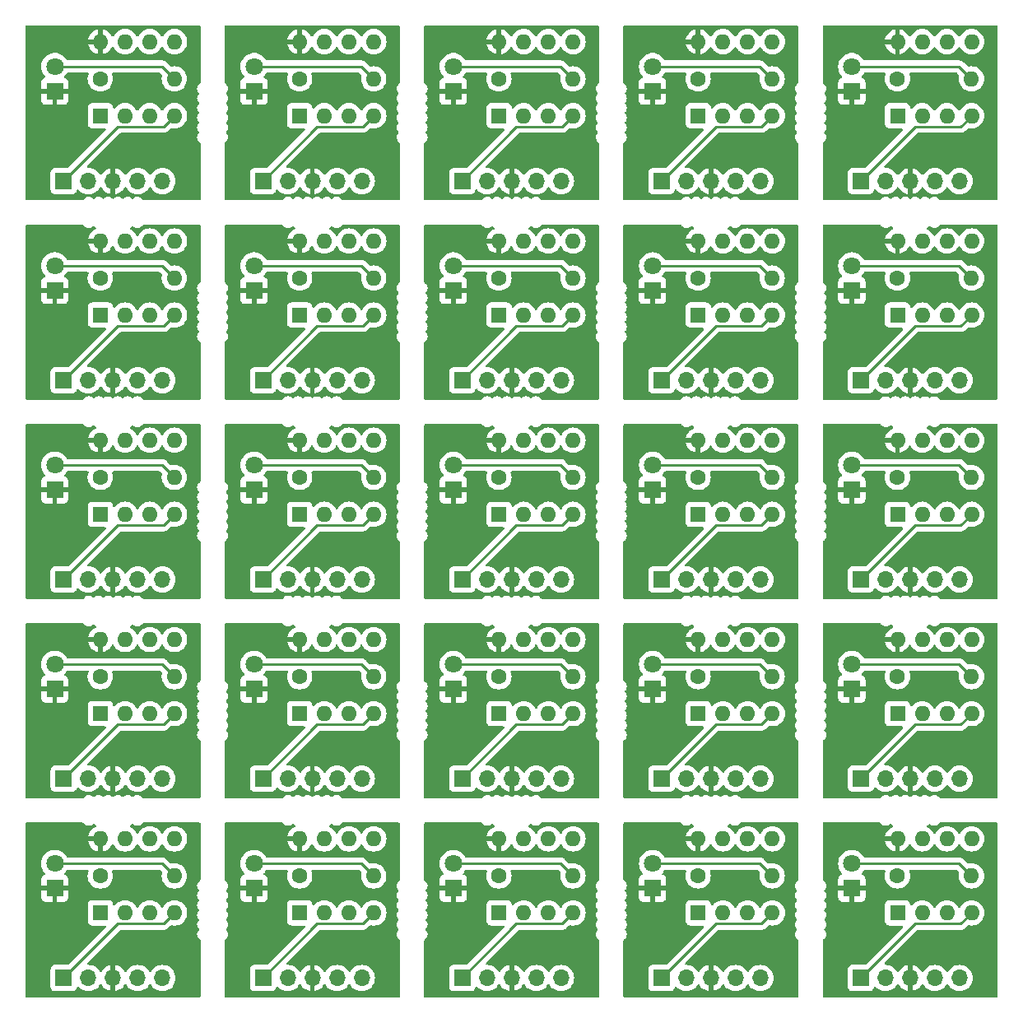
<source format=gbr>
%TF.GenerationSoftware,KiCad,Pcbnew,7.0.6*%
%TF.CreationDate,2023-12-01T18:17:31+09:00*%
%TF.ProjectId,PICWriter_20231201,50494357-7269-4746-9572-5f3230323331,rev?*%
%TF.SameCoordinates,Original*%
%TF.FileFunction,Copper,L2,Bot*%
%TF.FilePolarity,Positive*%
%FSLAX46Y46*%
G04 Gerber Fmt 4.6, Leading zero omitted, Abs format (unit mm)*
G04 Created by KiCad (PCBNEW 7.0.6) date 2023-12-01 18:17:31*
%MOMM*%
%LPD*%
G01*
G04 APERTURE LIST*
%TA.AperFunction,ComponentPad*%
%ADD10R,1.800000X1.800000*%
%TD*%
%TA.AperFunction,ComponentPad*%
%ADD11C,1.800000*%
%TD*%
%TA.AperFunction,ComponentPad*%
%ADD12C,1.600000*%
%TD*%
%TA.AperFunction,ComponentPad*%
%ADD13O,1.600000X1.600000*%
%TD*%
%TA.AperFunction,ComponentPad*%
%ADD14R,1.700000X1.700000*%
%TD*%
%TA.AperFunction,ComponentPad*%
%ADD15O,1.700000X1.700000*%
%TD*%
%TA.AperFunction,ComponentPad*%
%ADD16R,1.600000X1.600000*%
%TD*%
%TA.AperFunction,Conductor*%
%ADD17C,0.250000*%
%TD*%
G04 APERTURE END LIST*
D10*
%TO.P,D1,1,K*%
%TO.N,GND*%
X135000000Y-97775000D03*
D11*
%TO.P,D1,2,A*%
%TO.N,Net-(D1-A)*%
X135000000Y-95235000D03*
%TD*%
D12*
%TO.P,330,1*%
%TO.N,VDD*%
X98690000Y-55500000D03*
D13*
%TO.P,330,2*%
%TO.N,Net-(D1-A)*%
X106310000Y-55500000D03*
%TD*%
D10*
%TO.P,D1,1,K*%
%TO.N,GND*%
X114500000Y-56775000D03*
D11*
%TO.P,D1,2,A*%
%TO.N,Net-(D1-A)*%
X114500000Y-54235000D03*
%TD*%
D14*
%TO.P,J1,1,Pin_1*%
%TO.N,MCLR_VPP*%
X94920000Y-86500000D03*
D15*
%TO.P,J1,2,Pin_2*%
%TO.N,VDD*%
X97460000Y-86500000D03*
%TO.P,J1,3,Pin_3*%
%TO.N,GND*%
X100000000Y-86500000D03*
%TO.P,J1,4,Pin_4*%
%TO.N,ICSPDAT*%
X102540000Y-86500000D03*
%TO.P,J1,5,Pin_5*%
%TO.N,ICSPCLK*%
X105080000Y-86500000D03*
%TD*%
D16*
%TO.P,U1,1,VDD*%
%TO.N,VDD*%
X78200000Y-100300000D03*
D13*
%TO.P,U1,2,GP5*%
%TO.N,unconnected-(U1-GP5-Pad2)*%
X80740000Y-100300000D03*
%TO.P,U1,3,GP4*%
%TO.N,unconnected-(U1-GP4-Pad3)*%
X83280000Y-100300000D03*
%TO.P,U1,4,GP3*%
%TO.N,MCLR_VPP*%
X85820000Y-100300000D03*
%TO.P,U1,5,GP2*%
%TO.N,unconnected-(U1-GP2-Pad5)*%
X85820000Y-92680000D03*
%TO.P,U1,6,GP1*%
%TO.N,ICSPCLK*%
X83280000Y-92680000D03*
%TO.P,U1,7,GP0*%
%TO.N,ICSPDAT*%
X80740000Y-92680000D03*
%TO.P,U1,8,VSS*%
%TO.N,GND*%
X78200000Y-92680000D03*
%TD*%
D14*
%TO.P,J1,1,Pin_1*%
%TO.N,MCLR_VPP*%
X74420000Y-107000000D03*
D15*
%TO.P,J1,2,Pin_2*%
%TO.N,VDD*%
X76960000Y-107000000D03*
%TO.P,J1,3,Pin_3*%
%TO.N,GND*%
X79500000Y-107000000D03*
%TO.P,J1,4,Pin_4*%
%TO.N,ICSPDAT*%
X82040000Y-107000000D03*
%TO.P,J1,5,Pin_5*%
%TO.N,ICSPCLK*%
X84580000Y-107000000D03*
%TD*%
D16*
%TO.P,U1,1,VDD*%
%TO.N,VDD*%
X78200000Y-141300000D03*
D13*
%TO.P,U1,2,GP5*%
%TO.N,unconnected-(U1-GP5-Pad2)*%
X80740000Y-141300000D03*
%TO.P,U1,3,GP4*%
%TO.N,unconnected-(U1-GP4-Pad3)*%
X83280000Y-141300000D03*
%TO.P,U1,4,GP3*%
%TO.N,MCLR_VPP*%
X85820000Y-141300000D03*
%TO.P,U1,5,GP2*%
%TO.N,unconnected-(U1-GP2-Pad5)*%
X85820000Y-133680000D03*
%TO.P,U1,6,GP1*%
%TO.N,ICSPCLK*%
X83280000Y-133680000D03*
%TO.P,U1,7,GP0*%
%TO.N,ICSPDAT*%
X80740000Y-133680000D03*
%TO.P,U1,8,VSS*%
%TO.N,GND*%
X78200000Y-133680000D03*
%TD*%
D12*
%TO.P,330,1*%
%TO.N,VDD*%
X57690000Y-55500000D03*
D13*
%TO.P,330,2*%
%TO.N,Net-(D1-A)*%
X65310000Y-55500000D03*
%TD*%
D10*
%TO.P,D1,1,K*%
%TO.N,GND*%
X73500000Y-97775000D03*
D11*
%TO.P,D1,2,A*%
%TO.N,Net-(D1-A)*%
X73500000Y-95235000D03*
%TD*%
D10*
%TO.P,D1,1,K*%
%TO.N,GND*%
X94000000Y-97775000D03*
D11*
%TO.P,D1,2,A*%
%TO.N,Net-(D1-A)*%
X94000000Y-95235000D03*
%TD*%
D10*
%TO.P,D1,1,K*%
%TO.N,GND*%
X53000000Y-77275000D03*
D11*
%TO.P,D1,2,A*%
%TO.N,Net-(D1-A)*%
X53000000Y-74735000D03*
%TD*%
D14*
%TO.P,J1,1,Pin_1*%
%TO.N,MCLR_VPP*%
X115420000Y-127500000D03*
D15*
%TO.P,J1,2,Pin_2*%
%TO.N,VDD*%
X117960000Y-127500000D03*
%TO.P,J1,3,Pin_3*%
%TO.N,GND*%
X120500000Y-127500000D03*
%TO.P,J1,4,Pin_4*%
%TO.N,ICSPDAT*%
X123040000Y-127500000D03*
%TO.P,J1,5,Pin_5*%
%TO.N,ICSPCLK*%
X125580000Y-127500000D03*
%TD*%
D16*
%TO.P,U1,1,VDD*%
%TO.N,VDD*%
X98700000Y-79800000D03*
D13*
%TO.P,U1,2,GP5*%
%TO.N,unconnected-(U1-GP5-Pad2)*%
X101240000Y-79800000D03*
%TO.P,U1,3,GP4*%
%TO.N,unconnected-(U1-GP4-Pad3)*%
X103780000Y-79800000D03*
%TO.P,U1,4,GP3*%
%TO.N,MCLR_VPP*%
X106320000Y-79800000D03*
%TO.P,U1,5,GP2*%
%TO.N,unconnected-(U1-GP2-Pad5)*%
X106320000Y-72180000D03*
%TO.P,U1,6,GP1*%
%TO.N,ICSPCLK*%
X103780000Y-72180000D03*
%TO.P,U1,7,GP0*%
%TO.N,ICSPDAT*%
X101240000Y-72180000D03*
%TO.P,U1,8,VSS*%
%TO.N,GND*%
X98700000Y-72180000D03*
%TD*%
D12*
%TO.P,330,1*%
%TO.N,VDD*%
X139690000Y-76000000D03*
D13*
%TO.P,330,2*%
%TO.N,Net-(D1-A)*%
X147310000Y-76000000D03*
%TD*%
D14*
%TO.P,J1,1,Pin_1*%
%TO.N,MCLR_VPP*%
X53920000Y-66000000D03*
D15*
%TO.P,J1,2,Pin_2*%
%TO.N,VDD*%
X56460000Y-66000000D03*
%TO.P,J1,3,Pin_3*%
%TO.N,GND*%
X59000000Y-66000000D03*
%TO.P,J1,4,Pin_4*%
%TO.N,ICSPDAT*%
X61540000Y-66000000D03*
%TO.P,J1,5,Pin_5*%
%TO.N,ICSPCLK*%
X64080000Y-66000000D03*
%TD*%
D16*
%TO.P,U1,1,VDD*%
%TO.N,VDD*%
X139700000Y-100300000D03*
D13*
%TO.P,U1,2,GP5*%
%TO.N,unconnected-(U1-GP5-Pad2)*%
X142240000Y-100300000D03*
%TO.P,U1,3,GP4*%
%TO.N,unconnected-(U1-GP4-Pad3)*%
X144780000Y-100300000D03*
%TO.P,U1,4,GP3*%
%TO.N,MCLR_VPP*%
X147320000Y-100300000D03*
%TO.P,U1,5,GP2*%
%TO.N,unconnected-(U1-GP2-Pad5)*%
X147320000Y-92680000D03*
%TO.P,U1,6,GP1*%
%TO.N,ICSPCLK*%
X144780000Y-92680000D03*
%TO.P,U1,7,GP0*%
%TO.N,ICSPDAT*%
X142240000Y-92680000D03*
%TO.P,U1,8,VSS*%
%TO.N,GND*%
X139700000Y-92680000D03*
%TD*%
D10*
%TO.P,D1,1,K*%
%TO.N,GND*%
X135000000Y-56775000D03*
D11*
%TO.P,D1,2,A*%
%TO.N,Net-(D1-A)*%
X135000000Y-54235000D03*
%TD*%
D16*
%TO.P,U1,1,VDD*%
%TO.N,VDD*%
X57700000Y-120800000D03*
D13*
%TO.P,U1,2,GP5*%
%TO.N,unconnected-(U1-GP5-Pad2)*%
X60240000Y-120800000D03*
%TO.P,U1,3,GP4*%
%TO.N,unconnected-(U1-GP4-Pad3)*%
X62780000Y-120800000D03*
%TO.P,U1,4,GP3*%
%TO.N,MCLR_VPP*%
X65320000Y-120800000D03*
%TO.P,U1,5,GP2*%
%TO.N,unconnected-(U1-GP2-Pad5)*%
X65320000Y-113180000D03*
%TO.P,U1,6,GP1*%
%TO.N,ICSPCLK*%
X62780000Y-113180000D03*
%TO.P,U1,7,GP0*%
%TO.N,ICSPDAT*%
X60240000Y-113180000D03*
%TO.P,U1,8,VSS*%
%TO.N,GND*%
X57700000Y-113180000D03*
%TD*%
D10*
%TO.P,D1,1,K*%
%TO.N,GND*%
X135000000Y-118275000D03*
D11*
%TO.P,D1,2,A*%
%TO.N,Net-(D1-A)*%
X135000000Y-115735000D03*
%TD*%
D16*
%TO.P,U1,1,VDD*%
%TO.N,VDD*%
X119200000Y-120800000D03*
D13*
%TO.P,U1,2,GP5*%
%TO.N,unconnected-(U1-GP5-Pad2)*%
X121740000Y-120800000D03*
%TO.P,U1,3,GP4*%
%TO.N,unconnected-(U1-GP4-Pad3)*%
X124280000Y-120800000D03*
%TO.P,U1,4,GP3*%
%TO.N,MCLR_VPP*%
X126820000Y-120800000D03*
%TO.P,U1,5,GP2*%
%TO.N,unconnected-(U1-GP2-Pad5)*%
X126820000Y-113180000D03*
%TO.P,U1,6,GP1*%
%TO.N,ICSPCLK*%
X124280000Y-113180000D03*
%TO.P,U1,7,GP0*%
%TO.N,ICSPDAT*%
X121740000Y-113180000D03*
%TO.P,U1,8,VSS*%
%TO.N,GND*%
X119200000Y-113180000D03*
%TD*%
D14*
%TO.P,J1,1,Pin_1*%
%TO.N,MCLR_VPP*%
X115420000Y-86500000D03*
D15*
%TO.P,J1,2,Pin_2*%
%TO.N,VDD*%
X117960000Y-86500000D03*
%TO.P,J1,3,Pin_3*%
%TO.N,GND*%
X120500000Y-86500000D03*
%TO.P,J1,4,Pin_4*%
%TO.N,ICSPDAT*%
X123040000Y-86500000D03*
%TO.P,J1,5,Pin_5*%
%TO.N,ICSPCLK*%
X125580000Y-86500000D03*
%TD*%
D10*
%TO.P,D1,1,K*%
%TO.N,GND*%
X53000000Y-97775000D03*
D11*
%TO.P,D1,2,A*%
%TO.N,Net-(D1-A)*%
X53000000Y-95235000D03*
%TD*%
D12*
%TO.P,330,1*%
%TO.N,VDD*%
X119190000Y-117000000D03*
D13*
%TO.P,330,2*%
%TO.N,Net-(D1-A)*%
X126810000Y-117000000D03*
%TD*%
D16*
%TO.P,U1,1,VDD*%
%TO.N,VDD*%
X98700000Y-120800000D03*
D13*
%TO.P,U1,2,GP5*%
%TO.N,unconnected-(U1-GP5-Pad2)*%
X101240000Y-120800000D03*
%TO.P,U1,3,GP4*%
%TO.N,unconnected-(U1-GP4-Pad3)*%
X103780000Y-120800000D03*
%TO.P,U1,4,GP3*%
%TO.N,MCLR_VPP*%
X106320000Y-120800000D03*
%TO.P,U1,5,GP2*%
%TO.N,unconnected-(U1-GP2-Pad5)*%
X106320000Y-113180000D03*
%TO.P,U1,6,GP1*%
%TO.N,ICSPCLK*%
X103780000Y-113180000D03*
%TO.P,U1,7,GP0*%
%TO.N,ICSPDAT*%
X101240000Y-113180000D03*
%TO.P,U1,8,VSS*%
%TO.N,GND*%
X98700000Y-113180000D03*
%TD*%
D10*
%TO.P,D1,1,K*%
%TO.N,GND*%
X73500000Y-138775000D03*
D11*
%TO.P,D1,2,A*%
%TO.N,Net-(D1-A)*%
X73500000Y-136235000D03*
%TD*%
D10*
%TO.P,D1,1,K*%
%TO.N,GND*%
X94000000Y-118275000D03*
D11*
%TO.P,D1,2,A*%
%TO.N,Net-(D1-A)*%
X94000000Y-115735000D03*
%TD*%
D12*
%TO.P,330,1*%
%TO.N,VDD*%
X139690000Y-55500000D03*
D13*
%TO.P,330,2*%
%TO.N,Net-(D1-A)*%
X147310000Y-55500000D03*
%TD*%
D10*
%TO.P,D1,1,K*%
%TO.N,GND*%
X94000000Y-138775000D03*
D11*
%TO.P,D1,2,A*%
%TO.N,Net-(D1-A)*%
X94000000Y-136235000D03*
%TD*%
D12*
%TO.P,330,1*%
%TO.N,VDD*%
X139690000Y-117000000D03*
D13*
%TO.P,330,2*%
%TO.N,Net-(D1-A)*%
X147310000Y-117000000D03*
%TD*%
D10*
%TO.P,D1,1,K*%
%TO.N,GND*%
X53000000Y-56775000D03*
D11*
%TO.P,D1,2,A*%
%TO.N,Net-(D1-A)*%
X53000000Y-54235000D03*
%TD*%
D14*
%TO.P,J1,1,Pin_1*%
%TO.N,MCLR_VPP*%
X74420000Y-148000000D03*
D15*
%TO.P,J1,2,Pin_2*%
%TO.N,VDD*%
X76960000Y-148000000D03*
%TO.P,J1,3,Pin_3*%
%TO.N,GND*%
X79500000Y-148000000D03*
%TO.P,J1,4,Pin_4*%
%TO.N,ICSPDAT*%
X82040000Y-148000000D03*
%TO.P,J1,5,Pin_5*%
%TO.N,ICSPCLK*%
X84580000Y-148000000D03*
%TD*%
D14*
%TO.P,J1,1,Pin_1*%
%TO.N,MCLR_VPP*%
X53920000Y-127500000D03*
D15*
%TO.P,J1,2,Pin_2*%
%TO.N,VDD*%
X56460000Y-127500000D03*
%TO.P,J1,3,Pin_3*%
%TO.N,GND*%
X59000000Y-127500000D03*
%TO.P,J1,4,Pin_4*%
%TO.N,ICSPDAT*%
X61540000Y-127500000D03*
%TO.P,J1,5,Pin_5*%
%TO.N,ICSPCLK*%
X64080000Y-127500000D03*
%TD*%
D14*
%TO.P,J1,1,Pin_1*%
%TO.N,MCLR_VPP*%
X115420000Y-107000000D03*
D15*
%TO.P,J1,2,Pin_2*%
%TO.N,VDD*%
X117960000Y-107000000D03*
%TO.P,J1,3,Pin_3*%
%TO.N,GND*%
X120500000Y-107000000D03*
%TO.P,J1,4,Pin_4*%
%TO.N,ICSPDAT*%
X123040000Y-107000000D03*
%TO.P,J1,5,Pin_5*%
%TO.N,ICSPCLK*%
X125580000Y-107000000D03*
%TD*%
D16*
%TO.P,U1,1,VDD*%
%TO.N,VDD*%
X78200000Y-120800000D03*
D13*
%TO.P,U1,2,GP5*%
%TO.N,unconnected-(U1-GP5-Pad2)*%
X80740000Y-120800000D03*
%TO.P,U1,3,GP4*%
%TO.N,unconnected-(U1-GP4-Pad3)*%
X83280000Y-120800000D03*
%TO.P,U1,4,GP3*%
%TO.N,MCLR_VPP*%
X85820000Y-120800000D03*
%TO.P,U1,5,GP2*%
%TO.N,unconnected-(U1-GP2-Pad5)*%
X85820000Y-113180000D03*
%TO.P,U1,6,GP1*%
%TO.N,ICSPCLK*%
X83280000Y-113180000D03*
%TO.P,U1,7,GP0*%
%TO.N,ICSPDAT*%
X80740000Y-113180000D03*
%TO.P,U1,8,VSS*%
%TO.N,GND*%
X78200000Y-113180000D03*
%TD*%
D14*
%TO.P,J1,1,Pin_1*%
%TO.N,MCLR_VPP*%
X53920000Y-86500000D03*
D15*
%TO.P,J1,2,Pin_2*%
%TO.N,VDD*%
X56460000Y-86500000D03*
%TO.P,J1,3,Pin_3*%
%TO.N,GND*%
X59000000Y-86500000D03*
%TO.P,J1,4,Pin_4*%
%TO.N,ICSPDAT*%
X61540000Y-86500000D03*
%TO.P,J1,5,Pin_5*%
%TO.N,ICSPCLK*%
X64080000Y-86500000D03*
%TD*%
D10*
%TO.P,D1,1,K*%
%TO.N,GND*%
X73500000Y-77275000D03*
D11*
%TO.P,D1,2,A*%
%TO.N,Net-(D1-A)*%
X73500000Y-74735000D03*
%TD*%
D16*
%TO.P,U1,1,VDD*%
%TO.N,VDD*%
X119200000Y-100300000D03*
D13*
%TO.P,U1,2,GP5*%
%TO.N,unconnected-(U1-GP5-Pad2)*%
X121740000Y-100300000D03*
%TO.P,U1,3,GP4*%
%TO.N,unconnected-(U1-GP4-Pad3)*%
X124280000Y-100300000D03*
%TO.P,U1,4,GP3*%
%TO.N,MCLR_VPP*%
X126820000Y-100300000D03*
%TO.P,U1,5,GP2*%
%TO.N,unconnected-(U1-GP2-Pad5)*%
X126820000Y-92680000D03*
%TO.P,U1,6,GP1*%
%TO.N,ICSPCLK*%
X124280000Y-92680000D03*
%TO.P,U1,7,GP0*%
%TO.N,ICSPDAT*%
X121740000Y-92680000D03*
%TO.P,U1,8,VSS*%
%TO.N,GND*%
X119200000Y-92680000D03*
%TD*%
D14*
%TO.P,J1,1,Pin_1*%
%TO.N,MCLR_VPP*%
X115420000Y-66000000D03*
D15*
%TO.P,J1,2,Pin_2*%
%TO.N,VDD*%
X117960000Y-66000000D03*
%TO.P,J1,3,Pin_3*%
%TO.N,GND*%
X120500000Y-66000000D03*
%TO.P,J1,4,Pin_4*%
%TO.N,ICSPDAT*%
X123040000Y-66000000D03*
%TO.P,J1,5,Pin_5*%
%TO.N,ICSPCLK*%
X125580000Y-66000000D03*
%TD*%
D12*
%TO.P,330,1*%
%TO.N,VDD*%
X139690000Y-137500000D03*
D13*
%TO.P,330,2*%
%TO.N,Net-(D1-A)*%
X147310000Y-137500000D03*
%TD*%
D16*
%TO.P,U1,1,VDD*%
%TO.N,VDD*%
X57700000Y-100300000D03*
D13*
%TO.P,U1,2,GP5*%
%TO.N,unconnected-(U1-GP5-Pad2)*%
X60240000Y-100300000D03*
%TO.P,U1,3,GP4*%
%TO.N,unconnected-(U1-GP4-Pad3)*%
X62780000Y-100300000D03*
%TO.P,U1,4,GP3*%
%TO.N,MCLR_VPP*%
X65320000Y-100300000D03*
%TO.P,U1,5,GP2*%
%TO.N,unconnected-(U1-GP2-Pad5)*%
X65320000Y-92680000D03*
%TO.P,U1,6,GP1*%
%TO.N,ICSPCLK*%
X62780000Y-92680000D03*
%TO.P,U1,7,GP0*%
%TO.N,ICSPDAT*%
X60240000Y-92680000D03*
%TO.P,U1,8,VSS*%
%TO.N,GND*%
X57700000Y-92680000D03*
%TD*%
D10*
%TO.P,D1,1,K*%
%TO.N,GND*%
X53000000Y-138775000D03*
D11*
%TO.P,D1,2,A*%
%TO.N,Net-(D1-A)*%
X53000000Y-136235000D03*
%TD*%
D12*
%TO.P,330,1*%
%TO.N,VDD*%
X78190000Y-137500000D03*
D13*
%TO.P,330,2*%
%TO.N,Net-(D1-A)*%
X85810000Y-137500000D03*
%TD*%
D12*
%TO.P,330,1*%
%TO.N,VDD*%
X119190000Y-96500000D03*
D13*
%TO.P,330,2*%
%TO.N,Net-(D1-A)*%
X126810000Y-96500000D03*
%TD*%
D14*
%TO.P,J1,1,Pin_1*%
%TO.N,MCLR_VPP*%
X94920000Y-148000000D03*
D15*
%TO.P,J1,2,Pin_2*%
%TO.N,VDD*%
X97460000Y-148000000D03*
%TO.P,J1,3,Pin_3*%
%TO.N,GND*%
X100000000Y-148000000D03*
%TO.P,J1,4,Pin_4*%
%TO.N,ICSPDAT*%
X102540000Y-148000000D03*
%TO.P,J1,5,Pin_5*%
%TO.N,ICSPCLK*%
X105080000Y-148000000D03*
%TD*%
D10*
%TO.P,D1,1,K*%
%TO.N,GND*%
X94000000Y-56775000D03*
D11*
%TO.P,D1,2,A*%
%TO.N,Net-(D1-A)*%
X94000000Y-54235000D03*
%TD*%
D16*
%TO.P,U1,1,VDD*%
%TO.N,VDD*%
X98700000Y-59300000D03*
D13*
%TO.P,U1,2,GP5*%
%TO.N,unconnected-(U1-GP5-Pad2)*%
X101240000Y-59300000D03*
%TO.P,U1,3,GP4*%
%TO.N,unconnected-(U1-GP4-Pad3)*%
X103780000Y-59300000D03*
%TO.P,U1,4,GP3*%
%TO.N,MCLR_VPP*%
X106320000Y-59300000D03*
%TO.P,U1,5,GP2*%
%TO.N,unconnected-(U1-GP2-Pad5)*%
X106320000Y-51680000D03*
%TO.P,U1,6,GP1*%
%TO.N,ICSPCLK*%
X103780000Y-51680000D03*
%TO.P,U1,7,GP0*%
%TO.N,ICSPDAT*%
X101240000Y-51680000D03*
%TO.P,U1,8,VSS*%
%TO.N,GND*%
X98700000Y-51680000D03*
%TD*%
D16*
%TO.P,U1,1,VDD*%
%TO.N,VDD*%
X57700000Y-141300000D03*
D13*
%TO.P,U1,2,GP5*%
%TO.N,unconnected-(U1-GP5-Pad2)*%
X60240000Y-141300000D03*
%TO.P,U1,3,GP4*%
%TO.N,unconnected-(U1-GP4-Pad3)*%
X62780000Y-141300000D03*
%TO.P,U1,4,GP3*%
%TO.N,MCLR_VPP*%
X65320000Y-141300000D03*
%TO.P,U1,5,GP2*%
%TO.N,unconnected-(U1-GP2-Pad5)*%
X65320000Y-133680000D03*
%TO.P,U1,6,GP1*%
%TO.N,ICSPCLK*%
X62780000Y-133680000D03*
%TO.P,U1,7,GP0*%
%TO.N,ICSPDAT*%
X60240000Y-133680000D03*
%TO.P,U1,8,VSS*%
%TO.N,GND*%
X57700000Y-133680000D03*
%TD*%
D16*
%TO.P,U1,1,VDD*%
%TO.N,VDD*%
X139700000Y-59300000D03*
D13*
%TO.P,U1,2,GP5*%
%TO.N,unconnected-(U1-GP5-Pad2)*%
X142240000Y-59300000D03*
%TO.P,U1,3,GP4*%
%TO.N,unconnected-(U1-GP4-Pad3)*%
X144780000Y-59300000D03*
%TO.P,U1,4,GP3*%
%TO.N,MCLR_VPP*%
X147320000Y-59300000D03*
%TO.P,U1,5,GP2*%
%TO.N,unconnected-(U1-GP2-Pad5)*%
X147320000Y-51680000D03*
%TO.P,U1,6,GP1*%
%TO.N,ICSPCLK*%
X144780000Y-51680000D03*
%TO.P,U1,7,GP0*%
%TO.N,ICSPDAT*%
X142240000Y-51680000D03*
%TO.P,U1,8,VSS*%
%TO.N,GND*%
X139700000Y-51680000D03*
%TD*%
D16*
%TO.P,U1,1,VDD*%
%TO.N,VDD*%
X119200000Y-141300000D03*
D13*
%TO.P,U1,2,GP5*%
%TO.N,unconnected-(U1-GP5-Pad2)*%
X121740000Y-141300000D03*
%TO.P,U1,3,GP4*%
%TO.N,unconnected-(U1-GP4-Pad3)*%
X124280000Y-141300000D03*
%TO.P,U1,4,GP3*%
%TO.N,MCLR_VPP*%
X126820000Y-141300000D03*
%TO.P,U1,5,GP2*%
%TO.N,unconnected-(U1-GP2-Pad5)*%
X126820000Y-133680000D03*
%TO.P,U1,6,GP1*%
%TO.N,ICSPCLK*%
X124280000Y-133680000D03*
%TO.P,U1,7,GP0*%
%TO.N,ICSPDAT*%
X121740000Y-133680000D03*
%TO.P,U1,8,VSS*%
%TO.N,GND*%
X119200000Y-133680000D03*
%TD*%
D14*
%TO.P,J1,1,Pin_1*%
%TO.N,MCLR_VPP*%
X74420000Y-66000000D03*
D15*
%TO.P,J1,2,Pin_2*%
%TO.N,VDD*%
X76960000Y-66000000D03*
%TO.P,J1,3,Pin_3*%
%TO.N,GND*%
X79500000Y-66000000D03*
%TO.P,J1,4,Pin_4*%
%TO.N,ICSPDAT*%
X82040000Y-66000000D03*
%TO.P,J1,5,Pin_5*%
%TO.N,ICSPCLK*%
X84580000Y-66000000D03*
%TD*%
D10*
%TO.P,D1,1,K*%
%TO.N,GND*%
X135000000Y-77275000D03*
D11*
%TO.P,D1,2,A*%
%TO.N,Net-(D1-A)*%
X135000000Y-74735000D03*
%TD*%
D12*
%TO.P,330,1*%
%TO.N,VDD*%
X57690000Y-137500000D03*
D13*
%TO.P,330,2*%
%TO.N,Net-(D1-A)*%
X65310000Y-137500000D03*
%TD*%
D14*
%TO.P,J1,1,Pin_1*%
%TO.N,MCLR_VPP*%
X135920000Y-86500000D03*
D15*
%TO.P,J1,2,Pin_2*%
%TO.N,VDD*%
X138460000Y-86500000D03*
%TO.P,J1,3,Pin_3*%
%TO.N,GND*%
X141000000Y-86500000D03*
%TO.P,J1,4,Pin_4*%
%TO.N,ICSPDAT*%
X143540000Y-86500000D03*
%TO.P,J1,5,Pin_5*%
%TO.N,ICSPCLK*%
X146080000Y-86500000D03*
%TD*%
D14*
%TO.P,J1,1,Pin_1*%
%TO.N,MCLR_VPP*%
X115420000Y-148000000D03*
D15*
%TO.P,J1,2,Pin_2*%
%TO.N,VDD*%
X117960000Y-148000000D03*
%TO.P,J1,3,Pin_3*%
%TO.N,GND*%
X120500000Y-148000000D03*
%TO.P,J1,4,Pin_4*%
%TO.N,ICSPDAT*%
X123040000Y-148000000D03*
%TO.P,J1,5,Pin_5*%
%TO.N,ICSPCLK*%
X125580000Y-148000000D03*
%TD*%
D10*
%TO.P,D1,1,K*%
%TO.N,GND*%
X114500000Y-138775000D03*
D11*
%TO.P,D1,2,A*%
%TO.N,Net-(D1-A)*%
X114500000Y-136235000D03*
%TD*%
D14*
%TO.P,J1,1,Pin_1*%
%TO.N,MCLR_VPP*%
X94920000Y-107000000D03*
D15*
%TO.P,J1,2,Pin_2*%
%TO.N,VDD*%
X97460000Y-107000000D03*
%TO.P,J1,3,Pin_3*%
%TO.N,GND*%
X100000000Y-107000000D03*
%TO.P,J1,4,Pin_4*%
%TO.N,ICSPDAT*%
X102540000Y-107000000D03*
%TO.P,J1,5,Pin_5*%
%TO.N,ICSPCLK*%
X105080000Y-107000000D03*
%TD*%
D14*
%TO.P,J1,1,Pin_1*%
%TO.N,MCLR_VPP*%
X135920000Y-66000000D03*
D15*
%TO.P,J1,2,Pin_2*%
%TO.N,VDD*%
X138460000Y-66000000D03*
%TO.P,J1,3,Pin_3*%
%TO.N,GND*%
X141000000Y-66000000D03*
%TO.P,J1,4,Pin_4*%
%TO.N,ICSPDAT*%
X143540000Y-66000000D03*
%TO.P,J1,5,Pin_5*%
%TO.N,ICSPCLK*%
X146080000Y-66000000D03*
%TD*%
D10*
%TO.P,D1,1,K*%
%TO.N,GND*%
X114500000Y-118275000D03*
D11*
%TO.P,D1,2,A*%
%TO.N,Net-(D1-A)*%
X114500000Y-115735000D03*
%TD*%
D14*
%TO.P,J1,1,Pin_1*%
%TO.N,MCLR_VPP*%
X135920000Y-127500000D03*
D15*
%TO.P,J1,2,Pin_2*%
%TO.N,VDD*%
X138460000Y-127500000D03*
%TO.P,J1,3,Pin_3*%
%TO.N,GND*%
X141000000Y-127500000D03*
%TO.P,J1,4,Pin_4*%
%TO.N,ICSPDAT*%
X143540000Y-127500000D03*
%TO.P,J1,5,Pin_5*%
%TO.N,ICSPCLK*%
X146080000Y-127500000D03*
%TD*%
D16*
%TO.P,U1,1,VDD*%
%TO.N,VDD*%
X139700000Y-79800000D03*
D13*
%TO.P,U1,2,GP5*%
%TO.N,unconnected-(U1-GP5-Pad2)*%
X142240000Y-79800000D03*
%TO.P,U1,3,GP4*%
%TO.N,unconnected-(U1-GP4-Pad3)*%
X144780000Y-79800000D03*
%TO.P,U1,4,GP3*%
%TO.N,MCLR_VPP*%
X147320000Y-79800000D03*
%TO.P,U1,5,GP2*%
%TO.N,unconnected-(U1-GP2-Pad5)*%
X147320000Y-72180000D03*
%TO.P,U1,6,GP1*%
%TO.N,ICSPCLK*%
X144780000Y-72180000D03*
%TO.P,U1,7,GP0*%
%TO.N,ICSPDAT*%
X142240000Y-72180000D03*
%TO.P,U1,8,VSS*%
%TO.N,GND*%
X139700000Y-72180000D03*
%TD*%
D16*
%TO.P,U1,1,VDD*%
%TO.N,VDD*%
X78200000Y-79800000D03*
D13*
%TO.P,U1,2,GP5*%
%TO.N,unconnected-(U1-GP5-Pad2)*%
X80740000Y-79800000D03*
%TO.P,U1,3,GP4*%
%TO.N,unconnected-(U1-GP4-Pad3)*%
X83280000Y-79800000D03*
%TO.P,U1,4,GP3*%
%TO.N,MCLR_VPP*%
X85820000Y-79800000D03*
%TO.P,U1,5,GP2*%
%TO.N,unconnected-(U1-GP2-Pad5)*%
X85820000Y-72180000D03*
%TO.P,U1,6,GP1*%
%TO.N,ICSPCLK*%
X83280000Y-72180000D03*
%TO.P,U1,7,GP0*%
%TO.N,ICSPDAT*%
X80740000Y-72180000D03*
%TO.P,U1,8,VSS*%
%TO.N,GND*%
X78200000Y-72180000D03*
%TD*%
D10*
%TO.P,D1,1,K*%
%TO.N,GND*%
X135000000Y-138775000D03*
D11*
%TO.P,D1,2,A*%
%TO.N,Net-(D1-A)*%
X135000000Y-136235000D03*
%TD*%
D14*
%TO.P,J1,1,Pin_1*%
%TO.N,MCLR_VPP*%
X94920000Y-127500000D03*
D15*
%TO.P,J1,2,Pin_2*%
%TO.N,VDD*%
X97460000Y-127500000D03*
%TO.P,J1,3,Pin_3*%
%TO.N,GND*%
X100000000Y-127500000D03*
%TO.P,J1,4,Pin_4*%
%TO.N,ICSPDAT*%
X102540000Y-127500000D03*
%TO.P,J1,5,Pin_5*%
%TO.N,ICSPCLK*%
X105080000Y-127500000D03*
%TD*%
D12*
%TO.P,330,1*%
%TO.N,VDD*%
X78190000Y-117000000D03*
D13*
%TO.P,330,2*%
%TO.N,Net-(D1-A)*%
X85810000Y-117000000D03*
%TD*%
D14*
%TO.P,J1,1,Pin_1*%
%TO.N,MCLR_VPP*%
X135920000Y-107000000D03*
D15*
%TO.P,J1,2,Pin_2*%
%TO.N,VDD*%
X138460000Y-107000000D03*
%TO.P,J1,3,Pin_3*%
%TO.N,GND*%
X141000000Y-107000000D03*
%TO.P,J1,4,Pin_4*%
%TO.N,ICSPDAT*%
X143540000Y-107000000D03*
%TO.P,J1,5,Pin_5*%
%TO.N,ICSPCLK*%
X146080000Y-107000000D03*
%TD*%
D16*
%TO.P,U1,1,VDD*%
%TO.N,VDD*%
X98700000Y-141300000D03*
D13*
%TO.P,U1,2,GP5*%
%TO.N,unconnected-(U1-GP5-Pad2)*%
X101240000Y-141300000D03*
%TO.P,U1,3,GP4*%
%TO.N,unconnected-(U1-GP4-Pad3)*%
X103780000Y-141300000D03*
%TO.P,U1,4,GP3*%
%TO.N,MCLR_VPP*%
X106320000Y-141300000D03*
%TO.P,U1,5,GP2*%
%TO.N,unconnected-(U1-GP2-Pad5)*%
X106320000Y-133680000D03*
%TO.P,U1,6,GP1*%
%TO.N,ICSPCLK*%
X103780000Y-133680000D03*
%TO.P,U1,7,GP0*%
%TO.N,ICSPDAT*%
X101240000Y-133680000D03*
%TO.P,U1,8,VSS*%
%TO.N,GND*%
X98700000Y-133680000D03*
%TD*%
D16*
%TO.P,U1,1,VDD*%
%TO.N,VDD*%
X139700000Y-141300000D03*
D13*
%TO.P,U1,2,GP5*%
%TO.N,unconnected-(U1-GP5-Pad2)*%
X142240000Y-141300000D03*
%TO.P,U1,3,GP4*%
%TO.N,unconnected-(U1-GP4-Pad3)*%
X144780000Y-141300000D03*
%TO.P,U1,4,GP3*%
%TO.N,MCLR_VPP*%
X147320000Y-141300000D03*
%TO.P,U1,5,GP2*%
%TO.N,unconnected-(U1-GP2-Pad5)*%
X147320000Y-133680000D03*
%TO.P,U1,6,GP1*%
%TO.N,ICSPCLK*%
X144780000Y-133680000D03*
%TO.P,U1,7,GP0*%
%TO.N,ICSPDAT*%
X142240000Y-133680000D03*
%TO.P,U1,8,VSS*%
%TO.N,GND*%
X139700000Y-133680000D03*
%TD*%
D12*
%TO.P,330,1*%
%TO.N,VDD*%
X119190000Y-137500000D03*
D13*
%TO.P,330,2*%
%TO.N,Net-(D1-A)*%
X126810000Y-137500000D03*
%TD*%
D14*
%TO.P,J1,1,Pin_1*%
%TO.N,MCLR_VPP*%
X53920000Y-107000000D03*
D15*
%TO.P,J1,2,Pin_2*%
%TO.N,VDD*%
X56460000Y-107000000D03*
%TO.P,J1,3,Pin_3*%
%TO.N,GND*%
X59000000Y-107000000D03*
%TO.P,J1,4,Pin_4*%
%TO.N,ICSPDAT*%
X61540000Y-107000000D03*
%TO.P,J1,5,Pin_5*%
%TO.N,ICSPCLK*%
X64080000Y-107000000D03*
%TD*%
D10*
%TO.P,D1,1,K*%
%TO.N,GND*%
X114500000Y-77275000D03*
D11*
%TO.P,D1,2,A*%
%TO.N,Net-(D1-A)*%
X114500000Y-74735000D03*
%TD*%
D12*
%TO.P,330,1*%
%TO.N,VDD*%
X78190000Y-76000000D03*
D13*
%TO.P,330,2*%
%TO.N,Net-(D1-A)*%
X85810000Y-76000000D03*
%TD*%
D12*
%TO.P,330,1*%
%TO.N,VDD*%
X98690000Y-137500000D03*
D13*
%TO.P,330,2*%
%TO.N,Net-(D1-A)*%
X106310000Y-137500000D03*
%TD*%
D16*
%TO.P,U1,1,VDD*%
%TO.N,VDD*%
X78200000Y-59300000D03*
D13*
%TO.P,U1,2,GP5*%
%TO.N,unconnected-(U1-GP5-Pad2)*%
X80740000Y-59300000D03*
%TO.P,U1,3,GP4*%
%TO.N,unconnected-(U1-GP4-Pad3)*%
X83280000Y-59300000D03*
%TO.P,U1,4,GP3*%
%TO.N,MCLR_VPP*%
X85820000Y-59300000D03*
%TO.P,U1,5,GP2*%
%TO.N,unconnected-(U1-GP2-Pad5)*%
X85820000Y-51680000D03*
%TO.P,U1,6,GP1*%
%TO.N,ICSPCLK*%
X83280000Y-51680000D03*
%TO.P,U1,7,GP0*%
%TO.N,ICSPDAT*%
X80740000Y-51680000D03*
%TO.P,U1,8,VSS*%
%TO.N,GND*%
X78200000Y-51680000D03*
%TD*%
D12*
%TO.P,330,1*%
%TO.N,VDD*%
X119190000Y-55500000D03*
D13*
%TO.P,330,2*%
%TO.N,Net-(D1-A)*%
X126810000Y-55500000D03*
%TD*%
D16*
%TO.P,U1,1,VDD*%
%TO.N,VDD*%
X119200000Y-59300000D03*
D13*
%TO.P,U1,2,GP5*%
%TO.N,unconnected-(U1-GP5-Pad2)*%
X121740000Y-59300000D03*
%TO.P,U1,3,GP4*%
%TO.N,unconnected-(U1-GP4-Pad3)*%
X124280000Y-59300000D03*
%TO.P,U1,4,GP3*%
%TO.N,MCLR_VPP*%
X126820000Y-59300000D03*
%TO.P,U1,5,GP2*%
%TO.N,unconnected-(U1-GP2-Pad5)*%
X126820000Y-51680000D03*
%TO.P,U1,6,GP1*%
%TO.N,ICSPCLK*%
X124280000Y-51680000D03*
%TO.P,U1,7,GP0*%
%TO.N,ICSPDAT*%
X121740000Y-51680000D03*
%TO.P,U1,8,VSS*%
%TO.N,GND*%
X119200000Y-51680000D03*
%TD*%
D16*
%TO.P,U1,1,VDD*%
%TO.N,VDD*%
X119200000Y-79800000D03*
D13*
%TO.P,U1,2,GP5*%
%TO.N,unconnected-(U1-GP5-Pad2)*%
X121740000Y-79800000D03*
%TO.P,U1,3,GP4*%
%TO.N,unconnected-(U1-GP4-Pad3)*%
X124280000Y-79800000D03*
%TO.P,U1,4,GP3*%
%TO.N,MCLR_VPP*%
X126820000Y-79800000D03*
%TO.P,U1,5,GP2*%
%TO.N,unconnected-(U1-GP2-Pad5)*%
X126820000Y-72180000D03*
%TO.P,U1,6,GP1*%
%TO.N,ICSPCLK*%
X124280000Y-72180000D03*
%TO.P,U1,7,GP0*%
%TO.N,ICSPDAT*%
X121740000Y-72180000D03*
%TO.P,U1,8,VSS*%
%TO.N,GND*%
X119200000Y-72180000D03*
%TD*%
D14*
%TO.P,J1,1,Pin_1*%
%TO.N,MCLR_VPP*%
X53920000Y-148000000D03*
D15*
%TO.P,J1,2,Pin_2*%
%TO.N,VDD*%
X56460000Y-148000000D03*
%TO.P,J1,3,Pin_3*%
%TO.N,GND*%
X59000000Y-148000000D03*
%TO.P,J1,4,Pin_4*%
%TO.N,ICSPDAT*%
X61540000Y-148000000D03*
%TO.P,J1,5,Pin_5*%
%TO.N,ICSPCLK*%
X64080000Y-148000000D03*
%TD*%
D14*
%TO.P,J1,1,Pin_1*%
%TO.N,MCLR_VPP*%
X135920000Y-148000000D03*
D15*
%TO.P,J1,2,Pin_2*%
%TO.N,VDD*%
X138460000Y-148000000D03*
%TO.P,J1,3,Pin_3*%
%TO.N,GND*%
X141000000Y-148000000D03*
%TO.P,J1,4,Pin_4*%
%TO.N,ICSPDAT*%
X143540000Y-148000000D03*
%TO.P,J1,5,Pin_5*%
%TO.N,ICSPCLK*%
X146080000Y-148000000D03*
%TD*%
D16*
%TO.P,U1,1,VDD*%
%TO.N,VDD*%
X98700000Y-100300000D03*
D13*
%TO.P,U1,2,GP5*%
%TO.N,unconnected-(U1-GP5-Pad2)*%
X101240000Y-100300000D03*
%TO.P,U1,3,GP4*%
%TO.N,unconnected-(U1-GP4-Pad3)*%
X103780000Y-100300000D03*
%TO.P,U1,4,GP3*%
%TO.N,MCLR_VPP*%
X106320000Y-100300000D03*
%TO.P,U1,5,GP2*%
%TO.N,unconnected-(U1-GP2-Pad5)*%
X106320000Y-92680000D03*
%TO.P,U1,6,GP1*%
%TO.N,ICSPCLK*%
X103780000Y-92680000D03*
%TO.P,U1,7,GP0*%
%TO.N,ICSPDAT*%
X101240000Y-92680000D03*
%TO.P,U1,8,VSS*%
%TO.N,GND*%
X98700000Y-92680000D03*
%TD*%
D12*
%TO.P,330,1*%
%TO.N,VDD*%
X78190000Y-96500000D03*
D13*
%TO.P,330,2*%
%TO.N,Net-(D1-A)*%
X85810000Y-96500000D03*
%TD*%
D16*
%TO.P,U1,1,VDD*%
%TO.N,VDD*%
X139700000Y-120800000D03*
D13*
%TO.P,U1,2,GP5*%
%TO.N,unconnected-(U1-GP5-Pad2)*%
X142240000Y-120800000D03*
%TO.P,U1,3,GP4*%
%TO.N,unconnected-(U1-GP4-Pad3)*%
X144780000Y-120800000D03*
%TO.P,U1,4,GP3*%
%TO.N,MCLR_VPP*%
X147320000Y-120800000D03*
%TO.P,U1,5,GP2*%
%TO.N,unconnected-(U1-GP2-Pad5)*%
X147320000Y-113180000D03*
%TO.P,U1,6,GP1*%
%TO.N,ICSPCLK*%
X144780000Y-113180000D03*
%TO.P,U1,7,GP0*%
%TO.N,ICSPDAT*%
X142240000Y-113180000D03*
%TO.P,U1,8,VSS*%
%TO.N,GND*%
X139700000Y-113180000D03*
%TD*%
D16*
%TO.P,U1,1,VDD*%
%TO.N,VDD*%
X57700000Y-79800000D03*
D13*
%TO.P,U1,2,GP5*%
%TO.N,unconnected-(U1-GP5-Pad2)*%
X60240000Y-79800000D03*
%TO.P,U1,3,GP4*%
%TO.N,unconnected-(U1-GP4-Pad3)*%
X62780000Y-79800000D03*
%TO.P,U1,4,GP3*%
%TO.N,MCLR_VPP*%
X65320000Y-79800000D03*
%TO.P,U1,5,GP2*%
%TO.N,unconnected-(U1-GP2-Pad5)*%
X65320000Y-72180000D03*
%TO.P,U1,6,GP1*%
%TO.N,ICSPCLK*%
X62780000Y-72180000D03*
%TO.P,U1,7,GP0*%
%TO.N,ICSPDAT*%
X60240000Y-72180000D03*
%TO.P,U1,8,VSS*%
%TO.N,GND*%
X57700000Y-72180000D03*
%TD*%
D14*
%TO.P,J1,1,Pin_1*%
%TO.N,MCLR_VPP*%
X74420000Y-86500000D03*
D15*
%TO.P,J1,2,Pin_2*%
%TO.N,VDD*%
X76960000Y-86500000D03*
%TO.P,J1,3,Pin_3*%
%TO.N,GND*%
X79500000Y-86500000D03*
%TO.P,J1,4,Pin_4*%
%TO.N,ICSPDAT*%
X82040000Y-86500000D03*
%TO.P,J1,5,Pin_5*%
%TO.N,ICSPCLK*%
X84580000Y-86500000D03*
%TD*%
D16*
%TO.P,U1,1,VDD*%
%TO.N,VDD*%
X57700000Y-59300000D03*
D13*
%TO.P,U1,2,GP5*%
%TO.N,unconnected-(U1-GP5-Pad2)*%
X60240000Y-59300000D03*
%TO.P,U1,3,GP4*%
%TO.N,unconnected-(U1-GP4-Pad3)*%
X62780000Y-59300000D03*
%TO.P,U1,4,GP3*%
%TO.N,MCLR_VPP*%
X65320000Y-59300000D03*
%TO.P,U1,5,GP2*%
%TO.N,unconnected-(U1-GP2-Pad5)*%
X65320000Y-51680000D03*
%TO.P,U1,6,GP1*%
%TO.N,ICSPCLK*%
X62780000Y-51680000D03*
%TO.P,U1,7,GP0*%
%TO.N,ICSPDAT*%
X60240000Y-51680000D03*
%TO.P,U1,8,VSS*%
%TO.N,GND*%
X57700000Y-51680000D03*
%TD*%
D10*
%TO.P,D1,1,K*%
%TO.N,GND*%
X73500000Y-118275000D03*
D11*
%TO.P,D1,2,A*%
%TO.N,Net-(D1-A)*%
X73500000Y-115735000D03*
%TD*%
D12*
%TO.P,330,1*%
%TO.N,VDD*%
X119190000Y-76000000D03*
D13*
%TO.P,330,2*%
%TO.N,Net-(D1-A)*%
X126810000Y-76000000D03*
%TD*%
D10*
%TO.P,D1,1,K*%
%TO.N,GND*%
X53000000Y-118275000D03*
D11*
%TO.P,D1,2,A*%
%TO.N,Net-(D1-A)*%
X53000000Y-115735000D03*
%TD*%
D12*
%TO.P,330,1*%
%TO.N,VDD*%
X78190000Y-55500000D03*
D13*
%TO.P,330,2*%
%TO.N,Net-(D1-A)*%
X85810000Y-55500000D03*
%TD*%
D14*
%TO.P,J1,1,Pin_1*%
%TO.N,MCLR_VPP*%
X94920000Y-66000000D03*
D15*
%TO.P,J1,2,Pin_2*%
%TO.N,VDD*%
X97460000Y-66000000D03*
%TO.P,J1,3,Pin_3*%
%TO.N,GND*%
X100000000Y-66000000D03*
%TO.P,J1,4,Pin_4*%
%TO.N,ICSPDAT*%
X102540000Y-66000000D03*
%TO.P,J1,5,Pin_5*%
%TO.N,ICSPCLK*%
X105080000Y-66000000D03*
%TD*%
D10*
%TO.P,D1,1,K*%
%TO.N,GND*%
X94000000Y-77275000D03*
D11*
%TO.P,D1,2,A*%
%TO.N,Net-(D1-A)*%
X94000000Y-74735000D03*
%TD*%
D12*
%TO.P,330,1*%
%TO.N,VDD*%
X57690000Y-76000000D03*
D13*
%TO.P,330,2*%
%TO.N,Net-(D1-A)*%
X65310000Y-76000000D03*
%TD*%
D12*
%TO.P,330,1*%
%TO.N,VDD*%
X98690000Y-96500000D03*
D13*
%TO.P,330,2*%
%TO.N,Net-(D1-A)*%
X106310000Y-96500000D03*
%TD*%
D10*
%TO.P,D1,1,K*%
%TO.N,GND*%
X73500000Y-56775000D03*
D11*
%TO.P,D1,2,A*%
%TO.N,Net-(D1-A)*%
X73500000Y-54235000D03*
%TD*%
D12*
%TO.P,330,1*%
%TO.N,VDD*%
X139690000Y-96500000D03*
D13*
%TO.P,330,2*%
%TO.N,Net-(D1-A)*%
X147310000Y-96500000D03*
%TD*%
D10*
%TO.P,D1,1,K*%
%TO.N,GND*%
X114500000Y-97775000D03*
D11*
%TO.P,D1,2,A*%
%TO.N,Net-(D1-A)*%
X114500000Y-95235000D03*
%TD*%
D14*
%TO.P,J1,1,Pin_1*%
%TO.N,MCLR_VPP*%
X74420000Y-127500000D03*
D15*
%TO.P,J1,2,Pin_2*%
%TO.N,VDD*%
X76960000Y-127500000D03*
%TO.P,J1,3,Pin_3*%
%TO.N,GND*%
X79500000Y-127500000D03*
%TO.P,J1,4,Pin_4*%
%TO.N,ICSPDAT*%
X82040000Y-127500000D03*
%TO.P,J1,5,Pin_5*%
%TO.N,ICSPCLK*%
X84580000Y-127500000D03*
%TD*%
D12*
%TO.P,330,1*%
%TO.N,VDD*%
X98690000Y-117000000D03*
D13*
%TO.P,330,2*%
%TO.N,Net-(D1-A)*%
X106310000Y-117000000D03*
%TD*%
D12*
%TO.P,330,1*%
%TO.N,VDD*%
X98690000Y-76000000D03*
D13*
%TO.P,330,2*%
%TO.N,Net-(D1-A)*%
X106310000Y-76000000D03*
%TD*%
D12*
%TO.P,330,1*%
%TO.N,VDD*%
X57690000Y-117000000D03*
D13*
%TO.P,330,2*%
%TO.N,Net-(D1-A)*%
X65310000Y-117000000D03*
%TD*%
D12*
%TO.P,330,1*%
%TO.N,VDD*%
X57690000Y-96500000D03*
D13*
%TO.P,330,2*%
%TO.N,Net-(D1-A)*%
X65310000Y-96500000D03*
%TD*%
D17*
%TO.N,Net-(D1-A)*%
X73500000Y-74735000D02*
X84545000Y-74735000D01*
X73500000Y-136235000D02*
X84545000Y-136235000D01*
X84545000Y-74735000D02*
X85810000Y-76000000D01*
X146045000Y-136235000D02*
X147310000Y-137500000D01*
X64045000Y-54235000D02*
X65310000Y-55500000D01*
X64045000Y-95235000D02*
X65310000Y-96500000D01*
X105045000Y-115735000D02*
X106310000Y-117000000D01*
X84545000Y-95235000D02*
X85810000Y-96500000D01*
X64045000Y-136235000D02*
X65310000Y-137500000D01*
X53000000Y-115735000D02*
X64045000Y-115735000D01*
X135000000Y-136235000D02*
X146045000Y-136235000D01*
X114500000Y-54235000D02*
X125545000Y-54235000D01*
X114500000Y-115735000D02*
X125545000Y-115735000D01*
X64045000Y-74735000D02*
X65310000Y-76000000D01*
X105045000Y-74735000D02*
X106310000Y-76000000D01*
X135000000Y-95235000D02*
X146045000Y-95235000D01*
X114500000Y-74735000D02*
X125545000Y-74735000D01*
X53000000Y-54235000D02*
X64045000Y-54235000D01*
X105045000Y-54235000D02*
X106310000Y-55500000D01*
X114500000Y-136235000D02*
X125545000Y-136235000D01*
X94000000Y-95235000D02*
X105045000Y-95235000D01*
X84545000Y-136235000D02*
X85810000Y-137500000D01*
X125545000Y-74735000D02*
X126810000Y-76000000D01*
X135000000Y-74735000D02*
X146045000Y-74735000D01*
X146045000Y-95235000D02*
X147310000Y-96500000D01*
X94000000Y-136235000D02*
X105045000Y-136235000D01*
X135000000Y-54235000D02*
X146045000Y-54235000D01*
X105045000Y-95235000D02*
X106310000Y-96500000D01*
X53000000Y-136235000D02*
X64045000Y-136235000D01*
X84545000Y-54235000D02*
X85810000Y-55500000D01*
X146045000Y-74735000D02*
X147310000Y-76000000D01*
X73500000Y-95235000D02*
X84545000Y-95235000D01*
X94000000Y-54235000D02*
X105045000Y-54235000D01*
X94000000Y-115735000D02*
X105045000Y-115735000D01*
X114500000Y-95235000D02*
X125545000Y-95235000D01*
X125545000Y-54235000D02*
X126810000Y-55500000D01*
X125545000Y-95235000D02*
X126810000Y-96500000D01*
X146045000Y-54235000D02*
X147310000Y-55500000D01*
X64045000Y-115735000D02*
X65310000Y-117000000D01*
X73500000Y-115735000D02*
X84545000Y-115735000D01*
X135000000Y-115735000D02*
X146045000Y-115735000D01*
X53000000Y-95235000D02*
X64045000Y-95235000D01*
X105045000Y-136235000D02*
X106310000Y-137500000D01*
X125545000Y-136235000D02*
X126810000Y-137500000D01*
X125545000Y-115735000D02*
X126810000Y-117000000D01*
X146045000Y-115735000D02*
X147310000Y-117000000D01*
X94000000Y-74735000D02*
X105045000Y-74735000D01*
X84545000Y-115735000D02*
X85810000Y-117000000D01*
X53000000Y-74735000D02*
X64045000Y-74735000D01*
X73500000Y-54235000D02*
X84545000Y-54235000D01*
%TO.N,MCLR_VPP*%
X125695000Y-80925000D02*
X126820000Y-79800000D01*
X53920000Y-127500000D02*
X59495000Y-121925000D01*
X141495000Y-80925000D02*
X146195000Y-80925000D01*
X84695000Y-121925000D02*
X85820000Y-120800000D01*
X64195000Y-142425000D02*
X65320000Y-141300000D01*
X105195000Y-80925000D02*
X106320000Y-79800000D01*
X84695000Y-80925000D02*
X85820000Y-79800000D01*
X120995000Y-80925000D02*
X125695000Y-80925000D01*
X141495000Y-121925000D02*
X146195000Y-121925000D01*
X120995000Y-101425000D02*
X125695000Y-101425000D01*
X79995000Y-142425000D02*
X84695000Y-142425000D01*
X115420000Y-86500000D02*
X120995000Y-80925000D01*
X64195000Y-121925000D02*
X65320000Y-120800000D01*
X59495000Y-80925000D02*
X64195000Y-80925000D01*
X100495000Y-80925000D02*
X105195000Y-80925000D01*
X100495000Y-142425000D02*
X105195000Y-142425000D01*
X146195000Y-121925000D02*
X147320000Y-120800000D01*
X141495000Y-142425000D02*
X146195000Y-142425000D01*
X135920000Y-86500000D02*
X141495000Y-80925000D01*
X79995000Y-101425000D02*
X84695000Y-101425000D01*
X94920000Y-127500000D02*
X100495000Y-121925000D01*
X79995000Y-80925000D02*
X84695000Y-80925000D01*
X105195000Y-121925000D02*
X106320000Y-120800000D01*
X141495000Y-101425000D02*
X146195000Y-101425000D01*
X125695000Y-121925000D02*
X126820000Y-120800000D01*
X125695000Y-142425000D02*
X126820000Y-141300000D01*
X135920000Y-127500000D02*
X141495000Y-121925000D01*
X100495000Y-121925000D02*
X105195000Y-121925000D01*
X105195000Y-142425000D02*
X106320000Y-141300000D01*
X120995000Y-142425000D02*
X125695000Y-142425000D01*
X64195000Y-60425000D02*
X65320000Y-59300000D01*
X74420000Y-86500000D02*
X79995000Y-80925000D01*
X64195000Y-101425000D02*
X65320000Y-100300000D01*
X84695000Y-60425000D02*
X85820000Y-59300000D01*
X59495000Y-121925000D02*
X64195000Y-121925000D01*
X115420000Y-107000000D02*
X120995000Y-101425000D01*
X100495000Y-101425000D02*
X105195000Y-101425000D01*
X120995000Y-60425000D02*
X125695000Y-60425000D01*
X79995000Y-121925000D02*
X84695000Y-121925000D01*
X53920000Y-148000000D02*
X59495000Y-142425000D01*
X74420000Y-66000000D02*
X79995000Y-60425000D01*
X74420000Y-127500000D02*
X79995000Y-121925000D01*
X94920000Y-66000000D02*
X100495000Y-60425000D01*
X59495000Y-101425000D02*
X64195000Y-101425000D01*
X84695000Y-142425000D02*
X85820000Y-141300000D01*
X146195000Y-80925000D02*
X147320000Y-79800000D01*
X125695000Y-60425000D02*
X126820000Y-59300000D01*
X135920000Y-148000000D02*
X141495000Y-142425000D01*
X146195000Y-142425000D02*
X147320000Y-141300000D01*
X115420000Y-127500000D02*
X120995000Y-121925000D01*
X125695000Y-101425000D02*
X126820000Y-100300000D01*
X53920000Y-66000000D02*
X59495000Y-60425000D01*
X115420000Y-66000000D02*
X120995000Y-60425000D01*
X59495000Y-60425000D02*
X64195000Y-60425000D01*
X105195000Y-101425000D02*
X106320000Y-100300000D01*
X146195000Y-60425000D02*
X147320000Y-59300000D01*
X53920000Y-86500000D02*
X59495000Y-80925000D01*
X59495000Y-142425000D02*
X64195000Y-142425000D01*
X94920000Y-148000000D02*
X100495000Y-142425000D01*
X94920000Y-107000000D02*
X100495000Y-101425000D01*
X146195000Y-101425000D02*
X147320000Y-100300000D01*
X53920000Y-107000000D02*
X59495000Y-101425000D01*
X135920000Y-107000000D02*
X141495000Y-101425000D01*
X74420000Y-107000000D02*
X79995000Y-101425000D01*
X115420000Y-148000000D02*
X120995000Y-142425000D01*
X79995000Y-60425000D02*
X84695000Y-60425000D01*
X105195000Y-60425000D02*
X106320000Y-59300000D01*
X94920000Y-86500000D02*
X100495000Y-80925000D01*
X84695000Y-101425000D02*
X85820000Y-100300000D01*
X64195000Y-80925000D02*
X65320000Y-79800000D01*
X120995000Y-121925000D02*
X125695000Y-121925000D01*
X135920000Y-66000000D02*
X141495000Y-60425000D01*
X74420000Y-148000000D02*
X79995000Y-142425000D01*
X141495000Y-60425000D02*
X146195000Y-60425000D01*
X100495000Y-60425000D02*
X105195000Y-60425000D01*
%TD*%
%TA.AperFunction,Conductor*%
%TO.N,GND*%
G36*
X55940807Y-91019685D02*
G01*
X55972144Y-91048514D01*
X55975463Y-91052840D01*
X55975464Y-91052841D01*
X56071718Y-91178282D01*
X56197159Y-91274536D01*
X56343238Y-91335044D01*
X56460639Y-91350500D01*
X56460646Y-91350500D01*
X56539354Y-91350500D01*
X56539361Y-91350500D01*
X56656762Y-91335044D01*
X56802841Y-91274536D01*
X56924514Y-91181173D01*
X56989681Y-91155979D01*
X57058126Y-91170017D01*
X57075485Y-91181173D01*
X57201662Y-91277991D01*
X57242865Y-91334418D01*
X57247020Y-91404164D01*
X57212808Y-91465085D01*
X57178581Y-91488749D01*
X57047517Y-91549865D01*
X56861179Y-91680342D01*
X56700342Y-91841179D01*
X56569865Y-92027517D01*
X56473734Y-92233673D01*
X56473730Y-92233682D01*
X56421127Y-92429999D01*
X56421128Y-92430000D01*
X57384314Y-92430000D01*
X57372359Y-92441955D01*
X57314835Y-92554852D01*
X57295014Y-92680000D01*
X57314835Y-92805148D01*
X57372359Y-92918045D01*
X57384314Y-92930000D01*
X56421128Y-92930000D01*
X56473730Y-93126317D01*
X56473734Y-93126326D01*
X56569865Y-93332482D01*
X56700342Y-93518820D01*
X56861179Y-93679657D01*
X57047517Y-93810134D01*
X57253673Y-93906265D01*
X57253682Y-93906269D01*
X57449999Y-93958872D01*
X57450000Y-93958871D01*
X57450000Y-92995686D01*
X57461955Y-93007641D01*
X57574852Y-93065165D01*
X57668519Y-93080000D01*
X57731481Y-93080000D01*
X57825148Y-93065165D01*
X57938045Y-93007641D01*
X57949999Y-92995686D01*
X57949999Y-93958871D01*
X57949999Y-93958872D01*
X58146317Y-93906269D01*
X58146326Y-93906265D01*
X58352482Y-93810134D01*
X58538820Y-93679657D01*
X58699657Y-93518820D01*
X58830132Y-93332484D01*
X58857341Y-93274134D01*
X58903513Y-93221695D01*
X58970707Y-93202542D01*
X59037588Y-93222757D01*
X59082105Y-93274132D01*
X59104088Y-93321275D01*
X59109431Y-93332732D01*
X59109432Y-93332734D01*
X59239954Y-93519141D01*
X59400858Y-93680045D01*
X59400861Y-93680047D01*
X59587266Y-93810568D01*
X59793504Y-93906739D01*
X60013308Y-93965635D01*
X60175230Y-93979801D01*
X60239998Y-93985468D01*
X60240000Y-93985468D01*
X60240002Y-93985468D01*
X60296672Y-93980509D01*
X60466692Y-93965635D01*
X60686496Y-93906739D01*
X60892734Y-93810568D01*
X61079139Y-93680047D01*
X61240047Y-93519139D01*
X61370568Y-93332734D01*
X61397619Y-93274721D01*
X61443788Y-93222286D01*
X61510981Y-93203133D01*
X61577862Y-93223348D01*
X61622380Y-93274722D01*
X61649432Y-93332734D01*
X61649433Y-93332735D01*
X61779954Y-93519141D01*
X61940858Y-93680045D01*
X61940861Y-93680047D01*
X62127266Y-93810568D01*
X62333504Y-93906739D01*
X62553308Y-93965635D01*
X62715230Y-93979801D01*
X62779998Y-93985468D01*
X62780000Y-93985468D01*
X62780002Y-93985468D01*
X62836672Y-93980509D01*
X63006692Y-93965635D01*
X63226496Y-93906739D01*
X63432734Y-93810568D01*
X63619139Y-93680047D01*
X63780047Y-93519139D01*
X63910568Y-93332734D01*
X63937618Y-93274724D01*
X63983790Y-93222285D01*
X64050983Y-93203133D01*
X64117865Y-93223348D01*
X64162382Y-93274725D01*
X64189429Y-93332728D01*
X64189432Y-93332734D01*
X64319954Y-93519141D01*
X64480858Y-93680045D01*
X64480861Y-93680047D01*
X64667266Y-93810568D01*
X64873504Y-93906739D01*
X65093308Y-93965635D01*
X65255230Y-93979801D01*
X65319998Y-93985468D01*
X65320000Y-93985468D01*
X65320002Y-93985468D01*
X65376672Y-93980509D01*
X65546692Y-93965635D01*
X65766496Y-93906739D01*
X65972734Y-93810568D01*
X66159139Y-93680047D01*
X66320047Y-93519139D01*
X66450568Y-93332734D01*
X66546739Y-93126496D01*
X66605635Y-92906692D01*
X66625468Y-92680000D01*
X66605635Y-92453308D01*
X66546739Y-92233504D01*
X66450568Y-92027266D01*
X66320047Y-91840861D01*
X66320045Y-91840858D01*
X66159141Y-91679954D01*
X65972734Y-91549432D01*
X65972732Y-91549431D01*
X65766497Y-91453261D01*
X65766488Y-91453258D01*
X65546697Y-91394366D01*
X65546693Y-91394365D01*
X65546692Y-91394365D01*
X65546691Y-91394364D01*
X65546686Y-91394364D01*
X65320002Y-91374532D01*
X65319998Y-91374532D01*
X65093313Y-91394364D01*
X65093302Y-91394366D01*
X64873511Y-91453258D01*
X64873502Y-91453261D01*
X64667267Y-91549431D01*
X64667265Y-91549432D01*
X64480858Y-91679954D01*
X64319954Y-91840858D01*
X64189432Y-92027265D01*
X64189431Y-92027267D01*
X64162382Y-92085275D01*
X64116209Y-92137714D01*
X64049016Y-92156866D01*
X63982135Y-92136650D01*
X63937618Y-92085275D01*
X63910686Y-92027520D01*
X63910568Y-92027266D01*
X63780047Y-91840861D01*
X63780045Y-91840858D01*
X63619141Y-91679954D01*
X63432734Y-91549432D01*
X63432732Y-91549431D01*
X63226497Y-91453261D01*
X63226488Y-91453258D01*
X63006697Y-91394366D01*
X63006693Y-91394365D01*
X63006692Y-91394365D01*
X63006691Y-91394364D01*
X63006686Y-91394364D01*
X62780002Y-91374532D01*
X62779998Y-91374532D01*
X62553313Y-91394364D01*
X62553302Y-91394366D01*
X62333511Y-91453258D01*
X62333502Y-91453261D01*
X62127267Y-91549431D01*
X62127265Y-91549432D01*
X61940858Y-91679954D01*
X61779954Y-91840858D01*
X61649432Y-92027265D01*
X61649430Y-92027268D01*
X61622380Y-92085277D01*
X61576207Y-92137715D01*
X61509013Y-92156866D01*
X61442132Y-92136649D01*
X61397619Y-92085277D01*
X61370568Y-92027266D01*
X61240047Y-91840861D01*
X61240045Y-91840858D01*
X61079141Y-91679954D01*
X60892734Y-91549432D01*
X60892732Y-91549431D01*
X60793657Y-91503231D01*
X60741218Y-91457058D01*
X60722066Y-91389864D01*
X60742282Y-91322983D01*
X60795448Y-91277649D01*
X60798551Y-91276312D01*
X60802841Y-91274536D01*
X60924514Y-91181173D01*
X60989681Y-91155979D01*
X61058126Y-91170017D01*
X61075485Y-91181173D01*
X61197157Y-91274535D01*
X61197158Y-91274535D01*
X61197159Y-91274536D01*
X61343238Y-91335044D01*
X61460639Y-91350500D01*
X61460646Y-91350500D01*
X61539354Y-91350500D01*
X61539361Y-91350500D01*
X61656762Y-91335044D01*
X61802841Y-91274536D01*
X61928282Y-91178282D01*
X62024536Y-91052841D01*
X62024536Y-91052840D01*
X62027856Y-91048514D01*
X62084284Y-91007311D01*
X62126232Y-91000000D01*
X62637780Y-91000000D01*
X62642901Y-91000212D01*
X62646380Y-91000500D01*
X62646381Y-91000500D01*
X62749901Y-91000500D01*
X67875500Y-91000500D01*
X67942539Y-91020185D01*
X67988294Y-91072989D01*
X67999500Y-91124500D01*
X67999500Y-96353619D01*
X67999788Y-96357099D01*
X68000000Y-96362220D01*
X68000000Y-96873767D01*
X67980315Y-96940806D01*
X67951487Y-96972143D01*
X67821718Y-97071718D01*
X67725463Y-97197160D01*
X67664956Y-97343237D01*
X67664955Y-97343239D01*
X67644318Y-97499998D01*
X67644318Y-97500001D01*
X67664955Y-97656760D01*
X67664956Y-97656762D01*
X67725464Y-97802842D01*
X67818826Y-97924514D01*
X67844020Y-97989683D01*
X67829981Y-98058128D01*
X67818826Y-98075486D01*
X67725464Y-98197157D01*
X67664956Y-98343237D01*
X67664955Y-98343239D01*
X67644318Y-98499998D01*
X67644318Y-98500001D01*
X67664955Y-98656760D01*
X67664956Y-98656762D01*
X67725464Y-98802842D01*
X67818826Y-98924514D01*
X67844020Y-98989683D01*
X67829981Y-99058128D01*
X67818826Y-99075486D01*
X67725464Y-99197157D01*
X67664956Y-99343237D01*
X67664955Y-99343239D01*
X67644318Y-99499998D01*
X67644318Y-99500001D01*
X67664955Y-99656760D01*
X67664956Y-99656762D01*
X67725464Y-99802842D01*
X67818826Y-99924514D01*
X67844020Y-99989683D01*
X67829981Y-100058128D01*
X67818826Y-100075486D01*
X67725464Y-100197157D01*
X67664956Y-100343237D01*
X67664955Y-100343239D01*
X67644318Y-100499998D01*
X67644318Y-100500001D01*
X67664955Y-100656760D01*
X67664956Y-100656762D01*
X67725464Y-100802842D01*
X67818826Y-100924513D01*
X67844020Y-100989682D01*
X67829982Y-101058127D01*
X67818826Y-101075485D01*
X67725464Y-101197157D01*
X67664956Y-101343237D01*
X67664955Y-101343239D01*
X67644318Y-101499998D01*
X67644318Y-101500001D01*
X67664955Y-101656760D01*
X67664956Y-101656762D01*
X67725464Y-101802842D01*
X67818826Y-101924514D01*
X67844020Y-101989683D01*
X67829981Y-102058128D01*
X67818826Y-102075486D01*
X67725464Y-102197157D01*
X67664956Y-102343237D01*
X67664955Y-102343239D01*
X67644318Y-102499998D01*
X67644318Y-102500001D01*
X67664955Y-102656760D01*
X67664956Y-102656762D01*
X67725464Y-102802841D01*
X67746851Y-102830713D01*
X67821719Y-102928283D01*
X67951486Y-103027856D01*
X67992689Y-103084284D01*
X68000000Y-103126232D01*
X68000000Y-103637782D01*
X67999788Y-103642904D01*
X67999500Y-103646378D01*
X67999500Y-108875500D01*
X67979815Y-108942539D01*
X67927011Y-108988294D01*
X67875500Y-108999500D01*
X62646380Y-108999500D01*
X62642901Y-108999788D01*
X62637780Y-109000000D01*
X62126232Y-109000000D01*
X62059193Y-108980315D01*
X62027856Y-108951486D01*
X61928283Y-108821719D01*
X61924513Y-108818826D01*
X61802841Y-108725464D01*
X61656762Y-108664956D01*
X61656760Y-108664955D01*
X61539370Y-108649501D01*
X61539367Y-108649500D01*
X61539361Y-108649500D01*
X61460639Y-108649500D01*
X61460633Y-108649500D01*
X61460629Y-108649501D01*
X61343239Y-108664955D01*
X61343237Y-108664956D01*
X61197157Y-108725464D01*
X61075486Y-108818826D01*
X61010317Y-108844020D01*
X60941872Y-108829981D01*
X60924514Y-108818826D01*
X60802842Y-108725464D01*
X60656762Y-108664956D01*
X60656760Y-108664955D01*
X60539370Y-108649501D01*
X60539367Y-108649500D01*
X60539361Y-108649500D01*
X60460639Y-108649500D01*
X60460633Y-108649500D01*
X60460629Y-108649501D01*
X60343239Y-108664955D01*
X60343237Y-108664956D01*
X60197157Y-108725464D01*
X60075485Y-108818826D01*
X60010315Y-108844020D01*
X59941871Y-108829981D01*
X59924513Y-108818826D01*
X59802842Y-108725464D01*
X59656762Y-108664956D01*
X59656760Y-108664955D01*
X59539370Y-108649501D01*
X59539367Y-108649500D01*
X59539361Y-108649500D01*
X59460639Y-108649500D01*
X59460633Y-108649500D01*
X59460629Y-108649501D01*
X59343239Y-108664955D01*
X59343237Y-108664956D01*
X59197157Y-108725464D01*
X59075486Y-108818826D01*
X59010317Y-108844020D01*
X58941872Y-108829981D01*
X58924514Y-108818826D01*
X58802842Y-108725464D01*
X58656762Y-108664956D01*
X58656760Y-108664955D01*
X58539370Y-108649501D01*
X58539367Y-108649500D01*
X58539361Y-108649500D01*
X58460639Y-108649500D01*
X58460633Y-108649500D01*
X58460629Y-108649501D01*
X58343239Y-108664955D01*
X58343237Y-108664956D01*
X58197157Y-108725464D01*
X58075486Y-108818826D01*
X58010317Y-108844020D01*
X57941872Y-108829981D01*
X57924514Y-108818826D01*
X57802842Y-108725464D01*
X57656762Y-108664956D01*
X57656760Y-108664955D01*
X57539370Y-108649501D01*
X57539367Y-108649500D01*
X57539361Y-108649500D01*
X57460639Y-108649500D01*
X57460633Y-108649500D01*
X57460629Y-108649501D01*
X57343239Y-108664955D01*
X57343237Y-108664956D01*
X57197157Y-108725464D01*
X57075486Y-108818826D01*
X57010317Y-108844020D01*
X56941872Y-108829981D01*
X56924514Y-108818826D01*
X56802842Y-108725464D01*
X56656762Y-108664956D01*
X56656760Y-108664955D01*
X56539370Y-108649501D01*
X56539367Y-108649500D01*
X56539361Y-108649500D01*
X56460639Y-108649500D01*
X56460633Y-108649500D01*
X56460629Y-108649501D01*
X56343239Y-108664955D01*
X56343237Y-108664956D01*
X56197160Y-108725463D01*
X56071716Y-108821719D01*
X55972144Y-108951486D01*
X55915716Y-108992689D01*
X55873768Y-109000000D01*
X55362220Y-109000000D01*
X55357099Y-108999788D01*
X55353620Y-108999500D01*
X55353619Y-108999500D01*
X55250099Y-108999500D01*
X50124500Y-108999500D01*
X50057461Y-108979815D01*
X50011706Y-108927011D01*
X50000500Y-108875500D01*
X50000500Y-107897870D01*
X52569500Y-107897870D01*
X52569501Y-107897876D01*
X52575908Y-107957483D01*
X52626202Y-108092328D01*
X52626206Y-108092335D01*
X52712452Y-108207544D01*
X52712455Y-108207547D01*
X52827664Y-108293793D01*
X52827671Y-108293797D01*
X52962517Y-108344091D01*
X52962516Y-108344091D01*
X52969444Y-108344835D01*
X53022127Y-108350500D01*
X54817872Y-108350499D01*
X54877483Y-108344091D01*
X55012331Y-108293796D01*
X55127546Y-108207546D01*
X55213796Y-108092331D01*
X55262810Y-107960916D01*
X55304681Y-107904984D01*
X55370145Y-107880566D01*
X55438418Y-107895417D01*
X55466673Y-107916569D01*
X55588599Y-108038495D01*
X55685384Y-108106264D01*
X55782165Y-108174032D01*
X55782167Y-108174033D01*
X55782170Y-108174035D01*
X55996337Y-108273903D01*
X56224592Y-108335063D01*
X56401034Y-108350500D01*
X56459999Y-108355659D01*
X56460000Y-108355659D01*
X56460001Y-108355659D01*
X56518966Y-108350500D01*
X56695408Y-108335063D01*
X56923663Y-108273903D01*
X57137830Y-108174035D01*
X57331401Y-108038495D01*
X57498495Y-107871401D01*
X57628730Y-107685405D01*
X57683307Y-107641781D01*
X57752805Y-107634587D01*
X57815160Y-107666110D01*
X57831879Y-107685405D01*
X57961890Y-107871078D01*
X58128917Y-108038105D01*
X58322421Y-108173600D01*
X58536507Y-108273429D01*
X58536516Y-108273433D01*
X58750000Y-108330634D01*
X58750000Y-107435501D01*
X58857685Y-107484680D01*
X58964237Y-107500000D01*
X59035763Y-107500000D01*
X59142315Y-107484680D01*
X59249999Y-107435501D01*
X59249999Y-108330633D01*
X59463483Y-108273433D01*
X59463492Y-108273429D01*
X59677578Y-108173600D01*
X59871082Y-108038105D01*
X60038105Y-107871082D01*
X60168119Y-107685405D01*
X60222696Y-107641781D01*
X60292195Y-107634588D01*
X60354549Y-107666110D01*
X60371269Y-107685405D01*
X60501505Y-107871401D01*
X60668599Y-108038495D01*
X60765384Y-108106264D01*
X60862165Y-108174032D01*
X60862167Y-108174033D01*
X60862170Y-108174035D01*
X61076337Y-108273903D01*
X61304592Y-108335063D01*
X61481034Y-108350500D01*
X61539999Y-108355659D01*
X61540000Y-108355659D01*
X61540001Y-108355659D01*
X61598966Y-108350500D01*
X61775408Y-108335063D01*
X62003663Y-108273903D01*
X62217830Y-108174035D01*
X62411401Y-108038495D01*
X62578495Y-107871401D01*
X62708424Y-107685842D01*
X62763002Y-107642217D01*
X62832500Y-107635023D01*
X62894855Y-107666546D01*
X62911575Y-107685842D01*
X63041500Y-107871395D01*
X63041505Y-107871401D01*
X63208599Y-108038495D01*
X63305384Y-108106264D01*
X63402165Y-108174032D01*
X63402167Y-108174033D01*
X63402170Y-108174035D01*
X63616337Y-108273903D01*
X63844592Y-108335063D01*
X64021034Y-108350500D01*
X64079999Y-108355659D01*
X64080000Y-108355659D01*
X64080001Y-108355659D01*
X64138966Y-108350500D01*
X64315408Y-108335063D01*
X64543663Y-108273903D01*
X64757830Y-108174035D01*
X64951401Y-108038495D01*
X65118495Y-107871401D01*
X65254035Y-107677830D01*
X65353903Y-107463663D01*
X65415063Y-107235408D01*
X65435659Y-107000000D01*
X65415063Y-106764592D01*
X65353903Y-106536337D01*
X65254035Y-106322171D01*
X65248731Y-106314595D01*
X65118494Y-106128597D01*
X64951402Y-105961506D01*
X64951395Y-105961501D01*
X64757834Y-105825967D01*
X64757830Y-105825965D01*
X64757828Y-105825964D01*
X64543663Y-105726097D01*
X64543659Y-105726096D01*
X64543655Y-105726094D01*
X64315413Y-105664938D01*
X64315403Y-105664936D01*
X64080001Y-105644341D01*
X64079999Y-105644341D01*
X63844596Y-105664936D01*
X63844586Y-105664938D01*
X63616344Y-105726094D01*
X63616335Y-105726098D01*
X63402171Y-105825964D01*
X63402169Y-105825965D01*
X63208597Y-105961505D01*
X63041508Y-106128594D01*
X62911574Y-106314160D01*
X62856997Y-106357784D01*
X62787498Y-106364977D01*
X62725144Y-106333455D01*
X62708429Y-106314164D01*
X62578495Y-106128599D01*
X62578493Y-106128596D01*
X62411402Y-105961506D01*
X62411395Y-105961501D01*
X62217834Y-105825967D01*
X62217830Y-105825965D01*
X62217829Y-105825964D01*
X62003663Y-105726097D01*
X62003659Y-105726096D01*
X62003655Y-105726094D01*
X61775413Y-105664938D01*
X61775403Y-105664936D01*
X61540001Y-105644341D01*
X61539999Y-105644341D01*
X61304596Y-105664936D01*
X61304586Y-105664938D01*
X61076344Y-105726094D01*
X61076335Y-105726098D01*
X60862171Y-105825964D01*
X60862169Y-105825965D01*
X60668597Y-105961505D01*
X60501508Y-106128594D01*
X60371269Y-106314595D01*
X60316692Y-106358219D01*
X60247193Y-106365412D01*
X60184839Y-106333890D01*
X60168119Y-106314594D01*
X60038113Y-106128926D01*
X60038108Y-106128920D01*
X59871082Y-105961894D01*
X59677578Y-105826399D01*
X59463492Y-105726570D01*
X59463486Y-105726567D01*
X59249999Y-105669364D01*
X59249999Y-106564498D01*
X59142315Y-106515320D01*
X59035763Y-106500000D01*
X58964237Y-106500000D01*
X58857685Y-106515320D01*
X58750000Y-106564498D01*
X58750000Y-105669364D01*
X58749999Y-105669364D01*
X58536513Y-105726567D01*
X58536507Y-105726570D01*
X58322422Y-105826399D01*
X58322420Y-105826400D01*
X58128926Y-105961886D01*
X58128920Y-105961891D01*
X57961891Y-106128920D01*
X57961890Y-106128922D01*
X57831880Y-106314595D01*
X57777303Y-106358219D01*
X57707804Y-106365412D01*
X57645450Y-106333890D01*
X57628730Y-106314594D01*
X57498494Y-106128597D01*
X57331402Y-105961506D01*
X57331395Y-105961501D01*
X57137834Y-105825967D01*
X57137830Y-105825965D01*
X57137829Y-105825964D01*
X56923663Y-105726097D01*
X56923659Y-105726096D01*
X56923655Y-105726094D01*
X56695413Y-105664938D01*
X56695403Y-105664936D01*
X56460001Y-105644341D01*
X56459610Y-105644341D01*
X56459444Y-105644292D01*
X56454606Y-105643869D01*
X56454691Y-105642896D01*
X56392571Y-105624656D01*
X56346816Y-105571852D01*
X56336872Y-105502694D01*
X56365897Y-105439138D01*
X56371929Y-105432660D01*
X59717771Y-102086819D01*
X59779094Y-102053334D01*
X59805452Y-102050500D01*
X64112257Y-102050500D01*
X64127877Y-102052224D01*
X64127904Y-102051939D01*
X64135660Y-102052671D01*
X64135667Y-102052673D01*
X64204814Y-102050500D01*
X64234350Y-102050500D01*
X64241228Y-102049630D01*
X64247041Y-102049172D01*
X64293627Y-102047709D01*
X64312869Y-102042117D01*
X64331912Y-102038174D01*
X64351792Y-102035664D01*
X64395122Y-102018507D01*
X64400646Y-102016617D01*
X64404396Y-102015527D01*
X64445390Y-102003618D01*
X64462629Y-101993422D01*
X64480103Y-101984862D01*
X64498727Y-101977488D01*
X64498727Y-101977487D01*
X64498732Y-101977486D01*
X64536449Y-101950082D01*
X64541305Y-101946892D01*
X64581420Y-101923170D01*
X64595589Y-101908999D01*
X64610379Y-101896368D01*
X64626587Y-101884594D01*
X64656299Y-101848676D01*
X64660212Y-101844376D01*
X64905178Y-101599411D01*
X64966500Y-101565927D01*
X65024947Y-101567317D01*
X65093308Y-101585635D01*
X65250780Y-101599412D01*
X65319998Y-101605468D01*
X65320000Y-101605468D01*
X65320002Y-101605468D01*
X65389220Y-101599412D01*
X65546692Y-101585635D01*
X65766496Y-101526739D01*
X65972734Y-101430568D01*
X66159139Y-101300047D01*
X66320047Y-101139139D01*
X66450568Y-100952734D01*
X66546739Y-100746496D01*
X66605635Y-100526692D01*
X66625468Y-100300000D01*
X66605635Y-100073308D01*
X66546739Y-99853504D01*
X66450568Y-99647266D01*
X66320047Y-99460861D01*
X66320045Y-99460858D01*
X66159141Y-99299954D01*
X65972734Y-99169432D01*
X65972732Y-99169431D01*
X65766497Y-99073261D01*
X65766488Y-99073258D01*
X65546697Y-99014366D01*
X65546693Y-99014365D01*
X65546692Y-99014365D01*
X65546691Y-99014364D01*
X65546686Y-99014364D01*
X65320002Y-98994532D01*
X65319998Y-98994532D01*
X65093313Y-99014364D01*
X65093302Y-99014366D01*
X64873511Y-99073258D01*
X64873502Y-99073261D01*
X64667267Y-99169431D01*
X64667265Y-99169432D01*
X64480858Y-99299954D01*
X64319954Y-99460858D01*
X64189432Y-99647265D01*
X64189431Y-99647267D01*
X64162382Y-99705275D01*
X64116209Y-99757714D01*
X64049016Y-99776866D01*
X63982135Y-99756650D01*
X63937618Y-99705275D01*
X63910568Y-99647267D01*
X63910567Y-99647265D01*
X63780045Y-99460858D01*
X63619141Y-99299954D01*
X63432734Y-99169432D01*
X63432732Y-99169431D01*
X63226497Y-99073261D01*
X63226488Y-99073258D01*
X63006697Y-99014366D01*
X63006693Y-99014365D01*
X63006692Y-99014365D01*
X63006691Y-99014364D01*
X63006686Y-99014364D01*
X62780002Y-98994532D01*
X62779998Y-98994532D01*
X62553313Y-99014364D01*
X62553302Y-99014366D01*
X62333511Y-99073258D01*
X62333502Y-99073261D01*
X62127267Y-99169431D01*
X62127265Y-99169432D01*
X61940858Y-99299954D01*
X61779954Y-99460858D01*
X61649432Y-99647265D01*
X61649431Y-99647267D01*
X61622382Y-99705275D01*
X61576209Y-99757714D01*
X61509016Y-99776866D01*
X61442135Y-99756650D01*
X61397618Y-99705275D01*
X61370568Y-99647267D01*
X61370567Y-99647265D01*
X61240045Y-99460858D01*
X61079141Y-99299954D01*
X60892734Y-99169432D01*
X60892732Y-99169431D01*
X60686497Y-99073261D01*
X60686488Y-99073258D01*
X60466697Y-99014366D01*
X60466693Y-99014365D01*
X60466692Y-99014365D01*
X60466691Y-99014364D01*
X60466686Y-99014364D01*
X60240002Y-98994532D01*
X60239998Y-98994532D01*
X60013313Y-99014364D01*
X60013302Y-99014366D01*
X59793511Y-99073258D01*
X59793502Y-99073261D01*
X59587267Y-99169431D01*
X59587265Y-99169432D01*
X59400858Y-99299954D01*
X59239954Y-99460858D01*
X59222725Y-99485464D01*
X59168147Y-99529088D01*
X59098648Y-99536280D01*
X59036294Y-99504757D01*
X59000882Y-99444526D01*
X58997861Y-99427591D01*
X58994091Y-99392516D01*
X58943797Y-99257671D01*
X58943793Y-99257664D01*
X58857547Y-99142455D01*
X58857544Y-99142452D01*
X58742335Y-99056206D01*
X58742328Y-99056202D01*
X58607482Y-99005908D01*
X58607483Y-99005908D01*
X58547883Y-98999501D01*
X58547881Y-98999500D01*
X58547873Y-98999500D01*
X58547864Y-98999500D01*
X56852129Y-98999500D01*
X56852123Y-98999501D01*
X56792516Y-99005908D01*
X56657671Y-99056202D01*
X56657664Y-99056206D01*
X56542455Y-99142452D01*
X56542452Y-99142455D01*
X56456206Y-99257664D01*
X56456202Y-99257671D01*
X56405908Y-99392517D01*
X56399501Y-99452116D01*
X56399500Y-99452135D01*
X56399500Y-101147870D01*
X56399501Y-101147876D01*
X56405908Y-101207483D01*
X56456202Y-101342328D01*
X56456206Y-101342335D01*
X56542452Y-101457544D01*
X56542455Y-101457547D01*
X56657664Y-101543793D01*
X56657671Y-101543797D01*
X56792517Y-101594091D01*
X56792516Y-101594091D01*
X56799444Y-101594835D01*
X56852127Y-101600500D01*
X58135547Y-101600499D01*
X58202586Y-101620184D01*
X58248341Y-101672987D01*
X58258285Y-101742146D01*
X58229260Y-101805702D01*
X58223228Y-101812180D01*
X54422226Y-105613181D01*
X54360903Y-105646666D01*
X54334545Y-105649500D01*
X53022129Y-105649500D01*
X53022123Y-105649501D01*
X52962516Y-105655908D01*
X52827671Y-105706202D01*
X52827664Y-105706206D01*
X52712455Y-105792452D01*
X52712452Y-105792455D01*
X52626206Y-105907664D01*
X52626202Y-105907671D01*
X52575908Y-106042517D01*
X52569501Y-106102116D01*
X52569500Y-106102135D01*
X52569500Y-107897870D01*
X50000500Y-107897870D01*
X50000500Y-95235006D01*
X51594700Y-95235006D01*
X51613864Y-95466297D01*
X51613866Y-95466308D01*
X51670842Y-95691300D01*
X51764075Y-95903848D01*
X51891018Y-96098150D01*
X51986167Y-96201510D01*
X52017089Y-96264164D01*
X52009228Y-96333590D01*
X51965081Y-96387746D01*
X51938271Y-96401674D01*
X51857911Y-96431646D01*
X51857906Y-96431649D01*
X51742812Y-96517809D01*
X51742809Y-96517812D01*
X51656649Y-96632906D01*
X51656645Y-96632913D01*
X51606403Y-96767620D01*
X51606401Y-96767627D01*
X51600000Y-96827155D01*
X51600000Y-96827172D01*
X51599999Y-97525000D01*
X52624722Y-97525000D01*
X52576375Y-97608740D01*
X52546190Y-97740992D01*
X52556327Y-97876265D01*
X52605887Y-98002541D01*
X52623797Y-98025000D01*
X51600000Y-98025000D01*
X51600000Y-98722844D01*
X51606401Y-98782372D01*
X51606403Y-98782379D01*
X51656645Y-98917086D01*
X51656649Y-98917093D01*
X51742809Y-99032187D01*
X51742812Y-99032190D01*
X51857906Y-99118350D01*
X51857913Y-99118354D01*
X51992620Y-99168596D01*
X51992627Y-99168598D01*
X52052155Y-99174999D01*
X52052172Y-99175000D01*
X52750000Y-99175000D01*
X52749999Y-98149189D01*
X52802547Y-98185016D01*
X52932173Y-98225000D01*
X53033724Y-98225000D01*
X53134138Y-98209865D01*
X53250000Y-98154068D01*
X53250000Y-99175000D01*
X53947828Y-99175000D01*
X53947844Y-99174999D01*
X54007372Y-99168598D01*
X54007379Y-99168596D01*
X54142086Y-99118354D01*
X54142093Y-99118350D01*
X54257187Y-99032190D01*
X54257190Y-99032187D01*
X54343350Y-98917093D01*
X54343354Y-98917086D01*
X54393596Y-98782379D01*
X54393598Y-98782372D01*
X54399999Y-98722844D01*
X54400000Y-98722827D01*
X54400000Y-98025000D01*
X53375278Y-98025000D01*
X53423625Y-97941260D01*
X53453810Y-97809008D01*
X53443673Y-97673735D01*
X53394113Y-97547459D01*
X53376203Y-97525000D01*
X54400000Y-97525000D01*
X54400000Y-96827172D01*
X54399999Y-96827155D01*
X54393598Y-96767627D01*
X54393596Y-96767620D01*
X54343354Y-96632913D01*
X54343350Y-96632906D01*
X54257190Y-96517812D01*
X54257187Y-96517809D01*
X54142093Y-96431649D01*
X54142086Y-96431645D01*
X54061729Y-96401674D01*
X54005795Y-96359803D01*
X53981378Y-96294338D01*
X53996230Y-96226065D01*
X54013826Y-96201516D01*
X54108979Y-96098153D01*
X54227541Y-95916679D01*
X54280689Y-95871322D01*
X54331351Y-95860500D01*
X56358619Y-95860500D01*
X56425658Y-95880185D01*
X56471413Y-95932989D01*
X56481357Y-96002147D01*
X56471002Y-96036903D01*
X56463262Y-96053501D01*
X56463258Y-96053511D01*
X56404366Y-96273302D01*
X56404364Y-96273313D01*
X56384532Y-96499998D01*
X56384532Y-96500001D01*
X56404364Y-96726686D01*
X56404366Y-96726697D01*
X56463258Y-96946488D01*
X56463261Y-96946497D01*
X56559431Y-97152732D01*
X56559432Y-97152734D01*
X56689954Y-97339141D01*
X56850858Y-97500045D01*
X56850861Y-97500047D01*
X57037266Y-97630568D01*
X57243504Y-97726739D01*
X57463308Y-97785635D01*
X57625230Y-97799801D01*
X57689998Y-97805468D01*
X57690000Y-97805468D01*
X57690002Y-97805468D01*
X57746673Y-97800509D01*
X57916692Y-97785635D01*
X58136496Y-97726739D01*
X58342734Y-97630568D01*
X58529139Y-97500047D01*
X58690047Y-97339139D01*
X58820568Y-97152734D01*
X58916739Y-96946496D01*
X58975635Y-96726692D01*
X58995468Y-96500000D01*
X58975635Y-96273308D01*
X58916739Y-96053504D01*
X58908998Y-96036903D01*
X58898507Y-95967825D01*
X58927028Y-95904042D01*
X58985505Y-95865803D01*
X59021381Y-95860500D01*
X63734548Y-95860500D01*
X63801587Y-95880185D01*
X63822229Y-95896819D01*
X64010586Y-96085177D01*
X64044071Y-96146500D01*
X64042680Y-96204949D01*
X64024367Y-96273296D01*
X64024364Y-96273313D01*
X64004532Y-96499999D01*
X64004532Y-96500001D01*
X64024364Y-96726686D01*
X64024366Y-96726697D01*
X64083258Y-96946488D01*
X64083261Y-96946497D01*
X64179431Y-97152732D01*
X64179432Y-97152734D01*
X64309954Y-97339141D01*
X64470858Y-97500045D01*
X64470861Y-97500047D01*
X64657266Y-97630568D01*
X64863504Y-97726739D01*
X65083308Y-97785635D01*
X65245230Y-97799801D01*
X65309998Y-97805468D01*
X65310000Y-97805468D01*
X65310002Y-97805468D01*
X65366672Y-97800509D01*
X65536692Y-97785635D01*
X65756496Y-97726739D01*
X65962734Y-97630568D01*
X66149139Y-97500047D01*
X66310047Y-97339139D01*
X66440568Y-97152734D01*
X66536739Y-96946496D01*
X66595635Y-96726692D01*
X66615468Y-96500000D01*
X66595635Y-96273308D01*
X66536739Y-96053504D01*
X66440568Y-95847266D01*
X66310047Y-95660861D01*
X66310045Y-95660858D01*
X66149141Y-95499954D01*
X65962734Y-95369432D01*
X65962732Y-95369431D01*
X65756497Y-95273261D01*
X65756488Y-95273258D01*
X65536697Y-95214366D01*
X65536693Y-95214365D01*
X65536692Y-95214365D01*
X65536691Y-95214364D01*
X65536686Y-95214364D01*
X65310002Y-95194532D01*
X65309999Y-95194532D01*
X65083313Y-95214364D01*
X65083296Y-95214367D01*
X65014949Y-95232680D01*
X64945099Y-95231016D01*
X64895177Y-95200586D01*
X64545803Y-94851212D01*
X64535980Y-94838950D01*
X64535759Y-94839134D01*
X64530786Y-94833123D01*
X64530785Y-94833122D01*
X64480364Y-94785773D01*
X64469919Y-94775328D01*
X64459475Y-94764883D01*
X64453986Y-94760625D01*
X64449561Y-94756847D01*
X64415582Y-94724938D01*
X64415580Y-94724936D01*
X64415577Y-94724935D01*
X64398029Y-94715288D01*
X64381763Y-94704604D01*
X64365933Y-94692325D01*
X64323168Y-94673818D01*
X64317922Y-94671248D01*
X64277093Y-94648803D01*
X64277092Y-94648802D01*
X64257693Y-94643822D01*
X64239281Y-94637518D01*
X64220898Y-94629562D01*
X64220892Y-94629560D01*
X64174874Y-94622272D01*
X64169152Y-94621087D01*
X64124021Y-94609500D01*
X64124019Y-94609500D01*
X64103984Y-94609500D01*
X64084586Y-94607973D01*
X64077162Y-94606797D01*
X64064805Y-94604840D01*
X64064804Y-94604840D01*
X64018416Y-94609225D01*
X64012578Y-94609500D01*
X54331351Y-94609500D01*
X54264312Y-94589815D01*
X54227542Y-94553321D01*
X54108983Y-94371852D01*
X54108980Y-94371849D01*
X54108979Y-94371847D01*
X53951784Y-94201087D01*
X53951779Y-94201083D01*
X53951777Y-94201081D01*
X53768634Y-94058535D01*
X53768628Y-94058531D01*
X53564504Y-93948064D01*
X53564495Y-93948061D01*
X53344984Y-93872702D01*
X53173281Y-93844050D01*
X53116049Y-93834500D01*
X52883951Y-93834500D01*
X52838164Y-93842140D01*
X52655015Y-93872702D01*
X52435504Y-93948061D01*
X52435495Y-93948064D01*
X52231371Y-94058531D01*
X52231365Y-94058535D01*
X52048222Y-94201081D01*
X52048219Y-94201084D01*
X51891016Y-94371852D01*
X51764075Y-94566151D01*
X51670842Y-94778699D01*
X51613866Y-95003691D01*
X51613864Y-95003702D01*
X51594700Y-95234993D01*
X51594700Y-95235006D01*
X50000500Y-95235006D01*
X50000500Y-91124500D01*
X50020185Y-91057461D01*
X50072989Y-91011706D01*
X50124500Y-91000500D01*
X55353620Y-91000500D01*
X55357099Y-91000212D01*
X55362220Y-91000000D01*
X55873768Y-91000000D01*
X55940807Y-91019685D01*
G37*
%TD.AperFunction*%
%TD*%
%TA.AperFunction,Conductor*%
%TO.N,GND*%
G36*
X96940807Y-111519685D02*
G01*
X96972144Y-111548514D01*
X96975463Y-111552840D01*
X96975464Y-111552841D01*
X97071718Y-111678282D01*
X97197159Y-111774536D01*
X97343238Y-111835044D01*
X97460639Y-111850500D01*
X97460646Y-111850500D01*
X97539354Y-111850500D01*
X97539361Y-111850500D01*
X97656762Y-111835044D01*
X97802841Y-111774536D01*
X97924515Y-111681171D01*
X97989683Y-111655979D01*
X98058127Y-111670017D01*
X98075483Y-111681171D01*
X98197159Y-111774536D01*
X98201662Y-111777991D01*
X98242865Y-111834419D01*
X98247020Y-111904165D01*
X98212808Y-111965085D01*
X98178581Y-111988749D01*
X98047517Y-112049865D01*
X97861179Y-112180342D01*
X97700342Y-112341179D01*
X97569865Y-112527517D01*
X97473734Y-112733673D01*
X97473730Y-112733682D01*
X97421127Y-112929999D01*
X97421128Y-112930000D01*
X98384314Y-112930000D01*
X98372359Y-112941955D01*
X98314835Y-113054852D01*
X98295014Y-113180000D01*
X98314835Y-113305148D01*
X98372359Y-113418045D01*
X98384314Y-113430000D01*
X97421128Y-113430000D01*
X97473730Y-113626317D01*
X97473734Y-113626326D01*
X97569865Y-113832482D01*
X97700342Y-114018820D01*
X97861179Y-114179657D01*
X98047517Y-114310134D01*
X98253673Y-114406265D01*
X98253682Y-114406269D01*
X98449999Y-114458872D01*
X98450000Y-114458871D01*
X98450000Y-113495686D01*
X98461955Y-113507641D01*
X98574852Y-113565165D01*
X98668519Y-113580000D01*
X98731481Y-113580000D01*
X98825148Y-113565165D01*
X98938045Y-113507641D01*
X98950000Y-113495685D01*
X98950000Y-114458872D01*
X99146317Y-114406269D01*
X99146326Y-114406265D01*
X99352482Y-114310134D01*
X99538820Y-114179657D01*
X99699657Y-114018820D01*
X99830132Y-113832484D01*
X99857341Y-113774134D01*
X99903513Y-113721695D01*
X99970707Y-113702542D01*
X100037588Y-113722757D01*
X100082105Y-113774132D01*
X100104088Y-113821275D01*
X100109431Y-113832732D01*
X100109432Y-113832734D01*
X100239954Y-114019141D01*
X100400858Y-114180045D01*
X100400861Y-114180047D01*
X100587266Y-114310568D01*
X100793504Y-114406739D01*
X101013308Y-114465635D01*
X101175230Y-114479801D01*
X101239998Y-114485468D01*
X101240000Y-114485468D01*
X101240002Y-114485468D01*
X101296672Y-114480509D01*
X101466692Y-114465635D01*
X101686496Y-114406739D01*
X101892734Y-114310568D01*
X102079139Y-114180047D01*
X102240047Y-114019139D01*
X102370568Y-113832734D01*
X102397619Y-113774721D01*
X102443788Y-113722286D01*
X102510981Y-113703133D01*
X102577862Y-113723348D01*
X102622380Y-113774722D01*
X102649432Y-113832734D01*
X102649433Y-113832735D01*
X102779954Y-114019141D01*
X102940858Y-114180045D01*
X102940861Y-114180047D01*
X103127266Y-114310568D01*
X103333504Y-114406739D01*
X103553308Y-114465635D01*
X103715230Y-114479801D01*
X103779998Y-114485468D01*
X103780000Y-114485468D01*
X103780002Y-114485468D01*
X103836673Y-114480509D01*
X104006692Y-114465635D01*
X104226496Y-114406739D01*
X104432734Y-114310568D01*
X104619139Y-114180047D01*
X104780047Y-114019139D01*
X104910568Y-113832734D01*
X104937618Y-113774724D01*
X104983790Y-113722285D01*
X105050983Y-113703133D01*
X105117865Y-113723348D01*
X105162382Y-113774725D01*
X105189429Y-113832728D01*
X105189432Y-113832734D01*
X105319954Y-114019141D01*
X105480858Y-114180045D01*
X105480861Y-114180047D01*
X105667266Y-114310568D01*
X105873504Y-114406739D01*
X106093308Y-114465635D01*
X106255230Y-114479801D01*
X106319998Y-114485468D01*
X106320000Y-114485468D01*
X106320002Y-114485468D01*
X106376673Y-114480509D01*
X106546692Y-114465635D01*
X106766496Y-114406739D01*
X106972734Y-114310568D01*
X107159139Y-114180047D01*
X107320047Y-114019139D01*
X107450568Y-113832734D01*
X107546739Y-113626496D01*
X107605635Y-113406692D01*
X107625468Y-113180000D01*
X107605635Y-112953308D01*
X107546739Y-112733504D01*
X107450568Y-112527266D01*
X107320047Y-112340861D01*
X107320045Y-112340858D01*
X107159141Y-112179954D01*
X106972734Y-112049432D01*
X106972732Y-112049431D01*
X106766497Y-111953261D01*
X106766488Y-111953258D01*
X106546697Y-111894366D01*
X106546693Y-111894365D01*
X106546692Y-111894365D01*
X106546691Y-111894364D01*
X106546686Y-111894364D01*
X106320002Y-111874532D01*
X106319998Y-111874532D01*
X106093313Y-111894364D01*
X106093302Y-111894366D01*
X105873511Y-111953258D01*
X105873502Y-111953261D01*
X105667267Y-112049431D01*
X105667265Y-112049432D01*
X105480858Y-112179954D01*
X105319954Y-112340858D01*
X105189432Y-112527265D01*
X105189431Y-112527267D01*
X105162382Y-112585275D01*
X105116209Y-112637714D01*
X105049016Y-112656866D01*
X104982135Y-112636650D01*
X104937618Y-112585275D01*
X104910686Y-112527520D01*
X104910568Y-112527266D01*
X104780047Y-112340861D01*
X104780045Y-112340858D01*
X104619141Y-112179954D01*
X104432734Y-112049432D01*
X104432732Y-112049431D01*
X104226497Y-111953261D01*
X104226488Y-111953258D01*
X104006697Y-111894366D01*
X104006693Y-111894365D01*
X104006692Y-111894365D01*
X104006691Y-111894364D01*
X104006686Y-111894364D01*
X103780002Y-111874532D01*
X103779998Y-111874532D01*
X103553313Y-111894364D01*
X103553302Y-111894366D01*
X103333511Y-111953258D01*
X103333502Y-111953261D01*
X103127267Y-112049431D01*
X103127265Y-112049432D01*
X102940858Y-112179954D01*
X102779954Y-112340858D01*
X102649432Y-112527265D01*
X102649431Y-112527267D01*
X102622382Y-112585275D01*
X102576209Y-112637714D01*
X102509016Y-112656866D01*
X102442135Y-112636650D01*
X102397618Y-112585275D01*
X102370686Y-112527520D01*
X102370568Y-112527266D01*
X102240047Y-112340861D01*
X102240045Y-112340858D01*
X102079141Y-112179954D01*
X101892734Y-112049432D01*
X101892732Y-112049431D01*
X101793657Y-112003231D01*
X101741218Y-111957058D01*
X101722066Y-111889864D01*
X101742282Y-111822983D01*
X101795448Y-111777649D01*
X101798551Y-111776312D01*
X101802841Y-111774536D01*
X101924515Y-111681171D01*
X101989683Y-111655979D01*
X102058127Y-111670017D01*
X102075478Y-111681167D01*
X102197159Y-111774536D01*
X102343238Y-111835044D01*
X102460639Y-111850500D01*
X102460646Y-111850500D01*
X102539354Y-111850500D01*
X102539361Y-111850500D01*
X102656762Y-111835044D01*
X102802841Y-111774536D01*
X102928282Y-111678282D01*
X103024536Y-111552841D01*
X103024536Y-111552840D01*
X103027856Y-111548514D01*
X103084284Y-111507311D01*
X103126232Y-111500000D01*
X103637780Y-111500000D01*
X103642901Y-111500212D01*
X103646380Y-111500500D01*
X103646381Y-111500500D01*
X103749901Y-111500500D01*
X108875500Y-111500500D01*
X108942539Y-111520185D01*
X108988294Y-111572989D01*
X108999500Y-111624500D01*
X108999499Y-116853619D01*
X108999788Y-116857099D01*
X109000000Y-116862220D01*
X109000000Y-117373767D01*
X108980315Y-117440806D01*
X108951487Y-117472143D01*
X108821718Y-117571718D01*
X108725463Y-117697160D01*
X108664956Y-117843237D01*
X108664955Y-117843239D01*
X108644318Y-117999998D01*
X108644318Y-118000001D01*
X108664955Y-118156760D01*
X108664956Y-118156762D01*
X108725464Y-118302842D01*
X108818826Y-118424513D01*
X108844020Y-118489682D01*
X108829982Y-118558127D01*
X108818826Y-118575485D01*
X108725464Y-118697157D01*
X108664956Y-118843237D01*
X108664955Y-118843239D01*
X108644318Y-118999998D01*
X108644318Y-119000001D01*
X108664955Y-119156760D01*
X108664956Y-119156762D01*
X108725464Y-119302842D01*
X108818826Y-119424514D01*
X108844020Y-119489683D01*
X108829981Y-119558128D01*
X108818826Y-119575486D01*
X108725464Y-119697157D01*
X108664956Y-119843237D01*
X108664955Y-119843239D01*
X108644318Y-119999998D01*
X108644318Y-120000001D01*
X108664955Y-120156760D01*
X108664956Y-120156762D01*
X108725464Y-120302842D01*
X108818826Y-120424514D01*
X108844020Y-120489683D01*
X108829981Y-120558128D01*
X108818826Y-120575486D01*
X108725464Y-120697157D01*
X108664956Y-120843237D01*
X108664955Y-120843239D01*
X108644318Y-120999998D01*
X108644318Y-121000001D01*
X108664955Y-121156760D01*
X108664956Y-121156762D01*
X108725464Y-121302842D01*
X108818826Y-121424514D01*
X108844020Y-121489683D01*
X108829981Y-121558128D01*
X108818826Y-121575486D01*
X108725464Y-121697157D01*
X108664956Y-121843237D01*
X108664955Y-121843239D01*
X108644318Y-121999998D01*
X108644318Y-122000001D01*
X108664955Y-122156760D01*
X108664956Y-122156762D01*
X108725464Y-122302842D01*
X108818826Y-122424513D01*
X108844020Y-122489682D01*
X108829982Y-122558127D01*
X108818826Y-122575485D01*
X108725464Y-122697157D01*
X108664956Y-122843237D01*
X108664955Y-122843239D01*
X108644318Y-122999998D01*
X108644318Y-123000001D01*
X108664955Y-123156760D01*
X108664956Y-123156762D01*
X108725464Y-123302841D01*
X108746851Y-123330713D01*
X108821719Y-123428283D01*
X108951486Y-123527856D01*
X108992689Y-123584284D01*
X109000000Y-123626232D01*
X109000000Y-124137782D01*
X108999788Y-124142904D01*
X108999499Y-124146378D01*
X108999500Y-129375500D01*
X108979815Y-129442539D01*
X108927011Y-129488294D01*
X108875500Y-129499500D01*
X103646380Y-129499500D01*
X103642901Y-129499788D01*
X103637780Y-129500000D01*
X103126232Y-129500000D01*
X103059193Y-129480315D01*
X103027856Y-129451486D01*
X102928283Y-129321719D01*
X102924513Y-129318826D01*
X102802841Y-129225464D01*
X102656762Y-129164956D01*
X102656760Y-129164955D01*
X102539370Y-129149501D01*
X102539367Y-129149500D01*
X102539361Y-129149500D01*
X102460639Y-129149500D01*
X102460633Y-129149500D01*
X102460629Y-129149501D01*
X102343239Y-129164955D01*
X102343237Y-129164956D01*
X102197157Y-129225464D01*
X102075486Y-129318826D01*
X102010317Y-129344020D01*
X101941872Y-129329981D01*
X101924514Y-129318826D01*
X101802842Y-129225464D01*
X101656762Y-129164956D01*
X101656760Y-129164955D01*
X101539370Y-129149501D01*
X101539367Y-129149500D01*
X101539361Y-129149500D01*
X101460639Y-129149500D01*
X101460633Y-129149500D01*
X101460629Y-129149501D01*
X101343239Y-129164955D01*
X101343237Y-129164956D01*
X101197157Y-129225464D01*
X101075485Y-129318826D01*
X101010315Y-129344020D01*
X100941871Y-129329981D01*
X100924513Y-129318826D01*
X100802842Y-129225464D01*
X100656762Y-129164956D01*
X100656760Y-129164955D01*
X100539370Y-129149501D01*
X100539367Y-129149500D01*
X100539361Y-129149500D01*
X100460639Y-129149500D01*
X100460633Y-129149500D01*
X100460629Y-129149501D01*
X100343239Y-129164955D01*
X100343237Y-129164956D01*
X100197157Y-129225464D01*
X100075486Y-129318826D01*
X100010317Y-129344020D01*
X99941872Y-129329981D01*
X99924514Y-129318826D01*
X99802842Y-129225464D01*
X99656762Y-129164956D01*
X99656760Y-129164955D01*
X99539370Y-129149501D01*
X99539367Y-129149500D01*
X99539361Y-129149500D01*
X99460639Y-129149500D01*
X99460633Y-129149500D01*
X99460629Y-129149501D01*
X99343239Y-129164955D01*
X99343237Y-129164956D01*
X99197157Y-129225464D01*
X99075486Y-129318826D01*
X99010317Y-129344020D01*
X98941872Y-129329981D01*
X98924514Y-129318826D01*
X98802842Y-129225464D01*
X98656762Y-129164956D01*
X98656760Y-129164955D01*
X98539370Y-129149501D01*
X98539367Y-129149500D01*
X98539361Y-129149500D01*
X98460639Y-129149500D01*
X98460633Y-129149500D01*
X98460629Y-129149501D01*
X98343239Y-129164955D01*
X98343237Y-129164956D01*
X98197157Y-129225464D01*
X98075486Y-129318826D01*
X98010317Y-129344020D01*
X97941872Y-129329981D01*
X97924514Y-129318826D01*
X97802842Y-129225464D01*
X97656762Y-129164956D01*
X97656760Y-129164955D01*
X97539370Y-129149501D01*
X97539367Y-129149500D01*
X97539361Y-129149500D01*
X97460639Y-129149500D01*
X97460633Y-129149500D01*
X97460629Y-129149501D01*
X97343239Y-129164955D01*
X97343237Y-129164956D01*
X97197160Y-129225463D01*
X97071716Y-129321719D01*
X96972144Y-129451486D01*
X96915716Y-129492689D01*
X96873768Y-129500000D01*
X96362220Y-129500000D01*
X96357099Y-129499788D01*
X96353620Y-129499500D01*
X96353619Y-129499500D01*
X96250099Y-129499500D01*
X91124500Y-129499500D01*
X91057461Y-129479815D01*
X91011706Y-129427011D01*
X91000500Y-129375500D01*
X91000500Y-128397870D01*
X93569500Y-128397870D01*
X93569501Y-128397876D01*
X93575908Y-128457483D01*
X93626202Y-128592328D01*
X93626206Y-128592335D01*
X93712452Y-128707544D01*
X93712455Y-128707547D01*
X93827664Y-128793793D01*
X93827671Y-128793797D01*
X93962517Y-128844091D01*
X93962516Y-128844091D01*
X93969444Y-128844835D01*
X94022127Y-128850500D01*
X95817872Y-128850499D01*
X95877483Y-128844091D01*
X96012331Y-128793796D01*
X96127546Y-128707546D01*
X96213796Y-128592331D01*
X96262810Y-128460916D01*
X96304681Y-128404984D01*
X96370145Y-128380566D01*
X96438418Y-128395417D01*
X96466673Y-128416569D01*
X96588599Y-128538495D01*
X96685384Y-128606265D01*
X96782165Y-128674032D01*
X96782167Y-128674033D01*
X96782170Y-128674035D01*
X96996337Y-128773903D01*
X97224592Y-128835063D01*
X97401034Y-128850500D01*
X97459999Y-128855659D01*
X97460000Y-128855659D01*
X97460001Y-128855659D01*
X97518966Y-128850500D01*
X97695408Y-128835063D01*
X97923663Y-128773903D01*
X98137830Y-128674035D01*
X98331401Y-128538495D01*
X98498495Y-128371401D01*
X98628730Y-128185405D01*
X98683307Y-128141781D01*
X98752805Y-128134587D01*
X98815160Y-128166110D01*
X98831879Y-128185405D01*
X98961890Y-128371078D01*
X99128917Y-128538105D01*
X99322421Y-128673600D01*
X99536507Y-128773429D01*
X99536516Y-128773433D01*
X99750000Y-128830634D01*
X99750000Y-127935501D01*
X99857685Y-127984680D01*
X99964237Y-128000000D01*
X100035763Y-128000000D01*
X100142315Y-127984680D01*
X100250000Y-127935501D01*
X100250000Y-128830633D01*
X100463483Y-128773433D01*
X100463492Y-128773429D01*
X100677578Y-128673600D01*
X100871082Y-128538105D01*
X101038105Y-128371082D01*
X101168119Y-128185405D01*
X101222696Y-128141781D01*
X101292195Y-128134588D01*
X101354549Y-128166110D01*
X101371269Y-128185405D01*
X101501505Y-128371401D01*
X101668599Y-128538495D01*
X101765384Y-128606265D01*
X101862165Y-128674032D01*
X101862167Y-128674033D01*
X101862170Y-128674035D01*
X102076337Y-128773903D01*
X102304592Y-128835063D01*
X102481034Y-128850500D01*
X102539999Y-128855659D01*
X102540000Y-128855659D01*
X102540001Y-128855659D01*
X102598966Y-128850500D01*
X102775408Y-128835063D01*
X103003663Y-128773903D01*
X103217830Y-128674035D01*
X103411401Y-128538495D01*
X103578495Y-128371401D01*
X103708426Y-128185840D01*
X103763001Y-128142217D01*
X103832499Y-128135023D01*
X103894854Y-128166546D01*
X103911574Y-128185841D01*
X104041505Y-128371401D01*
X104208599Y-128538495D01*
X104305384Y-128606265D01*
X104402165Y-128674032D01*
X104402167Y-128674033D01*
X104402170Y-128674035D01*
X104616337Y-128773903D01*
X104844592Y-128835063D01*
X105021034Y-128850500D01*
X105079999Y-128855659D01*
X105080000Y-128855659D01*
X105080001Y-128855659D01*
X105138966Y-128850500D01*
X105315408Y-128835063D01*
X105543663Y-128773903D01*
X105757830Y-128674035D01*
X105951401Y-128538495D01*
X106118495Y-128371401D01*
X106254035Y-128177830D01*
X106353903Y-127963663D01*
X106415063Y-127735408D01*
X106435659Y-127500000D01*
X106415063Y-127264592D01*
X106353903Y-127036337D01*
X106254035Y-126822171D01*
X106248731Y-126814595D01*
X106118494Y-126628597D01*
X105951402Y-126461506D01*
X105951395Y-126461501D01*
X105757834Y-126325967D01*
X105757830Y-126325965D01*
X105757828Y-126325964D01*
X105543663Y-126226097D01*
X105543659Y-126226096D01*
X105543655Y-126226094D01*
X105315413Y-126164938D01*
X105315403Y-126164936D01*
X105080001Y-126144341D01*
X105079999Y-126144341D01*
X104844596Y-126164936D01*
X104844586Y-126164938D01*
X104616344Y-126226094D01*
X104616335Y-126226098D01*
X104402171Y-126325964D01*
X104402169Y-126325965D01*
X104208597Y-126461505D01*
X104041508Y-126628594D01*
X103911574Y-126814159D01*
X103856997Y-126857784D01*
X103787498Y-126864976D01*
X103725144Y-126833454D01*
X103708424Y-126814158D01*
X103578494Y-126628597D01*
X103411402Y-126461506D01*
X103411395Y-126461501D01*
X103217834Y-126325967D01*
X103217830Y-126325965D01*
X103217830Y-126325964D01*
X103003663Y-126226097D01*
X103003659Y-126226096D01*
X103003655Y-126226094D01*
X102775413Y-126164938D01*
X102775403Y-126164936D01*
X102540001Y-126144341D01*
X102539999Y-126144341D01*
X102304596Y-126164936D01*
X102304586Y-126164938D01*
X102076344Y-126226094D01*
X102076335Y-126226098D01*
X101862171Y-126325964D01*
X101862169Y-126325965D01*
X101668597Y-126461505D01*
X101501508Y-126628594D01*
X101371269Y-126814595D01*
X101316692Y-126858219D01*
X101247193Y-126865412D01*
X101184839Y-126833890D01*
X101168119Y-126814594D01*
X101038113Y-126628926D01*
X101038108Y-126628920D01*
X100871082Y-126461894D01*
X100677578Y-126326399D01*
X100463492Y-126226570D01*
X100463486Y-126226567D01*
X100250000Y-126169364D01*
X100250000Y-127064498D01*
X100142315Y-127015320D01*
X100035763Y-127000000D01*
X99964237Y-127000000D01*
X99857685Y-127015320D01*
X99750000Y-127064498D01*
X99750000Y-126169364D01*
X99749999Y-126169364D01*
X99536513Y-126226567D01*
X99536507Y-126226570D01*
X99322422Y-126326399D01*
X99322420Y-126326400D01*
X99128926Y-126461886D01*
X99128920Y-126461891D01*
X98961891Y-126628920D01*
X98961890Y-126628922D01*
X98831880Y-126814595D01*
X98777303Y-126858219D01*
X98707804Y-126865412D01*
X98645450Y-126833890D01*
X98628730Y-126814594D01*
X98498494Y-126628597D01*
X98331402Y-126461506D01*
X98331395Y-126461501D01*
X98137834Y-126325967D01*
X98137830Y-126325965D01*
X98137829Y-126325964D01*
X97923663Y-126226097D01*
X97923659Y-126226096D01*
X97923655Y-126226094D01*
X97695413Y-126164938D01*
X97695403Y-126164936D01*
X97460001Y-126144341D01*
X97459610Y-126144341D01*
X97459444Y-126144292D01*
X97454606Y-126143869D01*
X97454691Y-126142896D01*
X97392571Y-126124656D01*
X97346816Y-126071852D01*
X97336872Y-126002694D01*
X97365897Y-125939138D01*
X97371929Y-125932660D01*
X100717771Y-122586819D01*
X100779094Y-122553334D01*
X100805452Y-122550500D01*
X105112257Y-122550500D01*
X105127877Y-122552224D01*
X105127904Y-122551939D01*
X105135660Y-122552671D01*
X105135667Y-122552673D01*
X105204814Y-122550500D01*
X105234350Y-122550500D01*
X105241228Y-122549630D01*
X105247041Y-122549172D01*
X105293627Y-122547709D01*
X105312869Y-122542117D01*
X105331912Y-122538174D01*
X105351792Y-122535664D01*
X105395122Y-122518507D01*
X105400646Y-122516617D01*
X105404396Y-122515527D01*
X105445390Y-122503618D01*
X105462629Y-122493422D01*
X105480103Y-122484862D01*
X105498727Y-122477488D01*
X105498727Y-122477487D01*
X105498732Y-122477486D01*
X105536449Y-122450082D01*
X105541305Y-122446892D01*
X105581420Y-122423170D01*
X105595589Y-122408999D01*
X105610379Y-122396368D01*
X105626587Y-122384594D01*
X105656299Y-122348676D01*
X105660212Y-122344376D01*
X105905178Y-122099411D01*
X105966500Y-122065927D01*
X106024947Y-122067317D01*
X106093308Y-122085635D01*
X106250780Y-122099412D01*
X106319998Y-122105468D01*
X106320000Y-122105468D01*
X106320002Y-122105468D01*
X106389220Y-122099412D01*
X106546692Y-122085635D01*
X106766496Y-122026739D01*
X106972734Y-121930568D01*
X107159139Y-121800047D01*
X107320047Y-121639139D01*
X107450568Y-121452734D01*
X107546739Y-121246496D01*
X107605635Y-121026692D01*
X107625468Y-120800000D01*
X107605635Y-120573308D01*
X107546739Y-120353504D01*
X107450568Y-120147266D01*
X107320047Y-119960861D01*
X107320045Y-119960858D01*
X107159141Y-119799954D01*
X106972734Y-119669432D01*
X106972732Y-119669431D01*
X106766497Y-119573261D01*
X106766488Y-119573258D01*
X106546697Y-119514366D01*
X106546693Y-119514365D01*
X106546692Y-119514365D01*
X106546691Y-119514364D01*
X106546686Y-119514364D01*
X106320002Y-119494532D01*
X106319998Y-119494532D01*
X106093313Y-119514364D01*
X106093302Y-119514366D01*
X105873511Y-119573258D01*
X105873502Y-119573261D01*
X105667267Y-119669431D01*
X105667265Y-119669432D01*
X105480858Y-119799954D01*
X105319954Y-119960858D01*
X105189432Y-120147265D01*
X105189431Y-120147267D01*
X105162382Y-120205275D01*
X105116209Y-120257714D01*
X105049016Y-120276866D01*
X104982135Y-120256650D01*
X104937618Y-120205275D01*
X104914995Y-120156760D01*
X104910568Y-120147266D01*
X104780047Y-119960861D01*
X104780045Y-119960858D01*
X104619141Y-119799954D01*
X104432734Y-119669432D01*
X104432732Y-119669431D01*
X104226497Y-119573261D01*
X104226488Y-119573258D01*
X104006697Y-119514366D01*
X104006693Y-119514365D01*
X104006692Y-119514365D01*
X104006691Y-119514364D01*
X104006686Y-119514364D01*
X103780002Y-119494532D01*
X103779998Y-119494532D01*
X103553313Y-119514364D01*
X103553302Y-119514366D01*
X103333511Y-119573258D01*
X103333502Y-119573261D01*
X103127267Y-119669431D01*
X103127265Y-119669432D01*
X102940858Y-119799954D01*
X102779954Y-119960858D01*
X102649432Y-120147265D01*
X102649430Y-120147268D01*
X102622380Y-120205277D01*
X102576207Y-120257715D01*
X102509013Y-120276866D01*
X102442132Y-120256649D01*
X102397619Y-120205277D01*
X102370568Y-120147266D01*
X102292856Y-120036280D01*
X102240045Y-119960858D01*
X102079141Y-119799954D01*
X101892734Y-119669432D01*
X101892732Y-119669431D01*
X101686497Y-119573261D01*
X101686488Y-119573258D01*
X101466697Y-119514366D01*
X101466693Y-119514365D01*
X101466692Y-119514365D01*
X101466691Y-119514364D01*
X101466686Y-119514364D01*
X101240002Y-119494532D01*
X101239998Y-119494532D01*
X101013313Y-119514364D01*
X101013302Y-119514366D01*
X100793511Y-119573258D01*
X100793502Y-119573261D01*
X100587267Y-119669431D01*
X100587265Y-119669432D01*
X100400858Y-119799954D01*
X100239954Y-119960858D01*
X100222725Y-119985464D01*
X100168147Y-120029088D01*
X100098648Y-120036280D01*
X100036294Y-120004757D01*
X100000882Y-119944526D01*
X99997861Y-119927591D01*
X99994091Y-119892516D01*
X99943797Y-119757671D01*
X99943793Y-119757664D01*
X99857547Y-119642455D01*
X99857544Y-119642452D01*
X99742335Y-119556206D01*
X99742328Y-119556202D01*
X99607482Y-119505908D01*
X99607483Y-119505908D01*
X99547883Y-119499501D01*
X99547881Y-119499500D01*
X99547873Y-119499500D01*
X99547864Y-119499500D01*
X97852129Y-119499500D01*
X97852123Y-119499501D01*
X97792516Y-119505908D01*
X97657671Y-119556202D01*
X97657664Y-119556206D01*
X97542455Y-119642452D01*
X97542452Y-119642455D01*
X97456206Y-119757664D01*
X97456202Y-119757671D01*
X97405908Y-119892517D01*
X97399501Y-119952116D01*
X97399500Y-119952135D01*
X97399500Y-121647870D01*
X97399501Y-121647876D01*
X97405908Y-121707483D01*
X97456202Y-121842328D01*
X97456206Y-121842335D01*
X97542452Y-121957544D01*
X97542455Y-121957547D01*
X97657664Y-122043793D01*
X97657671Y-122043797D01*
X97792517Y-122094091D01*
X97792516Y-122094091D01*
X97799444Y-122094835D01*
X97852127Y-122100500D01*
X99135547Y-122100499D01*
X99202586Y-122120184D01*
X99248341Y-122172987D01*
X99258285Y-122242146D01*
X99229260Y-122305702D01*
X99223228Y-122312180D01*
X95422226Y-126113181D01*
X95360903Y-126146666D01*
X95334545Y-126149500D01*
X94022129Y-126149500D01*
X94022123Y-126149501D01*
X93962516Y-126155908D01*
X93827671Y-126206202D01*
X93827664Y-126206206D01*
X93712455Y-126292452D01*
X93712452Y-126292455D01*
X93626206Y-126407664D01*
X93626202Y-126407671D01*
X93575908Y-126542517D01*
X93569501Y-126602116D01*
X93569500Y-126602135D01*
X93569500Y-128397870D01*
X91000500Y-128397870D01*
X91000500Y-124146378D01*
X91000212Y-124142904D01*
X91000000Y-124137782D01*
X91000000Y-123626232D01*
X91019685Y-123559193D01*
X91048514Y-123527856D01*
X91107570Y-123482541D01*
X91178282Y-123428282D01*
X91274536Y-123302841D01*
X91335044Y-123156762D01*
X91355682Y-123000000D01*
X91335044Y-122843238D01*
X91274536Y-122697159D01*
X91274535Y-122697158D01*
X91274535Y-122697157D01*
X91181173Y-122575485D01*
X91155979Y-122510316D01*
X91170017Y-122441871D01*
X91181169Y-122424518D01*
X91274536Y-122302841D01*
X91335044Y-122156762D01*
X91349917Y-122043793D01*
X91355682Y-122000001D01*
X91355682Y-121999998D01*
X91335044Y-121843239D01*
X91335044Y-121843238D01*
X91274536Y-121697159D01*
X91181171Y-121575484D01*
X91155979Y-121510317D01*
X91170017Y-121441873D01*
X91181167Y-121424521D01*
X91274536Y-121302841D01*
X91335044Y-121156762D01*
X91355682Y-121000000D01*
X91335044Y-120843238D01*
X91274536Y-120697159D01*
X91181171Y-120575484D01*
X91155979Y-120510317D01*
X91170017Y-120441873D01*
X91181167Y-120424521D01*
X91274536Y-120302841D01*
X91335044Y-120156762D01*
X91355682Y-120000000D01*
X91353768Y-119985464D01*
X91335044Y-119843239D01*
X91335044Y-119843238D01*
X91274536Y-119697159D01*
X91181171Y-119575484D01*
X91155979Y-119510317D01*
X91170017Y-119441873D01*
X91181167Y-119424521D01*
X91274536Y-119302841D01*
X91335044Y-119156762D01*
X91355682Y-119000000D01*
X91335044Y-118843238D01*
X91274536Y-118697159D01*
X91274535Y-118697158D01*
X91274535Y-118697157D01*
X91181173Y-118575485D01*
X91155979Y-118510316D01*
X91170017Y-118441871D01*
X91181169Y-118424518D01*
X91274536Y-118302841D01*
X91335044Y-118156762D01*
X91355682Y-118000000D01*
X91355054Y-117995232D01*
X91335044Y-117843239D01*
X91335044Y-117843238D01*
X91274536Y-117697159D01*
X91178282Y-117571718D01*
X91052841Y-117475464D01*
X91052840Y-117475463D01*
X91048513Y-117472143D01*
X91007311Y-117415715D01*
X91000000Y-117373767D01*
X91000000Y-116862220D01*
X91000212Y-116857099D01*
X91000500Y-116853619D01*
X91000500Y-115735006D01*
X92594700Y-115735006D01*
X92613864Y-115966297D01*
X92613866Y-115966308D01*
X92670842Y-116191300D01*
X92764075Y-116403848D01*
X92891018Y-116598150D01*
X92986167Y-116701510D01*
X93017089Y-116764164D01*
X93009228Y-116833590D01*
X92965081Y-116887746D01*
X92938271Y-116901674D01*
X92857911Y-116931646D01*
X92857906Y-116931649D01*
X92742812Y-117017809D01*
X92742809Y-117017812D01*
X92656649Y-117132906D01*
X92656645Y-117132913D01*
X92606403Y-117267620D01*
X92606401Y-117267627D01*
X92600000Y-117327155D01*
X92600000Y-118025000D01*
X93624722Y-118025000D01*
X93576375Y-118108740D01*
X93546190Y-118240992D01*
X93556327Y-118376265D01*
X93605887Y-118502541D01*
X93623797Y-118525000D01*
X92600000Y-118525000D01*
X92600000Y-119222844D01*
X92606401Y-119282372D01*
X92606403Y-119282379D01*
X92656645Y-119417086D01*
X92656649Y-119417093D01*
X92742809Y-119532187D01*
X92742812Y-119532190D01*
X92857906Y-119618350D01*
X92857913Y-119618354D01*
X92992620Y-119668596D01*
X92992627Y-119668598D01*
X93052155Y-119674999D01*
X93052172Y-119675000D01*
X93750000Y-119675000D01*
X93750000Y-118649189D01*
X93802547Y-118685016D01*
X93932173Y-118725000D01*
X94033724Y-118725000D01*
X94134138Y-118709865D01*
X94250000Y-118654068D01*
X94250000Y-119675000D01*
X94947828Y-119675000D01*
X94947844Y-119674999D01*
X95007372Y-119668598D01*
X95007379Y-119668596D01*
X95142086Y-119618354D01*
X95142093Y-119618350D01*
X95257187Y-119532190D01*
X95257190Y-119532187D01*
X95343350Y-119417093D01*
X95343354Y-119417086D01*
X95393596Y-119282379D01*
X95393598Y-119282372D01*
X95399999Y-119222844D01*
X95400000Y-119222827D01*
X95400000Y-118525000D01*
X94375278Y-118525000D01*
X94423625Y-118441260D01*
X94453810Y-118309008D01*
X94443673Y-118173735D01*
X94394113Y-118047459D01*
X94376203Y-118025000D01*
X95400000Y-118025000D01*
X95400000Y-117327172D01*
X95399999Y-117327155D01*
X95393598Y-117267627D01*
X95393596Y-117267620D01*
X95343354Y-117132913D01*
X95343350Y-117132906D01*
X95257190Y-117017812D01*
X95257187Y-117017809D01*
X95142093Y-116931649D01*
X95142086Y-116931645D01*
X95061729Y-116901674D01*
X95005795Y-116859803D01*
X94981378Y-116794338D01*
X94996230Y-116726065D01*
X95013826Y-116701516D01*
X95108979Y-116598153D01*
X95227541Y-116416679D01*
X95280689Y-116371322D01*
X95331351Y-116360500D01*
X97358619Y-116360500D01*
X97425658Y-116380185D01*
X97471413Y-116432989D01*
X97481357Y-116502147D01*
X97471002Y-116536903D01*
X97463262Y-116553501D01*
X97463258Y-116553511D01*
X97404366Y-116773302D01*
X97404364Y-116773313D01*
X97384532Y-116999998D01*
X97384532Y-117000001D01*
X97404364Y-117226686D01*
X97404366Y-117226697D01*
X97463258Y-117446488D01*
X97463261Y-117446497D01*
X97559431Y-117652732D01*
X97559432Y-117652734D01*
X97689954Y-117839141D01*
X97850858Y-118000045D01*
X97850861Y-118000047D01*
X98037266Y-118130568D01*
X98243504Y-118226739D01*
X98463308Y-118285635D01*
X98625230Y-118299801D01*
X98689998Y-118305468D01*
X98690000Y-118305468D01*
X98690002Y-118305468D01*
X98746672Y-118300509D01*
X98916692Y-118285635D01*
X99136496Y-118226739D01*
X99342734Y-118130568D01*
X99529139Y-118000047D01*
X99690047Y-117839139D01*
X99820568Y-117652734D01*
X99916739Y-117446496D01*
X99975635Y-117226692D01*
X99995468Y-117000000D01*
X99975635Y-116773308D01*
X99916739Y-116553504D01*
X99908998Y-116536903D01*
X99898507Y-116467825D01*
X99927028Y-116404042D01*
X99985505Y-116365803D01*
X100021381Y-116360500D01*
X104734548Y-116360500D01*
X104801587Y-116380185D01*
X104822229Y-116396819D01*
X105010586Y-116585177D01*
X105044071Y-116646500D01*
X105042680Y-116704949D01*
X105024367Y-116773296D01*
X105024364Y-116773313D01*
X105004532Y-116999999D01*
X105004532Y-117000001D01*
X105024364Y-117226686D01*
X105024366Y-117226697D01*
X105083258Y-117446488D01*
X105083261Y-117446497D01*
X105179431Y-117652732D01*
X105179432Y-117652734D01*
X105309954Y-117839141D01*
X105470858Y-118000045D01*
X105470861Y-118000047D01*
X105657266Y-118130568D01*
X105863504Y-118226739D01*
X106083308Y-118285635D01*
X106245230Y-118299801D01*
X106309998Y-118305468D01*
X106310000Y-118305468D01*
X106310002Y-118305468D01*
X106366673Y-118300509D01*
X106536692Y-118285635D01*
X106756496Y-118226739D01*
X106962734Y-118130568D01*
X107149139Y-118000047D01*
X107310047Y-117839139D01*
X107440568Y-117652734D01*
X107536739Y-117446496D01*
X107595635Y-117226692D01*
X107615468Y-117000000D01*
X107595635Y-116773308D01*
X107536739Y-116553504D01*
X107440568Y-116347266D01*
X107310047Y-116160861D01*
X107310045Y-116160858D01*
X107149141Y-115999954D01*
X106962734Y-115869432D01*
X106962732Y-115869431D01*
X106756497Y-115773261D01*
X106756488Y-115773258D01*
X106536697Y-115714366D01*
X106536693Y-115714365D01*
X106536692Y-115714365D01*
X106536691Y-115714364D01*
X106536686Y-115714364D01*
X106310002Y-115694532D01*
X106309999Y-115694532D01*
X106083313Y-115714364D01*
X106083296Y-115714367D01*
X106014949Y-115732680D01*
X105945099Y-115731016D01*
X105895177Y-115700586D01*
X105545803Y-115351212D01*
X105535980Y-115338950D01*
X105535759Y-115339134D01*
X105530786Y-115333123D01*
X105480364Y-115285773D01*
X105469919Y-115275328D01*
X105459475Y-115264883D01*
X105453986Y-115260625D01*
X105449561Y-115256847D01*
X105415582Y-115224938D01*
X105415580Y-115224936D01*
X105415577Y-115224935D01*
X105398029Y-115215288D01*
X105381763Y-115204604D01*
X105365933Y-115192325D01*
X105323168Y-115173818D01*
X105317922Y-115171248D01*
X105277093Y-115148803D01*
X105277092Y-115148802D01*
X105257693Y-115143822D01*
X105239281Y-115137518D01*
X105220898Y-115129562D01*
X105220892Y-115129560D01*
X105174874Y-115122272D01*
X105169152Y-115121087D01*
X105124021Y-115109500D01*
X105124019Y-115109500D01*
X105103984Y-115109500D01*
X105084586Y-115107973D01*
X105077162Y-115106797D01*
X105064805Y-115104840D01*
X105064804Y-115104840D01*
X105018416Y-115109225D01*
X105012578Y-115109500D01*
X95331351Y-115109500D01*
X95264312Y-115089815D01*
X95227542Y-115053321D01*
X95108983Y-114871852D01*
X95108980Y-114871849D01*
X95108979Y-114871847D01*
X94951784Y-114701087D01*
X94951779Y-114701083D01*
X94951777Y-114701081D01*
X94768634Y-114558535D01*
X94768628Y-114558531D01*
X94564504Y-114448064D01*
X94564495Y-114448061D01*
X94344984Y-114372702D01*
X94173281Y-114344050D01*
X94116049Y-114334500D01*
X93883951Y-114334500D01*
X93838164Y-114342140D01*
X93655015Y-114372702D01*
X93435504Y-114448061D01*
X93435495Y-114448064D01*
X93231371Y-114558531D01*
X93231365Y-114558535D01*
X93048222Y-114701081D01*
X93048219Y-114701084D01*
X92891016Y-114871852D01*
X92764075Y-115066151D01*
X92670842Y-115278699D01*
X92613866Y-115503691D01*
X92613864Y-115503702D01*
X92594700Y-115734993D01*
X92594700Y-115735006D01*
X91000500Y-115735006D01*
X91000500Y-111624500D01*
X91020185Y-111557461D01*
X91072989Y-111511706D01*
X91124500Y-111500500D01*
X96353620Y-111500500D01*
X96357099Y-111500212D01*
X96362220Y-111500000D01*
X96873768Y-111500000D01*
X96940807Y-111519685D01*
G37*
%TD.AperFunction*%
%TD*%
%TA.AperFunction,Conductor*%
%TO.N,GND*%
G36*
X55940807Y-132019685D02*
G01*
X55972144Y-132048514D01*
X55975463Y-132052840D01*
X55975464Y-132052841D01*
X56071718Y-132178282D01*
X56197159Y-132274536D01*
X56343238Y-132335044D01*
X56460639Y-132350500D01*
X56460646Y-132350500D01*
X56539354Y-132350500D01*
X56539361Y-132350500D01*
X56656762Y-132335044D01*
X56802841Y-132274536D01*
X56924514Y-132181173D01*
X56989681Y-132155979D01*
X57058126Y-132170017D01*
X57075485Y-132181173D01*
X57201662Y-132277991D01*
X57242865Y-132334418D01*
X57247020Y-132404164D01*
X57212808Y-132465085D01*
X57178581Y-132488749D01*
X57047517Y-132549865D01*
X56861179Y-132680342D01*
X56700342Y-132841179D01*
X56569865Y-133027517D01*
X56473734Y-133233673D01*
X56473730Y-133233682D01*
X56421127Y-133429999D01*
X56421128Y-133430000D01*
X57384314Y-133430000D01*
X57372359Y-133441955D01*
X57314835Y-133554852D01*
X57295014Y-133680000D01*
X57314835Y-133805148D01*
X57372359Y-133918045D01*
X57384314Y-133930000D01*
X56421128Y-133930000D01*
X56473730Y-134126317D01*
X56473734Y-134126326D01*
X56569865Y-134332482D01*
X56700342Y-134518820D01*
X56861179Y-134679657D01*
X57047517Y-134810134D01*
X57253673Y-134906265D01*
X57253682Y-134906269D01*
X57449999Y-134958872D01*
X57450000Y-134958871D01*
X57450000Y-133995686D01*
X57461955Y-134007641D01*
X57574852Y-134065165D01*
X57668519Y-134080000D01*
X57731481Y-134080000D01*
X57825148Y-134065165D01*
X57938045Y-134007641D01*
X57949999Y-133995686D01*
X57949999Y-134958871D01*
X57949999Y-134958872D01*
X58146317Y-134906269D01*
X58146326Y-134906265D01*
X58352482Y-134810134D01*
X58538820Y-134679657D01*
X58699657Y-134518820D01*
X58830132Y-134332484D01*
X58857341Y-134274134D01*
X58903513Y-134221695D01*
X58970707Y-134202542D01*
X59037588Y-134222757D01*
X59082106Y-134274133D01*
X59109431Y-134332732D01*
X59109432Y-134332734D01*
X59239954Y-134519141D01*
X59400858Y-134680045D01*
X59400861Y-134680047D01*
X59587266Y-134810568D01*
X59793504Y-134906739D01*
X60013308Y-134965635D01*
X60175230Y-134979801D01*
X60239998Y-134985468D01*
X60240000Y-134985468D01*
X60240002Y-134985468D01*
X60296672Y-134980509D01*
X60466692Y-134965635D01*
X60686496Y-134906739D01*
X60892734Y-134810568D01*
X61079139Y-134680047D01*
X61240047Y-134519139D01*
X61370568Y-134332734D01*
X61397618Y-134274724D01*
X61443790Y-134222285D01*
X61510983Y-134203133D01*
X61577865Y-134223348D01*
X61622382Y-134274725D01*
X61649429Y-134332728D01*
X61649432Y-134332734D01*
X61779954Y-134519141D01*
X61940858Y-134680045D01*
X61940861Y-134680047D01*
X62127266Y-134810568D01*
X62333504Y-134906739D01*
X62553308Y-134965635D01*
X62715230Y-134979801D01*
X62779998Y-134985468D01*
X62780000Y-134985468D01*
X62780002Y-134985468D01*
X62836672Y-134980509D01*
X63006692Y-134965635D01*
X63226496Y-134906739D01*
X63432734Y-134810568D01*
X63619139Y-134680047D01*
X63780047Y-134519139D01*
X63910568Y-134332734D01*
X63937618Y-134274724D01*
X63983790Y-134222285D01*
X64050983Y-134203133D01*
X64117865Y-134223348D01*
X64162382Y-134274725D01*
X64189429Y-134332728D01*
X64189432Y-134332734D01*
X64319954Y-134519141D01*
X64480858Y-134680045D01*
X64480861Y-134680047D01*
X64667266Y-134810568D01*
X64873504Y-134906739D01*
X65093308Y-134965635D01*
X65255230Y-134979801D01*
X65319998Y-134985468D01*
X65320000Y-134985468D01*
X65320002Y-134985468D01*
X65376672Y-134980509D01*
X65546692Y-134965635D01*
X65766496Y-134906739D01*
X65972734Y-134810568D01*
X66159139Y-134680047D01*
X66320047Y-134519139D01*
X66450568Y-134332734D01*
X66546739Y-134126496D01*
X66605635Y-133906692D01*
X66625468Y-133680000D01*
X66605635Y-133453308D01*
X66546739Y-133233504D01*
X66450568Y-133027266D01*
X66320047Y-132840861D01*
X66320045Y-132840858D01*
X66159141Y-132679954D01*
X65972734Y-132549432D01*
X65972732Y-132549431D01*
X65766497Y-132453261D01*
X65766488Y-132453258D01*
X65546697Y-132394366D01*
X65546693Y-132394365D01*
X65546692Y-132394365D01*
X65546691Y-132394364D01*
X65546686Y-132394364D01*
X65320002Y-132374532D01*
X65319998Y-132374532D01*
X65093313Y-132394364D01*
X65093302Y-132394366D01*
X64873511Y-132453258D01*
X64873502Y-132453261D01*
X64667267Y-132549431D01*
X64667265Y-132549432D01*
X64480858Y-132679954D01*
X64319954Y-132840858D01*
X64189432Y-133027265D01*
X64189431Y-133027267D01*
X64162382Y-133085275D01*
X64116209Y-133137714D01*
X64049016Y-133156866D01*
X63982135Y-133136650D01*
X63937618Y-133085275D01*
X63910686Y-133027520D01*
X63910568Y-133027266D01*
X63780047Y-132840861D01*
X63780045Y-132840858D01*
X63619141Y-132679954D01*
X63432734Y-132549432D01*
X63432732Y-132549431D01*
X63226497Y-132453261D01*
X63226488Y-132453258D01*
X63006697Y-132394366D01*
X63006693Y-132394365D01*
X63006692Y-132394365D01*
X63006691Y-132394364D01*
X63006686Y-132394364D01*
X62780002Y-132374532D01*
X62779998Y-132374532D01*
X62553313Y-132394364D01*
X62553302Y-132394366D01*
X62333511Y-132453258D01*
X62333502Y-132453261D01*
X62127267Y-132549431D01*
X62127265Y-132549432D01*
X61940858Y-132679954D01*
X61779954Y-132840858D01*
X61649432Y-133027265D01*
X61649430Y-133027268D01*
X61622380Y-133085277D01*
X61576207Y-133137715D01*
X61509013Y-133156866D01*
X61442132Y-133136649D01*
X61397619Y-133085277D01*
X61370568Y-133027266D01*
X61240047Y-132840861D01*
X61240045Y-132840858D01*
X61079141Y-132679954D01*
X60892734Y-132549432D01*
X60892732Y-132549431D01*
X60793657Y-132503231D01*
X60741218Y-132457058D01*
X60722066Y-132389864D01*
X60742282Y-132322983D01*
X60795448Y-132277649D01*
X60798551Y-132276312D01*
X60802841Y-132274536D01*
X60924514Y-132181173D01*
X60989681Y-132155979D01*
X61058126Y-132170017D01*
X61075485Y-132181173D01*
X61197157Y-132274535D01*
X61197158Y-132274535D01*
X61197159Y-132274536D01*
X61343238Y-132335044D01*
X61460639Y-132350500D01*
X61460646Y-132350500D01*
X61539354Y-132350500D01*
X61539361Y-132350500D01*
X61656762Y-132335044D01*
X61802841Y-132274536D01*
X61928282Y-132178282D01*
X62024536Y-132052841D01*
X62024536Y-132052840D01*
X62027856Y-132048514D01*
X62084284Y-132007311D01*
X62126232Y-132000000D01*
X62637780Y-132000000D01*
X62642901Y-132000212D01*
X62646380Y-132000500D01*
X62646381Y-132000500D01*
X62749901Y-132000500D01*
X67875500Y-132000500D01*
X67942539Y-132020185D01*
X67988294Y-132072989D01*
X67999500Y-132124500D01*
X67999500Y-137353619D01*
X67999788Y-137357099D01*
X68000000Y-137362220D01*
X68000000Y-137873767D01*
X67980315Y-137940806D01*
X67951487Y-137972143D01*
X67821718Y-138071718D01*
X67725463Y-138197160D01*
X67664956Y-138343237D01*
X67664955Y-138343239D01*
X67644318Y-138499998D01*
X67644318Y-138500001D01*
X67664955Y-138656760D01*
X67664956Y-138656762D01*
X67725464Y-138802842D01*
X67818826Y-138924514D01*
X67844020Y-138989683D01*
X67829981Y-139058128D01*
X67818826Y-139075486D01*
X67725464Y-139197157D01*
X67664956Y-139343237D01*
X67664955Y-139343239D01*
X67644318Y-139499998D01*
X67644318Y-139500001D01*
X67664955Y-139656760D01*
X67664956Y-139656762D01*
X67725464Y-139802842D01*
X67818826Y-139924514D01*
X67844020Y-139989683D01*
X67829981Y-140058128D01*
X67818826Y-140075486D01*
X67725464Y-140197157D01*
X67664956Y-140343237D01*
X67664955Y-140343239D01*
X67644318Y-140499998D01*
X67644318Y-140500001D01*
X67664955Y-140656760D01*
X67664956Y-140656762D01*
X67725464Y-140802842D01*
X67818826Y-140924514D01*
X67844020Y-140989683D01*
X67829981Y-141058128D01*
X67818826Y-141075486D01*
X67725464Y-141197157D01*
X67664956Y-141343237D01*
X67664955Y-141343239D01*
X67644318Y-141499998D01*
X67644318Y-141500001D01*
X67664955Y-141656760D01*
X67664956Y-141656762D01*
X67725464Y-141802842D01*
X67818826Y-141924514D01*
X67844020Y-141989683D01*
X67829981Y-142058128D01*
X67818826Y-142075486D01*
X67725464Y-142197157D01*
X67664956Y-142343237D01*
X67664955Y-142343239D01*
X67644318Y-142499998D01*
X67644318Y-142500001D01*
X67664955Y-142656760D01*
X67664956Y-142656762D01*
X67725464Y-142802842D01*
X67818826Y-142924514D01*
X67844020Y-142989683D01*
X67829981Y-143058128D01*
X67818826Y-143075486D01*
X67725464Y-143197157D01*
X67664956Y-143343237D01*
X67664955Y-143343239D01*
X67644318Y-143499998D01*
X67644318Y-143500001D01*
X67664955Y-143656760D01*
X67664956Y-143656762D01*
X67725464Y-143802841D01*
X67746851Y-143830713D01*
X67821719Y-143928283D01*
X67951486Y-144027856D01*
X67992689Y-144084284D01*
X68000000Y-144126232D01*
X68000000Y-144637782D01*
X67999788Y-144642904D01*
X67999500Y-144646378D01*
X67999500Y-149875500D01*
X67979815Y-149942539D01*
X67927011Y-149988294D01*
X67875500Y-149999500D01*
X50124500Y-149999500D01*
X50057461Y-149979815D01*
X50011706Y-149927011D01*
X50000500Y-149875500D01*
X50000500Y-148897870D01*
X52569500Y-148897870D01*
X52569501Y-148897876D01*
X52575908Y-148957483D01*
X52626202Y-149092328D01*
X52626206Y-149092335D01*
X52712452Y-149207544D01*
X52712455Y-149207547D01*
X52827664Y-149293793D01*
X52827671Y-149293797D01*
X52962517Y-149344091D01*
X52962516Y-149344091D01*
X52969444Y-149344835D01*
X53022127Y-149350500D01*
X54817872Y-149350499D01*
X54877483Y-149344091D01*
X55012331Y-149293796D01*
X55127546Y-149207546D01*
X55213796Y-149092331D01*
X55262810Y-148960916D01*
X55304681Y-148904984D01*
X55370145Y-148880566D01*
X55438418Y-148895417D01*
X55466673Y-148916569D01*
X55588599Y-149038495D01*
X55685384Y-149106264D01*
X55782165Y-149174032D01*
X55782167Y-149174033D01*
X55782170Y-149174035D01*
X55996337Y-149273903D01*
X56224592Y-149335063D01*
X56401034Y-149350500D01*
X56459999Y-149355659D01*
X56460000Y-149355659D01*
X56460001Y-149355659D01*
X56518966Y-149350500D01*
X56695408Y-149335063D01*
X56923663Y-149273903D01*
X57137830Y-149174035D01*
X57331401Y-149038495D01*
X57498495Y-148871401D01*
X57628730Y-148685405D01*
X57683307Y-148641781D01*
X57752805Y-148634587D01*
X57815160Y-148666110D01*
X57831879Y-148685405D01*
X57961890Y-148871078D01*
X58128917Y-149038105D01*
X58322421Y-149173600D01*
X58536507Y-149273429D01*
X58536516Y-149273433D01*
X58750000Y-149330634D01*
X58750000Y-148435501D01*
X58857685Y-148484680D01*
X58964237Y-148500000D01*
X59035763Y-148500000D01*
X59142315Y-148484680D01*
X59249999Y-148435501D01*
X59249999Y-149330633D01*
X59463483Y-149273433D01*
X59463492Y-149273429D01*
X59677578Y-149173600D01*
X59871082Y-149038105D01*
X60038105Y-148871082D01*
X60168119Y-148685405D01*
X60222696Y-148641781D01*
X60292195Y-148634588D01*
X60354549Y-148666110D01*
X60371269Y-148685405D01*
X60501505Y-148871401D01*
X60668599Y-149038495D01*
X60765384Y-149106264D01*
X60862165Y-149174032D01*
X60862167Y-149174033D01*
X60862170Y-149174035D01*
X61076337Y-149273903D01*
X61304592Y-149335063D01*
X61481034Y-149350500D01*
X61539999Y-149355659D01*
X61540000Y-149355659D01*
X61540001Y-149355659D01*
X61598966Y-149350500D01*
X61775408Y-149335063D01*
X62003663Y-149273903D01*
X62217830Y-149174035D01*
X62411401Y-149038495D01*
X62578495Y-148871401D01*
X62708426Y-148685840D01*
X62763001Y-148642217D01*
X62832499Y-148635023D01*
X62894854Y-148666546D01*
X62911574Y-148685841D01*
X63041505Y-148871401D01*
X63208599Y-149038495D01*
X63305384Y-149106264D01*
X63402165Y-149174032D01*
X63402167Y-149174033D01*
X63402170Y-149174035D01*
X63616337Y-149273903D01*
X63844592Y-149335063D01*
X64021034Y-149350500D01*
X64079999Y-149355659D01*
X64080000Y-149355659D01*
X64080001Y-149355659D01*
X64138966Y-149350500D01*
X64315408Y-149335063D01*
X64543663Y-149273903D01*
X64757830Y-149174035D01*
X64951401Y-149038495D01*
X65118495Y-148871401D01*
X65254035Y-148677830D01*
X65353903Y-148463663D01*
X65415063Y-148235408D01*
X65435659Y-148000000D01*
X65415063Y-147764592D01*
X65353903Y-147536337D01*
X65254035Y-147322171D01*
X65248731Y-147314595D01*
X65118494Y-147128597D01*
X64951402Y-146961506D01*
X64951395Y-146961501D01*
X64757834Y-146825967D01*
X64757830Y-146825965D01*
X64757828Y-146825964D01*
X64543663Y-146726097D01*
X64543659Y-146726096D01*
X64543655Y-146726094D01*
X64315413Y-146664938D01*
X64315403Y-146664936D01*
X64080001Y-146644341D01*
X64079999Y-146644341D01*
X63844596Y-146664936D01*
X63844586Y-146664938D01*
X63616344Y-146726094D01*
X63616335Y-146726098D01*
X63402171Y-146825964D01*
X63402169Y-146825965D01*
X63208597Y-146961505D01*
X63041508Y-147128594D01*
X62911574Y-147314160D01*
X62856997Y-147357784D01*
X62787498Y-147364977D01*
X62725144Y-147333455D01*
X62708429Y-147314164D01*
X62578495Y-147128599D01*
X62578493Y-147128596D01*
X62411402Y-146961506D01*
X62411395Y-146961501D01*
X62217834Y-146825967D01*
X62217830Y-146825965D01*
X62217828Y-146825964D01*
X62003663Y-146726097D01*
X62003659Y-146726096D01*
X62003655Y-146726094D01*
X61775413Y-146664938D01*
X61775403Y-146664936D01*
X61540001Y-146644341D01*
X61539999Y-146644341D01*
X61304596Y-146664936D01*
X61304586Y-146664938D01*
X61076344Y-146726094D01*
X61076335Y-146726098D01*
X60862171Y-146825964D01*
X60862169Y-146825965D01*
X60668597Y-146961505D01*
X60501508Y-147128594D01*
X60371269Y-147314595D01*
X60316692Y-147358219D01*
X60247193Y-147365412D01*
X60184839Y-147333890D01*
X60168119Y-147314594D01*
X60038113Y-147128926D01*
X60038108Y-147128920D01*
X59871082Y-146961894D01*
X59677578Y-146826399D01*
X59463492Y-146726570D01*
X59463486Y-146726567D01*
X59249999Y-146669364D01*
X59249999Y-147564498D01*
X59142315Y-147515320D01*
X59035763Y-147500000D01*
X58964237Y-147500000D01*
X58857685Y-147515320D01*
X58750000Y-147564498D01*
X58750000Y-146669364D01*
X58749999Y-146669364D01*
X58536513Y-146726567D01*
X58536507Y-146726570D01*
X58322422Y-146826399D01*
X58322420Y-146826400D01*
X58128926Y-146961886D01*
X58128920Y-146961891D01*
X57961891Y-147128920D01*
X57961890Y-147128922D01*
X57831880Y-147314595D01*
X57777303Y-147358219D01*
X57707804Y-147365412D01*
X57645450Y-147333890D01*
X57628730Y-147314594D01*
X57498494Y-147128597D01*
X57331402Y-146961506D01*
X57331395Y-146961501D01*
X57137834Y-146825967D01*
X57137830Y-146825965D01*
X57137828Y-146825964D01*
X56923663Y-146726097D01*
X56923659Y-146726096D01*
X56923655Y-146726094D01*
X56695413Y-146664938D01*
X56695403Y-146664936D01*
X56460001Y-146644341D01*
X56459610Y-146644341D01*
X56459444Y-146644292D01*
X56454606Y-146643869D01*
X56454691Y-146642896D01*
X56392571Y-146624656D01*
X56346816Y-146571852D01*
X56336872Y-146502694D01*
X56365897Y-146439138D01*
X56371929Y-146432660D01*
X59717771Y-143086819D01*
X59779094Y-143053334D01*
X59805452Y-143050500D01*
X64112257Y-143050500D01*
X64127877Y-143052224D01*
X64127904Y-143051939D01*
X64135660Y-143052671D01*
X64135667Y-143052673D01*
X64204814Y-143050500D01*
X64234350Y-143050500D01*
X64241228Y-143049630D01*
X64247041Y-143049172D01*
X64293627Y-143047709D01*
X64312869Y-143042117D01*
X64331912Y-143038174D01*
X64351792Y-143035664D01*
X64395122Y-143018507D01*
X64400646Y-143016617D01*
X64404396Y-143015527D01*
X64445390Y-143003618D01*
X64462629Y-142993422D01*
X64480103Y-142984862D01*
X64498727Y-142977488D01*
X64498727Y-142977487D01*
X64498732Y-142977486D01*
X64536449Y-142950082D01*
X64541305Y-142946892D01*
X64581420Y-142923170D01*
X64595589Y-142908999D01*
X64610379Y-142896368D01*
X64626587Y-142884594D01*
X64656299Y-142848676D01*
X64660212Y-142844376D01*
X64905178Y-142599411D01*
X64966500Y-142565927D01*
X65024947Y-142567317D01*
X65093308Y-142585635D01*
X65250780Y-142599412D01*
X65319998Y-142605468D01*
X65320000Y-142605468D01*
X65320002Y-142605468D01*
X65389220Y-142599412D01*
X65546692Y-142585635D01*
X65766496Y-142526739D01*
X65972734Y-142430568D01*
X66159139Y-142300047D01*
X66320047Y-142139139D01*
X66450568Y-141952734D01*
X66546739Y-141746496D01*
X66605635Y-141526692D01*
X66625468Y-141300000D01*
X66605635Y-141073308D01*
X66546739Y-140853504D01*
X66450568Y-140647266D01*
X66320047Y-140460861D01*
X66320045Y-140460858D01*
X66159141Y-140299954D01*
X65972734Y-140169432D01*
X65972732Y-140169431D01*
X65766497Y-140073261D01*
X65766488Y-140073258D01*
X65546697Y-140014366D01*
X65546693Y-140014365D01*
X65546692Y-140014365D01*
X65546691Y-140014364D01*
X65546686Y-140014364D01*
X65320002Y-139994532D01*
X65319998Y-139994532D01*
X65093313Y-140014364D01*
X65093302Y-140014366D01*
X64873511Y-140073258D01*
X64873502Y-140073261D01*
X64667267Y-140169431D01*
X64667265Y-140169432D01*
X64480858Y-140299954D01*
X64319954Y-140460858D01*
X64189432Y-140647265D01*
X64189431Y-140647267D01*
X64162382Y-140705275D01*
X64116209Y-140757714D01*
X64049016Y-140776866D01*
X63982135Y-140756650D01*
X63937618Y-140705275D01*
X63910568Y-140647267D01*
X63910567Y-140647265D01*
X63780045Y-140460858D01*
X63619141Y-140299954D01*
X63432734Y-140169432D01*
X63432732Y-140169431D01*
X63226497Y-140073261D01*
X63226488Y-140073258D01*
X63006697Y-140014366D01*
X63006693Y-140014365D01*
X63006692Y-140014365D01*
X63006691Y-140014364D01*
X63006686Y-140014364D01*
X62780002Y-139994532D01*
X62779998Y-139994532D01*
X62553313Y-140014364D01*
X62553302Y-140014366D01*
X62333511Y-140073258D01*
X62333502Y-140073261D01*
X62127267Y-140169431D01*
X62127265Y-140169432D01*
X61940858Y-140299954D01*
X61779954Y-140460858D01*
X61649432Y-140647265D01*
X61649431Y-140647267D01*
X61622382Y-140705275D01*
X61576209Y-140757714D01*
X61509016Y-140776866D01*
X61442135Y-140756650D01*
X61397618Y-140705275D01*
X61370568Y-140647267D01*
X61370567Y-140647265D01*
X61240045Y-140460858D01*
X61079141Y-140299954D01*
X60892734Y-140169432D01*
X60892732Y-140169431D01*
X60686497Y-140073261D01*
X60686488Y-140073258D01*
X60466697Y-140014366D01*
X60466693Y-140014365D01*
X60466692Y-140014365D01*
X60466691Y-140014364D01*
X60466686Y-140014364D01*
X60240002Y-139994532D01*
X60239998Y-139994532D01*
X60013313Y-140014364D01*
X60013302Y-140014366D01*
X59793511Y-140073258D01*
X59793502Y-140073261D01*
X59587267Y-140169431D01*
X59587265Y-140169432D01*
X59400858Y-140299954D01*
X59239954Y-140460858D01*
X59222725Y-140485464D01*
X59168147Y-140529088D01*
X59098648Y-140536280D01*
X59036294Y-140504757D01*
X59000882Y-140444526D01*
X58997861Y-140427591D01*
X58994091Y-140392516D01*
X58943797Y-140257671D01*
X58943793Y-140257664D01*
X58857547Y-140142455D01*
X58857544Y-140142452D01*
X58742335Y-140056206D01*
X58742328Y-140056202D01*
X58607482Y-140005908D01*
X58607483Y-140005908D01*
X58547883Y-139999501D01*
X58547881Y-139999500D01*
X58547873Y-139999500D01*
X58547864Y-139999500D01*
X56852129Y-139999500D01*
X56852123Y-139999501D01*
X56792516Y-140005908D01*
X56657671Y-140056202D01*
X56657664Y-140056206D01*
X56542455Y-140142452D01*
X56542452Y-140142455D01*
X56456206Y-140257664D01*
X56456202Y-140257671D01*
X56405908Y-140392517D01*
X56399501Y-140452116D01*
X56399500Y-140452135D01*
X56399500Y-142147870D01*
X56399501Y-142147876D01*
X56405908Y-142207483D01*
X56456202Y-142342328D01*
X56456206Y-142342335D01*
X56542452Y-142457544D01*
X56542455Y-142457547D01*
X56657664Y-142543793D01*
X56657671Y-142543797D01*
X56792517Y-142594091D01*
X56792516Y-142594091D01*
X56799444Y-142594835D01*
X56852127Y-142600500D01*
X58135547Y-142600499D01*
X58202586Y-142620184D01*
X58248341Y-142672987D01*
X58258285Y-142742146D01*
X58229260Y-142805702D01*
X58223228Y-142812180D01*
X54422226Y-146613181D01*
X54360903Y-146646666D01*
X54334545Y-146649500D01*
X53022129Y-146649500D01*
X53022123Y-146649501D01*
X52962516Y-146655908D01*
X52827671Y-146706202D01*
X52827664Y-146706206D01*
X52712455Y-146792452D01*
X52712452Y-146792455D01*
X52626206Y-146907664D01*
X52626202Y-146907671D01*
X52575908Y-147042517D01*
X52569501Y-147102116D01*
X52569500Y-147102135D01*
X52569500Y-148897870D01*
X50000500Y-148897870D01*
X50000500Y-136235006D01*
X51594700Y-136235006D01*
X51613864Y-136466297D01*
X51613866Y-136466308D01*
X51670842Y-136691300D01*
X51764075Y-136903848D01*
X51891018Y-137098150D01*
X51986167Y-137201510D01*
X52017089Y-137264164D01*
X52009228Y-137333590D01*
X51965081Y-137387746D01*
X51938271Y-137401674D01*
X51857911Y-137431646D01*
X51857906Y-137431649D01*
X51742812Y-137517809D01*
X51742809Y-137517812D01*
X51656649Y-137632906D01*
X51656645Y-137632913D01*
X51606403Y-137767620D01*
X51606401Y-137767627D01*
X51600000Y-137827155D01*
X51600000Y-137827172D01*
X51599999Y-138525000D01*
X52624722Y-138525000D01*
X52576375Y-138608740D01*
X52546190Y-138740992D01*
X52556327Y-138876265D01*
X52605887Y-139002541D01*
X52623797Y-139025000D01*
X51600000Y-139025000D01*
X51600000Y-139722844D01*
X51606401Y-139782372D01*
X51606403Y-139782379D01*
X51656645Y-139917086D01*
X51656649Y-139917093D01*
X51742809Y-140032187D01*
X51742812Y-140032190D01*
X51857906Y-140118350D01*
X51857913Y-140118354D01*
X51992620Y-140168596D01*
X51992627Y-140168598D01*
X52052155Y-140174999D01*
X52052172Y-140175000D01*
X52750000Y-140175000D01*
X52749999Y-139149189D01*
X52802547Y-139185016D01*
X52932173Y-139225000D01*
X53033724Y-139225000D01*
X53134138Y-139209865D01*
X53250000Y-139154068D01*
X53250000Y-140175000D01*
X53947828Y-140175000D01*
X53947844Y-140174999D01*
X54007372Y-140168598D01*
X54007379Y-140168596D01*
X54142086Y-140118354D01*
X54142093Y-140118350D01*
X54257187Y-140032190D01*
X54257190Y-140032187D01*
X54343350Y-139917093D01*
X54343354Y-139917086D01*
X54393596Y-139782379D01*
X54393598Y-139782372D01*
X54399999Y-139722844D01*
X54400000Y-139722827D01*
X54400000Y-139025000D01*
X53375278Y-139025000D01*
X53423625Y-138941260D01*
X53453810Y-138809008D01*
X53443673Y-138673735D01*
X53394113Y-138547459D01*
X53376203Y-138525000D01*
X54400000Y-138525000D01*
X54400000Y-137827172D01*
X54399999Y-137827155D01*
X54393598Y-137767627D01*
X54393596Y-137767620D01*
X54343354Y-137632913D01*
X54343350Y-137632906D01*
X54257190Y-137517812D01*
X54257187Y-137517809D01*
X54142093Y-137431649D01*
X54142086Y-137431645D01*
X54061729Y-137401674D01*
X54005795Y-137359803D01*
X53981378Y-137294338D01*
X53996230Y-137226065D01*
X54013826Y-137201516D01*
X54108979Y-137098153D01*
X54227541Y-136916679D01*
X54280689Y-136871322D01*
X54331351Y-136860500D01*
X56358619Y-136860500D01*
X56425658Y-136880185D01*
X56471413Y-136932989D01*
X56481357Y-137002147D01*
X56471002Y-137036903D01*
X56463262Y-137053501D01*
X56463258Y-137053511D01*
X56404366Y-137273302D01*
X56404364Y-137273313D01*
X56384532Y-137499998D01*
X56384532Y-137500001D01*
X56404364Y-137726686D01*
X56404366Y-137726697D01*
X56463258Y-137946488D01*
X56463261Y-137946497D01*
X56559431Y-138152732D01*
X56559432Y-138152734D01*
X56689954Y-138339141D01*
X56850858Y-138500045D01*
X56850861Y-138500047D01*
X57037266Y-138630568D01*
X57243504Y-138726739D01*
X57463308Y-138785635D01*
X57625230Y-138799801D01*
X57689998Y-138805468D01*
X57690000Y-138805468D01*
X57690002Y-138805468D01*
X57746672Y-138800509D01*
X57916692Y-138785635D01*
X58136496Y-138726739D01*
X58342734Y-138630568D01*
X58529139Y-138500047D01*
X58690047Y-138339139D01*
X58820568Y-138152734D01*
X58916739Y-137946496D01*
X58975635Y-137726692D01*
X58995468Y-137500000D01*
X58975635Y-137273308D01*
X58916739Y-137053504D01*
X58908998Y-137036903D01*
X58898507Y-136967825D01*
X58927028Y-136904042D01*
X58985505Y-136865803D01*
X59021381Y-136860500D01*
X63734548Y-136860500D01*
X63801587Y-136880185D01*
X63822229Y-136896819D01*
X64010586Y-137085177D01*
X64044071Y-137146500D01*
X64042680Y-137204949D01*
X64024367Y-137273296D01*
X64024364Y-137273313D01*
X64004532Y-137499999D01*
X64004532Y-137500001D01*
X64024364Y-137726686D01*
X64024366Y-137726697D01*
X64083258Y-137946488D01*
X64083261Y-137946497D01*
X64179431Y-138152732D01*
X64179432Y-138152734D01*
X64309954Y-138339141D01*
X64470858Y-138500045D01*
X64470861Y-138500047D01*
X64657266Y-138630568D01*
X64863504Y-138726739D01*
X65083308Y-138785635D01*
X65245230Y-138799801D01*
X65309998Y-138805468D01*
X65310000Y-138805468D01*
X65310002Y-138805468D01*
X65366672Y-138800509D01*
X65536692Y-138785635D01*
X65756496Y-138726739D01*
X65962734Y-138630568D01*
X66149139Y-138500047D01*
X66310047Y-138339139D01*
X66440568Y-138152734D01*
X66536739Y-137946496D01*
X66595635Y-137726692D01*
X66615468Y-137500000D01*
X66595635Y-137273308D01*
X66536739Y-137053504D01*
X66440568Y-136847266D01*
X66310047Y-136660861D01*
X66310045Y-136660858D01*
X66149141Y-136499954D01*
X65962734Y-136369432D01*
X65962732Y-136369431D01*
X65756497Y-136273261D01*
X65756488Y-136273258D01*
X65536697Y-136214366D01*
X65536693Y-136214365D01*
X65536692Y-136214365D01*
X65536691Y-136214364D01*
X65536686Y-136214364D01*
X65310002Y-136194532D01*
X65309999Y-136194532D01*
X65083313Y-136214364D01*
X65083296Y-136214367D01*
X65014949Y-136232680D01*
X64945099Y-136231016D01*
X64895177Y-136200586D01*
X64545803Y-135851212D01*
X64535980Y-135838950D01*
X64535759Y-135839134D01*
X64530786Y-135833123D01*
X64530785Y-135833122D01*
X64480364Y-135785773D01*
X64469919Y-135775328D01*
X64459475Y-135764883D01*
X64453986Y-135760625D01*
X64449561Y-135756847D01*
X64415582Y-135724938D01*
X64415580Y-135724936D01*
X64415577Y-135724935D01*
X64398029Y-135715288D01*
X64381763Y-135704604D01*
X64365933Y-135692325D01*
X64323168Y-135673818D01*
X64317922Y-135671248D01*
X64277093Y-135648803D01*
X64277092Y-135648802D01*
X64257693Y-135643822D01*
X64239281Y-135637518D01*
X64220898Y-135629562D01*
X64220892Y-135629560D01*
X64174874Y-135622272D01*
X64169152Y-135621087D01*
X64124021Y-135609500D01*
X64124019Y-135609500D01*
X64103984Y-135609500D01*
X64084586Y-135607973D01*
X64077162Y-135606797D01*
X64064805Y-135604840D01*
X64064804Y-135604840D01*
X64018416Y-135609225D01*
X64012578Y-135609500D01*
X54331351Y-135609500D01*
X54264312Y-135589815D01*
X54227542Y-135553321D01*
X54108983Y-135371852D01*
X54108980Y-135371849D01*
X54108979Y-135371847D01*
X53951784Y-135201087D01*
X53951779Y-135201083D01*
X53951777Y-135201081D01*
X53768634Y-135058535D01*
X53768628Y-135058531D01*
X53564504Y-134948064D01*
X53564495Y-134948061D01*
X53344984Y-134872702D01*
X53173281Y-134844050D01*
X53116049Y-134834500D01*
X52883951Y-134834500D01*
X52838164Y-134842140D01*
X52655015Y-134872702D01*
X52435504Y-134948061D01*
X52435495Y-134948064D01*
X52231371Y-135058531D01*
X52231365Y-135058535D01*
X52048222Y-135201081D01*
X52048219Y-135201084D01*
X51891016Y-135371852D01*
X51764075Y-135566151D01*
X51670842Y-135778699D01*
X51613866Y-136003691D01*
X51613864Y-136003702D01*
X51594700Y-136234993D01*
X51594700Y-136235006D01*
X50000500Y-136235006D01*
X50000500Y-132124500D01*
X50020185Y-132057461D01*
X50072989Y-132011706D01*
X50124500Y-132000500D01*
X55353620Y-132000500D01*
X55357099Y-132000212D01*
X55362220Y-132000000D01*
X55873768Y-132000000D01*
X55940807Y-132019685D01*
G37*
%TD.AperFunction*%
%TD*%
%TA.AperFunction,Conductor*%
%TO.N,GND*%
G36*
X117440807Y-132019685D02*
G01*
X117472144Y-132048514D01*
X117475463Y-132052840D01*
X117475464Y-132052841D01*
X117571718Y-132178282D01*
X117697159Y-132274536D01*
X117843238Y-132335044D01*
X117960639Y-132350500D01*
X117960646Y-132350500D01*
X118039354Y-132350500D01*
X118039361Y-132350500D01*
X118156762Y-132335044D01*
X118302841Y-132274536D01*
X118424515Y-132181171D01*
X118489683Y-132155979D01*
X118558127Y-132170017D01*
X118575483Y-132181171D01*
X118697159Y-132274536D01*
X118701662Y-132277991D01*
X118742865Y-132334419D01*
X118747020Y-132404165D01*
X118712808Y-132465085D01*
X118678581Y-132488749D01*
X118547517Y-132549865D01*
X118361179Y-132680342D01*
X118200342Y-132841179D01*
X118069865Y-133027517D01*
X117973734Y-133233673D01*
X117973730Y-133233682D01*
X117921127Y-133429999D01*
X117921128Y-133430000D01*
X118884314Y-133430000D01*
X118872359Y-133441955D01*
X118814835Y-133554852D01*
X118795014Y-133680000D01*
X118814835Y-133805148D01*
X118872359Y-133918045D01*
X118884314Y-133930000D01*
X117921128Y-133930000D01*
X117973730Y-134126317D01*
X117973734Y-134126326D01*
X118069865Y-134332482D01*
X118200342Y-134518820D01*
X118361179Y-134679657D01*
X118547517Y-134810134D01*
X118753673Y-134906265D01*
X118753682Y-134906269D01*
X118949999Y-134958872D01*
X118950000Y-134958871D01*
X118949999Y-133995686D01*
X118961955Y-134007641D01*
X119074852Y-134065165D01*
X119168519Y-134080000D01*
X119231481Y-134080000D01*
X119325148Y-134065165D01*
X119438045Y-134007641D01*
X119450000Y-133995686D01*
X119450000Y-134958872D01*
X119646317Y-134906269D01*
X119646326Y-134906265D01*
X119852482Y-134810134D01*
X120038820Y-134679657D01*
X120199657Y-134518820D01*
X120330132Y-134332484D01*
X120357341Y-134274134D01*
X120403513Y-134221695D01*
X120470707Y-134202542D01*
X120537588Y-134222757D01*
X120582106Y-134274133D01*
X120609431Y-134332732D01*
X120609432Y-134332734D01*
X120739954Y-134519141D01*
X120900858Y-134680045D01*
X120900861Y-134680047D01*
X121087266Y-134810568D01*
X121293504Y-134906739D01*
X121513308Y-134965635D01*
X121675230Y-134979801D01*
X121739998Y-134985468D01*
X121740000Y-134985468D01*
X121740002Y-134985468D01*
X121796673Y-134980509D01*
X121966692Y-134965635D01*
X122186496Y-134906739D01*
X122392734Y-134810568D01*
X122579139Y-134680047D01*
X122740047Y-134519139D01*
X122870568Y-134332734D01*
X122897618Y-134274724D01*
X122943790Y-134222285D01*
X123010983Y-134203133D01*
X123077865Y-134223348D01*
X123122382Y-134274725D01*
X123149429Y-134332728D01*
X123149432Y-134332734D01*
X123279954Y-134519141D01*
X123440858Y-134680045D01*
X123440861Y-134680047D01*
X123627266Y-134810568D01*
X123833504Y-134906739D01*
X124053308Y-134965635D01*
X124215230Y-134979801D01*
X124279998Y-134985468D01*
X124280000Y-134985468D01*
X124280002Y-134985468D01*
X124336673Y-134980509D01*
X124506692Y-134965635D01*
X124726496Y-134906739D01*
X124932734Y-134810568D01*
X125119139Y-134680047D01*
X125280047Y-134519139D01*
X125410568Y-134332734D01*
X125437618Y-134274724D01*
X125483790Y-134222285D01*
X125550983Y-134203133D01*
X125617865Y-134223348D01*
X125662382Y-134274725D01*
X125689429Y-134332728D01*
X125689432Y-134332734D01*
X125819954Y-134519141D01*
X125980858Y-134680045D01*
X125980861Y-134680047D01*
X126167266Y-134810568D01*
X126373504Y-134906739D01*
X126593308Y-134965635D01*
X126755230Y-134979801D01*
X126819998Y-134985468D01*
X126820000Y-134985468D01*
X126820002Y-134985468D01*
X126876673Y-134980509D01*
X127046692Y-134965635D01*
X127266496Y-134906739D01*
X127472734Y-134810568D01*
X127659139Y-134680047D01*
X127820047Y-134519139D01*
X127950568Y-134332734D01*
X128046739Y-134126496D01*
X128105635Y-133906692D01*
X128125468Y-133680000D01*
X128105635Y-133453308D01*
X128046739Y-133233504D01*
X127950568Y-133027266D01*
X127820047Y-132840861D01*
X127820045Y-132840858D01*
X127659141Y-132679954D01*
X127472734Y-132549432D01*
X127472732Y-132549431D01*
X127266497Y-132453261D01*
X127266488Y-132453258D01*
X127046697Y-132394366D01*
X127046693Y-132394365D01*
X127046692Y-132394365D01*
X127046691Y-132394364D01*
X127046686Y-132394364D01*
X126820002Y-132374532D01*
X126819998Y-132374532D01*
X126593313Y-132394364D01*
X126593302Y-132394366D01*
X126373511Y-132453258D01*
X126373502Y-132453261D01*
X126167267Y-132549431D01*
X126167265Y-132549432D01*
X125980858Y-132679954D01*
X125819954Y-132840858D01*
X125689432Y-133027265D01*
X125689430Y-133027268D01*
X125662380Y-133085277D01*
X125616207Y-133137715D01*
X125549013Y-133156866D01*
X125482132Y-133136649D01*
X125437619Y-133085277D01*
X125410568Y-133027266D01*
X125280047Y-132840861D01*
X125280045Y-132840858D01*
X125119141Y-132679954D01*
X124932734Y-132549432D01*
X124932732Y-132549431D01*
X124726497Y-132453261D01*
X124726488Y-132453258D01*
X124506697Y-132394366D01*
X124506693Y-132394365D01*
X124506692Y-132394365D01*
X124506691Y-132394364D01*
X124506686Y-132394364D01*
X124280002Y-132374532D01*
X124279998Y-132374532D01*
X124053313Y-132394364D01*
X124053302Y-132394366D01*
X123833511Y-132453258D01*
X123833502Y-132453261D01*
X123627267Y-132549431D01*
X123627265Y-132549432D01*
X123440858Y-132679954D01*
X123279954Y-132840858D01*
X123149432Y-133027265D01*
X123149431Y-133027267D01*
X123122382Y-133085275D01*
X123076209Y-133137714D01*
X123009016Y-133156866D01*
X122942135Y-133136650D01*
X122897618Y-133085275D01*
X122870686Y-133027520D01*
X122870568Y-133027266D01*
X122740047Y-132840861D01*
X122740045Y-132840858D01*
X122579141Y-132679954D01*
X122392734Y-132549432D01*
X122392732Y-132549431D01*
X122293657Y-132503231D01*
X122241218Y-132457058D01*
X122222066Y-132389864D01*
X122242282Y-132322983D01*
X122295448Y-132277649D01*
X122298551Y-132276312D01*
X122302841Y-132274536D01*
X122424515Y-132181171D01*
X122489683Y-132155979D01*
X122558127Y-132170017D01*
X122575478Y-132181167D01*
X122697159Y-132274536D01*
X122843238Y-132335044D01*
X122960639Y-132350500D01*
X122960646Y-132350500D01*
X123039354Y-132350500D01*
X123039361Y-132350500D01*
X123156762Y-132335044D01*
X123302841Y-132274536D01*
X123428282Y-132178282D01*
X123524536Y-132052841D01*
X123524536Y-132052840D01*
X123527856Y-132048514D01*
X123584284Y-132007311D01*
X123626232Y-132000000D01*
X124137780Y-132000000D01*
X124142901Y-132000212D01*
X124146380Y-132000500D01*
X124146381Y-132000500D01*
X124249901Y-132000500D01*
X129375500Y-132000500D01*
X129442539Y-132020185D01*
X129488294Y-132072989D01*
X129499500Y-132124500D01*
X129499499Y-137353623D01*
X129499788Y-137357113D01*
X129499998Y-137362216D01*
X129499999Y-137873768D01*
X129480315Y-137940807D01*
X129451486Y-137972144D01*
X129321718Y-138071718D01*
X129225463Y-138197160D01*
X129164956Y-138343237D01*
X129164955Y-138343239D01*
X129144318Y-138499998D01*
X129144318Y-138500001D01*
X129164955Y-138656760D01*
X129164956Y-138656762D01*
X129225464Y-138802842D01*
X129318826Y-138924514D01*
X129344020Y-138989683D01*
X129329981Y-139058128D01*
X129318826Y-139075486D01*
X129225464Y-139197157D01*
X129164956Y-139343237D01*
X129164955Y-139343239D01*
X129144318Y-139499998D01*
X129144318Y-139500001D01*
X129164955Y-139656760D01*
X129164956Y-139656762D01*
X129225464Y-139802842D01*
X129318826Y-139924514D01*
X129344020Y-139989683D01*
X129329981Y-140058128D01*
X129318826Y-140075486D01*
X129225464Y-140197157D01*
X129164956Y-140343237D01*
X129164955Y-140343239D01*
X129144318Y-140499998D01*
X129144318Y-140500001D01*
X129164955Y-140656760D01*
X129164956Y-140656762D01*
X129225464Y-140802842D01*
X129318826Y-140924514D01*
X129344020Y-140989683D01*
X129329981Y-141058128D01*
X129318826Y-141075486D01*
X129225464Y-141197157D01*
X129164956Y-141343237D01*
X129164955Y-141343239D01*
X129144318Y-141499998D01*
X129144318Y-141500001D01*
X129164955Y-141656760D01*
X129164956Y-141656762D01*
X129225464Y-141802842D01*
X129318826Y-141924514D01*
X129344020Y-141989683D01*
X129329981Y-142058128D01*
X129318826Y-142075486D01*
X129225464Y-142197157D01*
X129164956Y-142343237D01*
X129164955Y-142343239D01*
X129144318Y-142499998D01*
X129144318Y-142500001D01*
X129164955Y-142656760D01*
X129164956Y-142656762D01*
X129225464Y-142802842D01*
X129318826Y-142924514D01*
X129344020Y-142989683D01*
X129329981Y-143058128D01*
X129318826Y-143075486D01*
X129225464Y-143197157D01*
X129164956Y-143343237D01*
X129164955Y-143343239D01*
X129144318Y-143499998D01*
X129144318Y-143500001D01*
X129164955Y-143656760D01*
X129164956Y-143656762D01*
X129225464Y-143802841D01*
X129321718Y-143928282D01*
X129447159Y-144024536D01*
X129447160Y-144024536D01*
X129451485Y-144027855D01*
X129492687Y-144084283D01*
X129499998Y-144126231D01*
X129499999Y-144637781D01*
X129499788Y-144642889D01*
X129499500Y-144646376D01*
X129499500Y-149875500D01*
X129479815Y-149942539D01*
X129427011Y-149988294D01*
X129375500Y-149999500D01*
X111624500Y-149999500D01*
X111557461Y-149979815D01*
X111511706Y-149927011D01*
X111500500Y-149875500D01*
X111500500Y-148897870D01*
X114069500Y-148897870D01*
X114069501Y-148897876D01*
X114075908Y-148957483D01*
X114126202Y-149092328D01*
X114126206Y-149092335D01*
X114212452Y-149207544D01*
X114212455Y-149207547D01*
X114327664Y-149293793D01*
X114327671Y-149293797D01*
X114462517Y-149344091D01*
X114462516Y-149344091D01*
X114469444Y-149344835D01*
X114522127Y-149350500D01*
X116317872Y-149350499D01*
X116377483Y-149344091D01*
X116512331Y-149293796D01*
X116627546Y-149207546D01*
X116713796Y-149092331D01*
X116762810Y-148960916D01*
X116804681Y-148904984D01*
X116870145Y-148880566D01*
X116938418Y-148895417D01*
X116966673Y-148916569D01*
X117088599Y-149038495D01*
X117185384Y-149106264D01*
X117282165Y-149174032D01*
X117282167Y-149174033D01*
X117282170Y-149174035D01*
X117496337Y-149273903D01*
X117724592Y-149335063D01*
X117901034Y-149350500D01*
X117959999Y-149355659D01*
X117960000Y-149355659D01*
X117960001Y-149355659D01*
X118018966Y-149350500D01*
X118195408Y-149335063D01*
X118423663Y-149273903D01*
X118637830Y-149174035D01*
X118831401Y-149038495D01*
X118998495Y-148871401D01*
X119128730Y-148685405D01*
X119183307Y-148641781D01*
X119252805Y-148634587D01*
X119315160Y-148666110D01*
X119331879Y-148685405D01*
X119461890Y-148871078D01*
X119628917Y-149038105D01*
X119822421Y-149173600D01*
X120036507Y-149273429D01*
X120036516Y-149273433D01*
X120250000Y-149330634D01*
X120249999Y-148435501D01*
X120357685Y-148484680D01*
X120464237Y-148500000D01*
X120535763Y-148500000D01*
X120642315Y-148484680D01*
X120750000Y-148435501D01*
X120750000Y-149330633D01*
X120963483Y-149273433D01*
X120963492Y-149273429D01*
X121177578Y-149173600D01*
X121371082Y-149038105D01*
X121538105Y-148871082D01*
X121668119Y-148685405D01*
X121722696Y-148641781D01*
X121792195Y-148634588D01*
X121854549Y-148666110D01*
X121871269Y-148685405D01*
X122001505Y-148871401D01*
X122168599Y-149038495D01*
X122265384Y-149106264D01*
X122362165Y-149174032D01*
X122362167Y-149174033D01*
X122362170Y-149174035D01*
X122576337Y-149273903D01*
X122804592Y-149335063D01*
X122981034Y-149350500D01*
X123039999Y-149355659D01*
X123040000Y-149355659D01*
X123040001Y-149355659D01*
X123098966Y-149350500D01*
X123275408Y-149335063D01*
X123503663Y-149273903D01*
X123717830Y-149174035D01*
X123911401Y-149038495D01*
X124078495Y-148871401D01*
X124208426Y-148685840D01*
X124263001Y-148642217D01*
X124332499Y-148635023D01*
X124394854Y-148666546D01*
X124411574Y-148685841D01*
X124541505Y-148871401D01*
X124708599Y-149038495D01*
X124805384Y-149106264D01*
X124902165Y-149174032D01*
X124902167Y-149174033D01*
X124902170Y-149174035D01*
X125116337Y-149273903D01*
X125344592Y-149335063D01*
X125521034Y-149350500D01*
X125579999Y-149355659D01*
X125580000Y-149355659D01*
X125580001Y-149355659D01*
X125638966Y-149350500D01*
X125815408Y-149335063D01*
X126043663Y-149273903D01*
X126257830Y-149174035D01*
X126451401Y-149038495D01*
X126618495Y-148871401D01*
X126754035Y-148677830D01*
X126853903Y-148463663D01*
X126915063Y-148235408D01*
X126935659Y-148000000D01*
X126915063Y-147764592D01*
X126853903Y-147536337D01*
X126754035Y-147322171D01*
X126748731Y-147314595D01*
X126618494Y-147128597D01*
X126451402Y-146961506D01*
X126451395Y-146961501D01*
X126257834Y-146825967D01*
X126257830Y-146825965D01*
X126257828Y-146825964D01*
X126043663Y-146726097D01*
X126043659Y-146726096D01*
X126043655Y-146726094D01*
X125815413Y-146664938D01*
X125815403Y-146664936D01*
X125580001Y-146644341D01*
X125579999Y-146644341D01*
X125344596Y-146664936D01*
X125344586Y-146664938D01*
X125116344Y-146726094D01*
X125116335Y-146726098D01*
X124902171Y-146825964D01*
X124902169Y-146825965D01*
X124708597Y-146961505D01*
X124541508Y-147128594D01*
X124411574Y-147314159D01*
X124356997Y-147357784D01*
X124287498Y-147364976D01*
X124225144Y-147333454D01*
X124208424Y-147314158D01*
X124078494Y-147128597D01*
X123911402Y-146961506D01*
X123911395Y-146961501D01*
X123717834Y-146825967D01*
X123717830Y-146825965D01*
X123717828Y-146825964D01*
X123503663Y-146726097D01*
X123503659Y-146726096D01*
X123503655Y-146726094D01*
X123275413Y-146664938D01*
X123275403Y-146664936D01*
X123040001Y-146644341D01*
X123039999Y-146644341D01*
X122804596Y-146664936D01*
X122804586Y-146664938D01*
X122576344Y-146726094D01*
X122576335Y-146726098D01*
X122362171Y-146825964D01*
X122362169Y-146825965D01*
X122168597Y-146961505D01*
X122001508Y-147128594D01*
X121871269Y-147314595D01*
X121816692Y-147358219D01*
X121747193Y-147365412D01*
X121684839Y-147333890D01*
X121668119Y-147314594D01*
X121538113Y-147128926D01*
X121538108Y-147128920D01*
X121371082Y-146961894D01*
X121177578Y-146826399D01*
X120963492Y-146726570D01*
X120963486Y-146726567D01*
X120750000Y-146669364D01*
X120750000Y-147564498D01*
X120642315Y-147515320D01*
X120535763Y-147500000D01*
X120464237Y-147500000D01*
X120357685Y-147515320D01*
X120249999Y-147564498D01*
X120250000Y-146669364D01*
X120249999Y-146669364D01*
X120036513Y-146726567D01*
X120036507Y-146726570D01*
X119822422Y-146826399D01*
X119822420Y-146826400D01*
X119628926Y-146961886D01*
X119628920Y-146961891D01*
X119461891Y-147128920D01*
X119461890Y-147128922D01*
X119331880Y-147314595D01*
X119277303Y-147358219D01*
X119207804Y-147365412D01*
X119145450Y-147333890D01*
X119128730Y-147314594D01*
X118998494Y-147128597D01*
X118831402Y-146961506D01*
X118831395Y-146961501D01*
X118637834Y-146825967D01*
X118637830Y-146825965D01*
X118637828Y-146825964D01*
X118423663Y-146726097D01*
X118423659Y-146726096D01*
X118423655Y-146726094D01*
X118195413Y-146664938D01*
X118195403Y-146664936D01*
X117960001Y-146644341D01*
X117959610Y-146644341D01*
X117959444Y-146644292D01*
X117954606Y-146643869D01*
X117954691Y-146642896D01*
X117892571Y-146624656D01*
X117846816Y-146571852D01*
X117836872Y-146502694D01*
X117865897Y-146439138D01*
X117871929Y-146432660D01*
X121217771Y-143086819D01*
X121279094Y-143053334D01*
X121305452Y-143050500D01*
X125612257Y-143050500D01*
X125627877Y-143052224D01*
X125627904Y-143051939D01*
X125635660Y-143052671D01*
X125635667Y-143052673D01*
X125704814Y-143050500D01*
X125734350Y-143050500D01*
X125741228Y-143049630D01*
X125747041Y-143049172D01*
X125793627Y-143047709D01*
X125812869Y-143042117D01*
X125831912Y-143038174D01*
X125851792Y-143035664D01*
X125895122Y-143018507D01*
X125900646Y-143016617D01*
X125904396Y-143015527D01*
X125945390Y-143003618D01*
X125962629Y-142993422D01*
X125980103Y-142984862D01*
X125998727Y-142977488D01*
X125998727Y-142977487D01*
X125998732Y-142977486D01*
X126036449Y-142950082D01*
X126041305Y-142946892D01*
X126081420Y-142923170D01*
X126095589Y-142908999D01*
X126110379Y-142896368D01*
X126126587Y-142884594D01*
X126156299Y-142848676D01*
X126160212Y-142844376D01*
X126405178Y-142599411D01*
X126466500Y-142565927D01*
X126524947Y-142567317D01*
X126593308Y-142585635D01*
X126750780Y-142599412D01*
X126819998Y-142605468D01*
X126820000Y-142605468D01*
X126820002Y-142605468D01*
X126889220Y-142599412D01*
X127046692Y-142585635D01*
X127266496Y-142526739D01*
X127472734Y-142430568D01*
X127659139Y-142300047D01*
X127820047Y-142139139D01*
X127950568Y-141952734D01*
X128046739Y-141746496D01*
X128105635Y-141526692D01*
X128125468Y-141300000D01*
X128105635Y-141073308D01*
X128046739Y-140853504D01*
X127950568Y-140647266D01*
X127820047Y-140460861D01*
X127820045Y-140460858D01*
X127659141Y-140299954D01*
X127472734Y-140169432D01*
X127472732Y-140169431D01*
X127266497Y-140073261D01*
X127266488Y-140073258D01*
X127046697Y-140014366D01*
X127046693Y-140014365D01*
X127046692Y-140014365D01*
X127046691Y-140014364D01*
X127046686Y-140014364D01*
X126820002Y-139994532D01*
X126819998Y-139994532D01*
X126593313Y-140014364D01*
X126593302Y-140014366D01*
X126373511Y-140073258D01*
X126373502Y-140073261D01*
X126167267Y-140169431D01*
X126167265Y-140169432D01*
X125980858Y-140299954D01*
X125819954Y-140460858D01*
X125689432Y-140647265D01*
X125689431Y-140647267D01*
X125662382Y-140705275D01*
X125616209Y-140757714D01*
X125549016Y-140776866D01*
X125482135Y-140756650D01*
X125437618Y-140705275D01*
X125410568Y-140647267D01*
X125410567Y-140647265D01*
X125280045Y-140460858D01*
X125119141Y-140299954D01*
X124932734Y-140169432D01*
X124932732Y-140169431D01*
X124726497Y-140073261D01*
X124726488Y-140073258D01*
X124506697Y-140014366D01*
X124506693Y-140014365D01*
X124506692Y-140014365D01*
X124506691Y-140014364D01*
X124506686Y-140014364D01*
X124280002Y-139994532D01*
X124279998Y-139994532D01*
X124053313Y-140014364D01*
X124053302Y-140014366D01*
X123833511Y-140073258D01*
X123833502Y-140073261D01*
X123627267Y-140169431D01*
X123627265Y-140169432D01*
X123440858Y-140299954D01*
X123279954Y-140460858D01*
X123149432Y-140647265D01*
X123149431Y-140647267D01*
X123122382Y-140705275D01*
X123076209Y-140757714D01*
X123009016Y-140776866D01*
X122942135Y-140756650D01*
X122897618Y-140705275D01*
X122870568Y-140647267D01*
X122870567Y-140647265D01*
X122740045Y-140460858D01*
X122579141Y-140299954D01*
X122392734Y-140169432D01*
X122392732Y-140169431D01*
X122186497Y-140073261D01*
X122186488Y-140073258D01*
X121966697Y-140014366D01*
X121966693Y-140014365D01*
X121966692Y-140014365D01*
X121966691Y-140014364D01*
X121966686Y-140014364D01*
X121740002Y-139994532D01*
X121739998Y-139994532D01*
X121513313Y-140014364D01*
X121513302Y-140014366D01*
X121293511Y-140073258D01*
X121293502Y-140073261D01*
X121087267Y-140169431D01*
X121087265Y-140169432D01*
X120900858Y-140299954D01*
X120739954Y-140460858D01*
X120722725Y-140485464D01*
X120668147Y-140529088D01*
X120598648Y-140536280D01*
X120536294Y-140504757D01*
X120500882Y-140444526D01*
X120497861Y-140427591D01*
X120494091Y-140392516D01*
X120443797Y-140257671D01*
X120443793Y-140257664D01*
X120357547Y-140142455D01*
X120357544Y-140142452D01*
X120242335Y-140056206D01*
X120242328Y-140056202D01*
X120107482Y-140005908D01*
X120107483Y-140005908D01*
X120047883Y-139999501D01*
X120047881Y-139999500D01*
X120047873Y-139999500D01*
X120047864Y-139999500D01*
X118352129Y-139999500D01*
X118352123Y-139999501D01*
X118292516Y-140005908D01*
X118157671Y-140056202D01*
X118157664Y-140056206D01*
X118042455Y-140142452D01*
X118042452Y-140142455D01*
X117956206Y-140257664D01*
X117956202Y-140257671D01*
X117905908Y-140392517D01*
X117899501Y-140452116D01*
X117899500Y-140452135D01*
X117899500Y-142147870D01*
X117899501Y-142147876D01*
X117905908Y-142207483D01*
X117956202Y-142342328D01*
X117956206Y-142342335D01*
X118042452Y-142457544D01*
X118042455Y-142457547D01*
X118157664Y-142543793D01*
X118157671Y-142543797D01*
X118292517Y-142594091D01*
X118292516Y-142594091D01*
X118299444Y-142594835D01*
X118352127Y-142600500D01*
X119635547Y-142600499D01*
X119702586Y-142620184D01*
X119748341Y-142672987D01*
X119758285Y-142742146D01*
X119729260Y-142805702D01*
X119723228Y-142812180D01*
X115922226Y-146613181D01*
X115860903Y-146646666D01*
X115834545Y-146649500D01*
X114522129Y-146649500D01*
X114522123Y-146649501D01*
X114462516Y-146655908D01*
X114327671Y-146706202D01*
X114327664Y-146706206D01*
X114212455Y-146792452D01*
X114212452Y-146792455D01*
X114126206Y-146907664D01*
X114126202Y-146907671D01*
X114075908Y-147042517D01*
X114069501Y-147102116D01*
X114069500Y-147102135D01*
X114069500Y-148897870D01*
X111500500Y-148897870D01*
X111500500Y-144646378D01*
X111500212Y-144642904D01*
X111500000Y-144637782D01*
X111500000Y-144126232D01*
X111519685Y-144059193D01*
X111548514Y-144027856D01*
X111607570Y-143982541D01*
X111678282Y-143928282D01*
X111774536Y-143802841D01*
X111835044Y-143656762D01*
X111855682Y-143500000D01*
X111835044Y-143343238D01*
X111774536Y-143197159D01*
X111681171Y-143075484D01*
X111655979Y-143010317D01*
X111670017Y-142941873D01*
X111681167Y-142924521D01*
X111774536Y-142802841D01*
X111835044Y-142656762D01*
X111849917Y-142543793D01*
X111855682Y-142500001D01*
X111855682Y-142499998D01*
X111835044Y-142343239D01*
X111835044Y-142343238D01*
X111774536Y-142197159D01*
X111681171Y-142075484D01*
X111655979Y-142010317D01*
X111670017Y-141941873D01*
X111681167Y-141924521D01*
X111774536Y-141802841D01*
X111835044Y-141656762D01*
X111855682Y-141500000D01*
X111835044Y-141343238D01*
X111774536Y-141197159D01*
X111681171Y-141075484D01*
X111655979Y-141010317D01*
X111670017Y-140941873D01*
X111681167Y-140924521D01*
X111774536Y-140802841D01*
X111835044Y-140656762D01*
X111855682Y-140500000D01*
X111853768Y-140485464D01*
X111835044Y-140343239D01*
X111835044Y-140343238D01*
X111774536Y-140197159D01*
X111681171Y-140075484D01*
X111655979Y-140010317D01*
X111670017Y-139941873D01*
X111681167Y-139924521D01*
X111774536Y-139802841D01*
X111835044Y-139656762D01*
X111855682Y-139500000D01*
X111835044Y-139343238D01*
X111774536Y-139197159D01*
X111681171Y-139075484D01*
X111655979Y-139010317D01*
X111670017Y-138941873D01*
X111681167Y-138924521D01*
X111774536Y-138802841D01*
X111835044Y-138656762D01*
X111855682Y-138500000D01*
X111855054Y-138495232D01*
X111835044Y-138343239D01*
X111835044Y-138343238D01*
X111774536Y-138197159D01*
X111678282Y-138071718D01*
X111552841Y-137975464D01*
X111552840Y-137975463D01*
X111548513Y-137972143D01*
X111507311Y-137915715D01*
X111500000Y-137873767D01*
X111500000Y-137362220D01*
X111500212Y-137357099D01*
X111500500Y-137353619D01*
X111500500Y-136235006D01*
X113094700Y-136235006D01*
X113113864Y-136466297D01*
X113113866Y-136466308D01*
X113170842Y-136691300D01*
X113264075Y-136903848D01*
X113391018Y-137098150D01*
X113486167Y-137201510D01*
X113517089Y-137264164D01*
X113509228Y-137333590D01*
X113465081Y-137387746D01*
X113438271Y-137401674D01*
X113357911Y-137431646D01*
X113357906Y-137431649D01*
X113242812Y-137517809D01*
X113242809Y-137517812D01*
X113156649Y-137632906D01*
X113156645Y-137632913D01*
X113106403Y-137767620D01*
X113106401Y-137767627D01*
X113100000Y-137827155D01*
X113100000Y-137827172D01*
X113099999Y-138525000D01*
X114124722Y-138525000D01*
X114076375Y-138608740D01*
X114046190Y-138740992D01*
X114056327Y-138876265D01*
X114105887Y-139002541D01*
X114123797Y-139025000D01*
X113100000Y-139025000D01*
X113100000Y-139722844D01*
X113106401Y-139782372D01*
X113106403Y-139782379D01*
X113156645Y-139917086D01*
X113156649Y-139917093D01*
X113242809Y-140032187D01*
X113242812Y-140032190D01*
X113357906Y-140118350D01*
X113357913Y-140118354D01*
X113492620Y-140168596D01*
X113492627Y-140168598D01*
X113552155Y-140174999D01*
X113552172Y-140175000D01*
X114250000Y-140175000D01*
X114250000Y-139149189D01*
X114302547Y-139185016D01*
X114432173Y-139225000D01*
X114533724Y-139225000D01*
X114634138Y-139209865D01*
X114750000Y-139154068D01*
X114750000Y-140175000D01*
X115447828Y-140175000D01*
X115447844Y-140174999D01*
X115507372Y-140168598D01*
X115507379Y-140168596D01*
X115642086Y-140118354D01*
X115642093Y-140118350D01*
X115757187Y-140032190D01*
X115757190Y-140032187D01*
X115843350Y-139917093D01*
X115843354Y-139917086D01*
X115893596Y-139782379D01*
X115893598Y-139782372D01*
X115899999Y-139722844D01*
X115900000Y-139722827D01*
X115900000Y-139025000D01*
X114875278Y-139025000D01*
X114923625Y-138941260D01*
X114953810Y-138809008D01*
X114943673Y-138673735D01*
X114894113Y-138547459D01*
X114876203Y-138525000D01*
X115900000Y-138525000D01*
X115900000Y-137827172D01*
X115899999Y-137827155D01*
X115893598Y-137767627D01*
X115893596Y-137767620D01*
X115843354Y-137632913D01*
X115843350Y-137632906D01*
X115757190Y-137517812D01*
X115757187Y-137517809D01*
X115642093Y-137431649D01*
X115642086Y-137431645D01*
X115561729Y-137401674D01*
X115505795Y-137359803D01*
X115481378Y-137294338D01*
X115496230Y-137226065D01*
X115513826Y-137201516D01*
X115608979Y-137098153D01*
X115727541Y-136916679D01*
X115780689Y-136871322D01*
X115831351Y-136860500D01*
X117858619Y-136860500D01*
X117925658Y-136880185D01*
X117971413Y-136932989D01*
X117981357Y-137002147D01*
X117971002Y-137036903D01*
X117963262Y-137053501D01*
X117963258Y-137053511D01*
X117904366Y-137273302D01*
X117904364Y-137273313D01*
X117884532Y-137499998D01*
X117884532Y-137500001D01*
X117904364Y-137726686D01*
X117904366Y-137726697D01*
X117963258Y-137946488D01*
X117963261Y-137946497D01*
X118059431Y-138152732D01*
X118059432Y-138152734D01*
X118189954Y-138339141D01*
X118350858Y-138500045D01*
X118350861Y-138500047D01*
X118537266Y-138630568D01*
X118743504Y-138726739D01*
X118963308Y-138785635D01*
X119125230Y-138799801D01*
X119189998Y-138805468D01*
X119190000Y-138805468D01*
X119190002Y-138805468D01*
X119246673Y-138800509D01*
X119416692Y-138785635D01*
X119636496Y-138726739D01*
X119842734Y-138630568D01*
X120029139Y-138500047D01*
X120190047Y-138339139D01*
X120320568Y-138152734D01*
X120416739Y-137946496D01*
X120475635Y-137726692D01*
X120495468Y-137500000D01*
X120475635Y-137273308D01*
X120416739Y-137053504D01*
X120408998Y-137036903D01*
X120398507Y-136967825D01*
X120427028Y-136904042D01*
X120485505Y-136865803D01*
X120521381Y-136860500D01*
X125234548Y-136860500D01*
X125301587Y-136880185D01*
X125322229Y-136896819D01*
X125510586Y-137085177D01*
X125544071Y-137146500D01*
X125542680Y-137204949D01*
X125524367Y-137273296D01*
X125524364Y-137273313D01*
X125504532Y-137499999D01*
X125504532Y-137500001D01*
X125524364Y-137726686D01*
X125524366Y-137726697D01*
X125583258Y-137946488D01*
X125583261Y-137946497D01*
X125679431Y-138152732D01*
X125679432Y-138152734D01*
X125809954Y-138339141D01*
X125970858Y-138500045D01*
X125970861Y-138500047D01*
X126157266Y-138630568D01*
X126363504Y-138726739D01*
X126583308Y-138785635D01*
X126745230Y-138799801D01*
X126809998Y-138805468D01*
X126810000Y-138805468D01*
X126810002Y-138805468D01*
X126866672Y-138800509D01*
X127036692Y-138785635D01*
X127256496Y-138726739D01*
X127462734Y-138630568D01*
X127649139Y-138500047D01*
X127810047Y-138339139D01*
X127940568Y-138152734D01*
X128036739Y-137946496D01*
X128095635Y-137726692D01*
X128115468Y-137500000D01*
X128095635Y-137273308D01*
X128036739Y-137053504D01*
X127940568Y-136847266D01*
X127810047Y-136660861D01*
X127810045Y-136660858D01*
X127649141Y-136499954D01*
X127462734Y-136369432D01*
X127462732Y-136369431D01*
X127256497Y-136273261D01*
X127256488Y-136273258D01*
X127036697Y-136214366D01*
X127036693Y-136214365D01*
X127036692Y-136214365D01*
X127036691Y-136214364D01*
X127036686Y-136214364D01*
X126810002Y-136194532D01*
X126809999Y-136194532D01*
X126583313Y-136214364D01*
X126583296Y-136214367D01*
X126514949Y-136232680D01*
X126445099Y-136231016D01*
X126395177Y-136200586D01*
X126045803Y-135851212D01*
X126035980Y-135838950D01*
X126035759Y-135839134D01*
X126030786Y-135833123D01*
X125980364Y-135785773D01*
X125969919Y-135775328D01*
X125959475Y-135764883D01*
X125953986Y-135760625D01*
X125949561Y-135756847D01*
X125915582Y-135724938D01*
X125915580Y-135724936D01*
X125915577Y-135724935D01*
X125898029Y-135715288D01*
X125881763Y-135704604D01*
X125865933Y-135692325D01*
X125823168Y-135673818D01*
X125817922Y-135671248D01*
X125777093Y-135648803D01*
X125777092Y-135648802D01*
X125757693Y-135643822D01*
X125739281Y-135637518D01*
X125720898Y-135629562D01*
X125720892Y-135629560D01*
X125674874Y-135622272D01*
X125669152Y-135621087D01*
X125624021Y-135609500D01*
X125624019Y-135609500D01*
X125603984Y-135609500D01*
X125584586Y-135607973D01*
X125577162Y-135606797D01*
X125564805Y-135604840D01*
X125564804Y-135604840D01*
X125518416Y-135609225D01*
X125512578Y-135609500D01*
X115831351Y-135609500D01*
X115764312Y-135589815D01*
X115727542Y-135553321D01*
X115608983Y-135371852D01*
X115608980Y-135371849D01*
X115608979Y-135371847D01*
X115451784Y-135201087D01*
X115451779Y-135201083D01*
X115451777Y-135201081D01*
X115268634Y-135058535D01*
X115268628Y-135058531D01*
X115064504Y-134948064D01*
X115064495Y-134948061D01*
X114844984Y-134872702D01*
X114673282Y-134844050D01*
X114616049Y-134834500D01*
X114383951Y-134834500D01*
X114338164Y-134842140D01*
X114155015Y-134872702D01*
X113935504Y-134948061D01*
X113935495Y-134948064D01*
X113731371Y-135058531D01*
X113731365Y-135058535D01*
X113548222Y-135201081D01*
X113548219Y-135201084D01*
X113391016Y-135371852D01*
X113264075Y-135566151D01*
X113170842Y-135778699D01*
X113113866Y-136003691D01*
X113113864Y-136003702D01*
X113094700Y-136234993D01*
X113094700Y-136235006D01*
X111500500Y-136235006D01*
X111500500Y-132124500D01*
X111520185Y-132057461D01*
X111572989Y-132011706D01*
X111624500Y-132000500D01*
X116853620Y-132000500D01*
X116857099Y-132000212D01*
X116862220Y-132000000D01*
X117373768Y-132000000D01*
X117440807Y-132019685D01*
G37*
%TD.AperFunction*%
%TD*%
%TA.AperFunction,Conductor*%
%TO.N,GND*%
G36*
X76440807Y-91019685D02*
G01*
X76472144Y-91048514D01*
X76475463Y-91052840D01*
X76475464Y-91052841D01*
X76571718Y-91178282D01*
X76697159Y-91274536D01*
X76843238Y-91335044D01*
X76960639Y-91350500D01*
X76960646Y-91350500D01*
X77039354Y-91350500D01*
X77039361Y-91350500D01*
X77156762Y-91335044D01*
X77302841Y-91274536D01*
X77424515Y-91181171D01*
X77489683Y-91155979D01*
X77558127Y-91170017D01*
X77575483Y-91181171D01*
X77697159Y-91274536D01*
X77701662Y-91277991D01*
X77742865Y-91334419D01*
X77747020Y-91404165D01*
X77712808Y-91465085D01*
X77678581Y-91488749D01*
X77547517Y-91549865D01*
X77361179Y-91680342D01*
X77200342Y-91841179D01*
X77069865Y-92027517D01*
X76973734Y-92233673D01*
X76973730Y-92233682D01*
X76921127Y-92429999D01*
X76921128Y-92430000D01*
X77884314Y-92430000D01*
X77872359Y-92441955D01*
X77814835Y-92554852D01*
X77795014Y-92680000D01*
X77814835Y-92805148D01*
X77872359Y-92918045D01*
X77884314Y-92930000D01*
X76921128Y-92930000D01*
X76973730Y-93126317D01*
X76973734Y-93126326D01*
X77069865Y-93332482D01*
X77200342Y-93518820D01*
X77361179Y-93679657D01*
X77547517Y-93810134D01*
X77753673Y-93906265D01*
X77753682Y-93906269D01*
X77949999Y-93958872D01*
X77950000Y-93958871D01*
X77950000Y-92995686D01*
X77961955Y-93007641D01*
X78074852Y-93065165D01*
X78168519Y-93080000D01*
X78231481Y-93080000D01*
X78325148Y-93065165D01*
X78438045Y-93007641D01*
X78450000Y-92995686D01*
X78450000Y-93958872D01*
X78646317Y-93906269D01*
X78646326Y-93906265D01*
X78852482Y-93810134D01*
X79038820Y-93679657D01*
X79199657Y-93518820D01*
X79330132Y-93332484D01*
X79357341Y-93274134D01*
X79403513Y-93221695D01*
X79470707Y-93202542D01*
X79537588Y-93222757D01*
X79582106Y-93274133D01*
X79609431Y-93332732D01*
X79609432Y-93332734D01*
X79739954Y-93519141D01*
X79900858Y-93680045D01*
X79900861Y-93680047D01*
X80087266Y-93810568D01*
X80293504Y-93906739D01*
X80513308Y-93965635D01*
X80675230Y-93979801D01*
X80739998Y-93985468D01*
X80740000Y-93985468D01*
X80740002Y-93985468D01*
X80796673Y-93980509D01*
X80966692Y-93965635D01*
X81186496Y-93906739D01*
X81392734Y-93810568D01*
X81579139Y-93680047D01*
X81740047Y-93519139D01*
X81870568Y-93332734D01*
X81897618Y-93274724D01*
X81943790Y-93222285D01*
X82010983Y-93203133D01*
X82077865Y-93223348D01*
X82122382Y-93274725D01*
X82149429Y-93332728D01*
X82149432Y-93332734D01*
X82279954Y-93519141D01*
X82440858Y-93680045D01*
X82440861Y-93680047D01*
X82627266Y-93810568D01*
X82833504Y-93906739D01*
X83053308Y-93965635D01*
X83215230Y-93979801D01*
X83279998Y-93985468D01*
X83280000Y-93985468D01*
X83280002Y-93985468D01*
X83336672Y-93980509D01*
X83506692Y-93965635D01*
X83726496Y-93906739D01*
X83932734Y-93810568D01*
X84119139Y-93680047D01*
X84280047Y-93519139D01*
X84410568Y-93332734D01*
X84437618Y-93274724D01*
X84483790Y-93222285D01*
X84550983Y-93203133D01*
X84617865Y-93223348D01*
X84662382Y-93274725D01*
X84689429Y-93332728D01*
X84689432Y-93332734D01*
X84819954Y-93519141D01*
X84980858Y-93680045D01*
X84980861Y-93680047D01*
X85167266Y-93810568D01*
X85373504Y-93906739D01*
X85593308Y-93965635D01*
X85755230Y-93979801D01*
X85819998Y-93985468D01*
X85820000Y-93985468D01*
X85820002Y-93985468D01*
X85876672Y-93980509D01*
X86046692Y-93965635D01*
X86266496Y-93906739D01*
X86472734Y-93810568D01*
X86659139Y-93680047D01*
X86820047Y-93519139D01*
X86950568Y-93332734D01*
X87046739Y-93126496D01*
X87105635Y-92906692D01*
X87125468Y-92680000D01*
X87105635Y-92453308D01*
X87046739Y-92233504D01*
X86950568Y-92027266D01*
X86820047Y-91840861D01*
X86820045Y-91840858D01*
X86659141Y-91679954D01*
X86472734Y-91549432D01*
X86472732Y-91549431D01*
X86266497Y-91453261D01*
X86266488Y-91453258D01*
X86046697Y-91394366D01*
X86046693Y-91394365D01*
X86046692Y-91394365D01*
X86046691Y-91394364D01*
X86046686Y-91394364D01*
X85820002Y-91374532D01*
X85819998Y-91374532D01*
X85593313Y-91394364D01*
X85593302Y-91394366D01*
X85373511Y-91453258D01*
X85373502Y-91453261D01*
X85167267Y-91549431D01*
X85167265Y-91549432D01*
X84980858Y-91679954D01*
X84819954Y-91840858D01*
X84689432Y-92027265D01*
X84689431Y-92027267D01*
X84662382Y-92085275D01*
X84616209Y-92137714D01*
X84549016Y-92156866D01*
X84482135Y-92136650D01*
X84437618Y-92085275D01*
X84410686Y-92027520D01*
X84410568Y-92027266D01*
X84280047Y-91840861D01*
X84280045Y-91840858D01*
X84119141Y-91679954D01*
X83932734Y-91549432D01*
X83932732Y-91549431D01*
X83726497Y-91453261D01*
X83726488Y-91453258D01*
X83506697Y-91394366D01*
X83506693Y-91394365D01*
X83506692Y-91394365D01*
X83506691Y-91394364D01*
X83506686Y-91394364D01*
X83280002Y-91374532D01*
X83279998Y-91374532D01*
X83053313Y-91394364D01*
X83053302Y-91394366D01*
X82833511Y-91453258D01*
X82833502Y-91453261D01*
X82627267Y-91549431D01*
X82627265Y-91549432D01*
X82440858Y-91679954D01*
X82279954Y-91840858D01*
X82149432Y-92027265D01*
X82149431Y-92027267D01*
X82122382Y-92085275D01*
X82076209Y-92137714D01*
X82009016Y-92156866D01*
X81942135Y-92136650D01*
X81897618Y-92085275D01*
X81870686Y-92027520D01*
X81870568Y-92027266D01*
X81740047Y-91840861D01*
X81740045Y-91840858D01*
X81579141Y-91679954D01*
X81392734Y-91549432D01*
X81392732Y-91549431D01*
X81293657Y-91503231D01*
X81241218Y-91457058D01*
X81222066Y-91389864D01*
X81242282Y-91322983D01*
X81295448Y-91277649D01*
X81298551Y-91276312D01*
X81302841Y-91274536D01*
X81424515Y-91181171D01*
X81489683Y-91155979D01*
X81558127Y-91170017D01*
X81575478Y-91181167D01*
X81697159Y-91274536D01*
X81843238Y-91335044D01*
X81960639Y-91350500D01*
X81960646Y-91350500D01*
X82039354Y-91350500D01*
X82039361Y-91350500D01*
X82156762Y-91335044D01*
X82302841Y-91274536D01*
X82428282Y-91178282D01*
X82524536Y-91052841D01*
X82524536Y-91052840D01*
X82527856Y-91048514D01*
X82584284Y-91007311D01*
X82626232Y-91000000D01*
X83137780Y-91000000D01*
X83142901Y-91000212D01*
X83146380Y-91000500D01*
X83146381Y-91000500D01*
X83249901Y-91000500D01*
X88375500Y-91000500D01*
X88442539Y-91020185D01*
X88488294Y-91072989D01*
X88499500Y-91124500D01*
X88499499Y-96353619D01*
X88499788Y-96357099D01*
X88500000Y-96362220D01*
X88500000Y-96873767D01*
X88480315Y-96940806D01*
X88451487Y-96972143D01*
X88321718Y-97071718D01*
X88225463Y-97197160D01*
X88164956Y-97343237D01*
X88164955Y-97343239D01*
X88144318Y-97499998D01*
X88144318Y-97500001D01*
X88164955Y-97656760D01*
X88164956Y-97656762D01*
X88225464Y-97802842D01*
X88318826Y-97924514D01*
X88344020Y-97989683D01*
X88329981Y-98058128D01*
X88318826Y-98075486D01*
X88225464Y-98197157D01*
X88164956Y-98343237D01*
X88164955Y-98343239D01*
X88144318Y-98499998D01*
X88144318Y-98500001D01*
X88164955Y-98656760D01*
X88164956Y-98656762D01*
X88225464Y-98802842D01*
X88318826Y-98924514D01*
X88344020Y-98989683D01*
X88329981Y-99058128D01*
X88318826Y-99075486D01*
X88225464Y-99197157D01*
X88164956Y-99343237D01*
X88164955Y-99343239D01*
X88144318Y-99499998D01*
X88144318Y-99500001D01*
X88164955Y-99656760D01*
X88164956Y-99656762D01*
X88225464Y-99802842D01*
X88318826Y-99924514D01*
X88344020Y-99989683D01*
X88329981Y-100058128D01*
X88318826Y-100075486D01*
X88225464Y-100197157D01*
X88164956Y-100343237D01*
X88164955Y-100343239D01*
X88144318Y-100499998D01*
X88144318Y-100500001D01*
X88164955Y-100656760D01*
X88164956Y-100656762D01*
X88225464Y-100802842D01*
X88318826Y-100924513D01*
X88344020Y-100989682D01*
X88329982Y-101058127D01*
X88318826Y-101075485D01*
X88225464Y-101197157D01*
X88164956Y-101343237D01*
X88164955Y-101343239D01*
X88144318Y-101499998D01*
X88144318Y-101500001D01*
X88164955Y-101656760D01*
X88164956Y-101656762D01*
X88225464Y-101802842D01*
X88318826Y-101924514D01*
X88344020Y-101989683D01*
X88329981Y-102058128D01*
X88318826Y-102075486D01*
X88225464Y-102197157D01*
X88164956Y-102343237D01*
X88164955Y-102343239D01*
X88144318Y-102499998D01*
X88144318Y-102500001D01*
X88164955Y-102656760D01*
X88164956Y-102656762D01*
X88225464Y-102802841D01*
X88246851Y-102830713D01*
X88321719Y-102928283D01*
X88451486Y-103027856D01*
X88492689Y-103084284D01*
X88500000Y-103126232D01*
X88500000Y-103637782D01*
X88499788Y-103642904D01*
X88499499Y-103646378D01*
X88499500Y-108875500D01*
X88479815Y-108942539D01*
X88427011Y-108988294D01*
X88375500Y-108999500D01*
X83146380Y-108999500D01*
X83142901Y-108999788D01*
X83137780Y-109000000D01*
X82626232Y-109000000D01*
X82559193Y-108980315D01*
X82527856Y-108951486D01*
X82428283Y-108821719D01*
X82424513Y-108818826D01*
X82302841Y-108725464D01*
X82156762Y-108664956D01*
X82156760Y-108664955D01*
X82039370Y-108649501D01*
X82039367Y-108649500D01*
X82039361Y-108649500D01*
X81960639Y-108649500D01*
X81960633Y-108649500D01*
X81960629Y-108649501D01*
X81843239Y-108664955D01*
X81843237Y-108664956D01*
X81697157Y-108725464D01*
X81575486Y-108818826D01*
X81510317Y-108844020D01*
X81441872Y-108829981D01*
X81424514Y-108818826D01*
X81302842Y-108725464D01*
X81156762Y-108664956D01*
X81156760Y-108664955D01*
X81039370Y-108649501D01*
X81039367Y-108649500D01*
X81039361Y-108649500D01*
X80960639Y-108649500D01*
X80960633Y-108649500D01*
X80960629Y-108649501D01*
X80843239Y-108664955D01*
X80843237Y-108664956D01*
X80697157Y-108725464D01*
X80575486Y-108818826D01*
X80510317Y-108844020D01*
X80441872Y-108829981D01*
X80424514Y-108818826D01*
X80302842Y-108725464D01*
X80156762Y-108664956D01*
X80156760Y-108664955D01*
X80039370Y-108649501D01*
X80039367Y-108649500D01*
X80039361Y-108649500D01*
X79960639Y-108649500D01*
X79960633Y-108649500D01*
X79960629Y-108649501D01*
X79843239Y-108664955D01*
X79843237Y-108664956D01*
X79697157Y-108725464D01*
X79575486Y-108818826D01*
X79510317Y-108844020D01*
X79441872Y-108829981D01*
X79424514Y-108818826D01*
X79302842Y-108725464D01*
X79156762Y-108664956D01*
X79156760Y-108664955D01*
X79039370Y-108649501D01*
X79039367Y-108649500D01*
X79039361Y-108649500D01*
X78960639Y-108649500D01*
X78960633Y-108649500D01*
X78960629Y-108649501D01*
X78843239Y-108664955D01*
X78843237Y-108664956D01*
X78697157Y-108725464D01*
X78575486Y-108818826D01*
X78510317Y-108844020D01*
X78441872Y-108829981D01*
X78424514Y-108818826D01*
X78302842Y-108725464D01*
X78156762Y-108664956D01*
X78156760Y-108664955D01*
X78039370Y-108649501D01*
X78039367Y-108649500D01*
X78039361Y-108649500D01*
X77960639Y-108649500D01*
X77960633Y-108649500D01*
X77960629Y-108649501D01*
X77843239Y-108664955D01*
X77843237Y-108664956D01*
X77697157Y-108725464D01*
X77575486Y-108818826D01*
X77510317Y-108844020D01*
X77441872Y-108829981D01*
X77424514Y-108818826D01*
X77302842Y-108725464D01*
X77156762Y-108664956D01*
X77156760Y-108664955D01*
X77039370Y-108649501D01*
X77039367Y-108649500D01*
X77039361Y-108649500D01*
X76960639Y-108649500D01*
X76960633Y-108649500D01*
X76960629Y-108649501D01*
X76843239Y-108664955D01*
X76843237Y-108664956D01*
X76697160Y-108725463D01*
X76571716Y-108821719D01*
X76472144Y-108951486D01*
X76415716Y-108992689D01*
X76373768Y-109000000D01*
X75862220Y-109000000D01*
X75857099Y-108999788D01*
X75853620Y-108999500D01*
X75853619Y-108999500D01*
X75750099Y-108999500D01*
X70624500Y-108999500D01*
X70557461Y-108979815D01*
X70511706Y-108927011D01*
X70500500Y-108875500D01*
X70500500Y-107897870D01*
X73069500Y-107897870D01*
X73069501Y-107897876D01*
X73075908Y-107957483D01*
X73126202Y-108092328D01*
X73126206Y-108092335D01*
X73212452Y-108207544D01*
X73212455Y-108207547D01*
X73327664Y-108293793D01*
X73327671Y-108293797D01*
X73462517Y-108344091D01*
X73462516Y-108344091D01*
X73469444Y-108344835D01*
X73522127Y-108350500D01*
X75317872Y-108350499D01*
X75377483Y-108344091D01*
X75512331Y-108293796D01*
X75627546Y-108207546D01*
X75713796Y-108092331D01*
X75762810Y-107960916D01*
X75804681Y-107904984D01*
X75870145Y-107880566D01*
X75938418Y-107895417D01*
X75966673Y-107916569D01*
X76088599Y-108038495D01*
X76185384Y-108106264D01*
X76282165Y-108174032D01*
X76282167Y-108174033D01*
X76282170Y-108174035D01*
X76496337Y-108273903D01*
X76724592Y-108335063D01*
X76901034Y-108350500D01*
X76959999Y-108355659D01*
X76960000Y-108355659D01*
X76960001Y-108355659D01*
X77018966Y-108350500D01*
X77195408Y-108335063D01*
X77423663Y-108273903D01*
X77637830Y-108174035D01*
X77831401Y-108038495D01*
X77998495Y-107871401D01*
X78128730Y-107685405D01*
X78183307Y-107641781D01*
X78252805Y-107634587D01*
X78315160Y-107666110D01*
X78331879Y-107685405D01*
X78461890Y-107871078D01*
X78628917Y-108038105D01*
X78822421Y-108173600D01*
X79036507Y-108273429D01*
X79036516Y-108273433D01*
X79250000Y-108330634D01*
X79250000Y-107435501D01*
X79357685Y-107484680D01*
X79464237Y-107500000D01*
X79535763Y-107500000D01*
X79642315Y-107484680D01*
X79749999Y-107435501D01*
X79750000Y-108330634D01*
X79963483Y-108273433D01*
X79963492Y-108273429D01*
X80177578Y-108173600D01*
X80371082Y-108038105D01*
X80538105Y-107871082D01*
X80668119Y-107685405D01*
X80722696Y-107641781D01*
X80792195Y-107634588D01*
X80854549Y-107666110D01*
X80871269Y-107685405D01*
X81001505Y-107871401D01*
X81168599Y-108038495D01*
X81265384Y-108106264D01*
X81362165Y-108174032D01*
X81362167Y-108174033D01*
X81362170Y-108174035D01*
X81576337Y-108273903D01*
X81804592Y-108335063D01*
X81981034Y-108350500D01*
X82039999Y-108355659D01*
X82040000Y-108355659D01*
X82040001Y-108355659D01*
X82098966Y-108350500D01*
X82275408Y-108335063D01*
X82503663Y-108273903D01*
X82717830Y-108174035D01*
X82911401Y-108038495D01*
X83078495Y-107871401D01*
X83208426Y-107685840D01*
X83263001Y-107642217D01*
X83332499Y-107635023D01*
X83394854Y-107666546D01*
X83411574Y-107685841D01*
X83541505Y-107871401D01*
X83708599Y-108038495D01*
X83805384Y-108106264D01*
X83902165Y-108174032D01*
X83902167Y-108174033D01*
X83902170Y-108174035D01*
X84116337Y-108273903D01*
X84344592Y-108335063D01*
X84521034Y-108350500D01*
X84579999Y-108355659D01*
X84580000Y-108355659D01*
X84580001Y-108355659D01*
X84638966Y-108350500D01*
X84815408Y-108335063D01*
X85043663Y-108273903D01*
X85257830Y-108174035D01*
X85451401Y-108038495D01*
X85618495Y-107871401D01*
X85754035Y-107677830D01*
X85853903Y-107463663D01*
X85915063Y-107235408D01*
X85935659Y-107000000D01*
X85915063Y-106764592D01*
X85853903Y-106536337D01*
X85754035Y-106322171D01*
X85748731Y-106314595D01*
X85618494Y-106128597D01*
X85451402Y-105961506D01*
X85451395Y-105961501D01*
X85257834Y-105825967D01*
X85257830Y-105825965D01*
X85257829Y-105825964D01*
X85043663Y-105726097D01*
X85043659Y-105726096D01*
X85043655Y-105726094D01*
X84815413Y-105664938D01*
X84815403Y-105664936D01*
X84580001Y-105644341D01*
X84579999Y-105644341D01*
X84344596Y-105664936D01*
X84344586Y-105664938D01*
X84116344Y-105726094D01*
X84116335Y-105726098D01*
X83902171Y-105825964D01*
X83902169Y-105825965D01*
X83708597Y-105961505D01*
X83541505Y-106128597D01*
X83411575Y-106314158D01*
X83356998Y-106357783D01*
X83287500Y-106364977D01*
X83225145Y-106333454D01*
X83208425Y-106314158D01*
X83078494Y-106128597D01*
X82911402Y-105961506D01*
X82911395Y-105961501D01*
X82717834Y-105825967D01*
X82717830Y-105825965D01*
X82717828Y-105825964D01*
X82503663Y-105726097D01*
X82503659Y-105726096D01*
X82503655Y-105726094D01*
X82275413Y-105664938D01*
X82275403Y-105664936D01*
X82040001Y-105644341D01*
X82039999Y-105644341D01*
X81804596Y-105664936D01*
X81804586Y-105664938D01*
X81576344Y-105726094D01*
X81576335Y-105726098D01*
X81362171Y-105825964D01*
X81362169Y-105825965D01*
X81168597Y-105961505D01*
X81001508Y-106128594D01*
X80871269Y-106314595D01*
X80816692Y-106358219D01*
X80747193Y-106365412D01*
X80684839Y-106333890D01*
X80668119Y-106314594D01*
X80538113Y-106128926D01*
X80538108Y-106128920D01*
X80371082Y-105961894D01*
X80177578Y-105826399D01*
X79963492Y-105726570D01*
X79963486Y-105726567D01*
X79750000Y-105669364D01*
X79749999Y-105669364D01*
X79749999Y-106564498D01*
X79642315Y-106515320D01*
X79535763Y-106500000D01*
X79464237Y-106500000D01*
X79357685Y-106515320D01*
X79250000Y-106564498D01*
X79250000Y-105669364D01*
X79249999Y-105669364D01*
X79036513Y-105726567D01*
X79036507Y-105726570D01*
X78822422Y-105826399D01*
X78822420Y-105826400D01*
X78628926Y-105961886D01*
X78628920Y-105961891D01*
X78461891Y-106128920D01*
X78461890Y-106128922D01*
X78331880Y-106314595D01*
X78277303Y-106358219D01*
X78207804Y-106365412D01*
X78145450Y-106333890D01*
X78128730Y-106314594D01*
X77998494Y-106128597D01*
X77831402Y-105961506D01*
X77831395Y-105961501D01*
X77637834Y-105825967D01*
X77637830Y-105825965D01*
X77637828Y-105825964D01*
X77423663Y-105726097D01*
X77423659Y-105726096D01*
X77423655Y-105726094D01*
X77195413Y-105664938D01*
X77195403Y-105664936D01*
X76960001Y-105644341D01*
X76959610Y-105644341D01*
X76959444Y-105644292D01*
X76954606Y-105643869D01*
X76954691Y-105642896D01*
X76892571Y-105624656D01*
X76846816Y-105571852D01*
X76836872Y-105502694D01*
X76865897Y-105439138D01*
X76871929Y-105432660D01*
X80217771Y-102086819D01*
X80279094Y-102053334D01*
X80305452Y-102050500D01*
X84612257Y-102050500D01*
X84627877Y-102052224D01*
X84627904Y-102051939D01*
X84635660Y-102052671D01*
X84635667Y-102052673D01*
X84704814Y-102050500D01*
X84734350Y-102050500D01*
X84741228Y-102049630D01*
X84747041Y-102049172D01*
X84793627Y-102047709D01*
X84812869Y-102042117D01*
X84831912Y-102038174D01*
X84851792Y-102035664D01*
X84895122Y-102018507D01*
X84900646Y-102016617D01*
X84904396Y-102015527D01*
X84945390Y-102003618D01*
X84962629Y-101993422D01*
X84980103Y-101984862D01*
X84998727Y-101977488D01*
X84998727Y-101977487D01*
X84998732Y-101977486D01*
X85036449Y-101950082D01*
X85041305Y-101946892D01*
X85081420Y-101923170D01*
X85095589Y-101908999D01*
X85110379Y-101896368D01*
X85126587Y-101884594D01*
X85156299Y-101848676D01*
X85160212Y-101844376D01*
X85405178Y-101599411D01*
X85466500Y-101565927D01*
X85524947Y-101567317D01*
X85593308Y-101585635D01*
X85750780Y-101599412D01*
X85819998Y-101605468D01*
X85820000Y-101605468D01*
X85820002Y-101605468D01*
X85889220Y-101599412D01*
X86046692Y-101585635D01*
X86266496Y-101526739D01*
X86472734Y-101430568D01*
X86659139Y-101300047D01*
X86820047Y-101139139D01*
X86950568Y-100952734D01*
X87046739Y-100746496D01*
X87105635Y-100526692D01*
X87125468Y-100300000D01*
X87105635Y-100073308D01*
X87046739Y-99853504D01*
X86950568Y-99647266D01*
X86820047Y-99460861D01*
X86820045Y-99460858D01*
X86659141Y-99299954D01*
X86472734Y-99169432D01*
X86472732Y-99169431D01*
X86266497Y-99073261D01*
X86266488Y-99073258D01*
X86046697Y-99014366D01*
X86046693Y-99014365D01*
X86046692Y-99014365D01*
X86046691Y-99014364D01*
X86046686Y-99014364D01*
X85820002Y-98994532D01*
X85819998Y-98994532D01*
X85593313Y-99014364D01*
X85593302Y-99014366D01*
X85373511Y-99073258D01*
X85373502Y-99073261D01*
X85167267Y-99169431D01*
X85167265Y-99169432D01*
X84980858Y-99299954D01*
X84819954Y-99460858D01*
X84689432Y-99647265D01*
X84689431Y-99647267D01*
X84662382Y-99705275D01*
X84616209Y-99757714D01*
X84549016Y-99776866D01*
X84482135Y-99756650D01*
X84437618Y-99705275D01*
X84410568Y-99647267D01*
X84410567Y-99647265D01*
X84280045Y-99460858D01*
X84119141Y-99299954D01*
X83932734Y-99169432D01*
X83932732Y-99169431D01*
X83726497Y-99073261D01*
X83726488Y-99073258D01*
X83506697Y-99014366D01*
X83506693Y-99014365D01*
X83506692Y-99014365D01*
X83506691Y-99014364D01*
X83506686Y-99014364D01*
X83280002Y-98994532D01*
X83279998Y-98994532D01*
X83053313Y-99014364D01*
X83053302Y-99014366D01*
X82833511Y-99073258D01*
X82833502Y-99073261D01*
X82627267Y-99169431D01*
X82627265Y-99169432D01*
X82440858Y-99299954D01*
X82279954Y-99460858D01*
X82149432Y-99647265D01*
X82149431Y-99647267D01*
X82122382Y-99705275D01*
X82076209Y-99757714D01*
X82009016Y-99776866D01*
X81942135Y-99756650D01*
X81897618Y-99705275D01*
X81870568Y-99647267D01*
X81870567Y-99647265D01*
X81740045Y-99460858D01*
X81579141Y-99299954D01*
X81392734Y-99169432D01*
X81392732Y-99169431D01*
X81186497Y-99073261D01*
X81186488Y-99073258D01*
X80966697Y-99014366D01*
X80966693Y-99014365D01*
X80966692Y-99014365D01*
X80966691Y-99014364D01*
X80966686Y-99014364D01*
X80740002Y-98994532D01*
X80739998Y-98994532D01*
X80513313Y-99014364D01*
X80513302Y-99014366D01*
X80293511Y-99073258D01*
X80293502Y-99073261D01*
X80087267Y-99169431D01*
X80087265Y-99169432D01*
X79900858Y-99299954D01*
X79739954Y-99460858D01*
X79722725Y-99485464D01*
X79668147Y-99529088D01*
X79598648Y-99536280D01*
X79536294Y-99504757D01*
X79500882Y-99444526D01*
X79497861Y-99427591D01*
X79494091Y-99392516D01*
X79443797Y-99257671D01*
X79443793Y-99257664D01*
X79357547Y-99142455D01*
X79357544Y-99142452D01*
X79242335Y-99056206D01*
X79242328Y-99056202D01*
X79107482Y-99005908D01*
X79107483Y-99005908D01*
X79047883Y-98999501D01*
X79047881Y-98999500D01*
X79047873Y-98999500D01*
X79047864Y-98999500D01*
X77352129Y-98999500D01*
X77352123Y-98999501D01*
X77292516Y-99005908D01*
X77157671Y-99056202D01*
X77157664Y-99056206D01*
X77042455Y-99142452D01*
X77042452Y-99142455D01*
X76956206Y-99257664D01*
X76956202Y-99257671D01*
X76905908Y-99392517D01*
X76899501Y-99452116D01*
X76899500Y-99452135D01*
X76899500Y-101147870D01*
X76899501Y-101147876D01*
X76905908Y-101207483D01*
X76956202Y-101342328D01*
X76956206Y-101342335D01*
X77042452Y-101457544D01*
X77042455Y-101457547D01*
X77157664Y-101543793D01*
X77157671Y-101543797D01*
X77292517Y-101594091D01*
X77292516Y-101594091D01*
X77299444Y-101594835D01*
X77352127Y-101600500D01*
X78635547Y-101600499D01*
X78702586Y-101620184D01*
X78748341Y-101672987D01*
X78758285Y-101742146D01*
X78729260Y-101805702D01*
X78723228Y-101812180D01*
X74922226Y-105613181D01*
X74860903Y-105646666D01*
X74834545Y-105649500D01*
X73522129Y-105649500D01*
X73522123Y-105649501D01*
X73462516Y-105655908D01*
X73327671Y-105706202D01*
X73327664Y-105706206D01*
X73212455Y-105792452D01*
X73212452Y-105792455D01*
X73126206Y-105907664D01*
X73126202Y-105907671D01*
X73075908Y-106042517D01*
X73069501Y-106102116D01*
X73069500Y-106102135D01*
X73069500Y-107897870D01*
X70500500Y-107897870D01*
X70500500Y-103646378D01*
X70500212Y-103642904D01*
X70500000Y-103637782D01*
X70500000Y-103126232D01*
X70519685Y-103059193D01*
X70548514Y-103027856D01*
X70607570Y-102982541D01*
X70678282Y-102928282D01*
X70774536Y-102802841D01*
X70835044Y-102656762D01*
X70855682Y-102500000D01*
X70835044Y-102343238D01*
X70774536Y-102197159D01*
X70681171Y-102075484D01*
X70655979Y-102010317D01*
X70670017Y-101941873D01*
X70681167Y-101924521D01*
X70774536Y-101802841D01*
X70835044Y-101656762D01*
X70849917Y-101543793D01*
X70855682Y-101500001D01*
X70855682Y-101499998D01*
X70835044Y-101343239D01*
X70835044Y-101343238D01*
X70774536Y-101197159D01*
X70774535Y-101197158D01*
X70774535Y-101197157D01*
X70681173Y-101075485D01*
X70655979Y-101010316D01*
X70670017Y-100941871D01*
X70681169Y-100924518D01*
X70774536Y-100802841D01*
X70835044Y-100656762D01*
X70855682Y-100500000D01*
X70835044Y-100343238D01*
X70774536Y-100197159D01*
X70681171Y-100075484D01*
X70655979Y-100010317D01*
X70670017Y-99941873D01*
X70681167Y-99924521D01*
X70774536Y-99802841D01*
X70835044Y-99656762D01*
X70855682Y-99500000D01*
X70853768Y-99485464D01*
X70835044Y-99343239D01*
X70835044Y-99343238D01*
X70774536Y-99197159D01*
X70681171Y-99075484D01*
X70655979Y-99010317D01*
X70670017Y-98941873D01*
X70681167Y-98924521D01*
X70774536Y-98802841D01*
X70835044Y-98656762D01*
X70855682Y-98500000D01*
X70835044Y-98343238D01*
X70774536Y-98197159D01*
X70681171Y-98075484D01*
X70655979Y-98010317D01*
X70670017Y-97941873D01*
X70681167Y-97924521D01*
X70774536Y-97802841D01*
X70835044Y-97656762D01*
X70855682Y-97500000D01*
X70855054Y-97495232D01*
X70835044Y-97343239D01*
X70835044Y-97343238D01*
X70774536Y-97197159D01*
X70678282Y-97071718D01*
X70552841Y-96975464D01*
X70552840Y-96975463D01*
X70548513Y-96972143D01*
X70507311Y-96915715D01*
X70500000Y-96873767D01*
X70500000Y-96362220D01*
X70500212Y-96357099D01*
X70500500Y-96353619D01*
X70500500Y-95235006D01*
X72094700Y-95235006D01*
X72113864Y-95466297D01*
X72113866Y-95466308D01*
X72170842Y-95691300D01*
X72264075Y-95903848D01*
X72391018Y-96098150D01*
X72486167Y-96201510D01*
X72517089Y-96264164D01*
X72509228Y-96333590D01*
X72465081Y-96387746D01*
X72438271Y-96401674D01*
X72357911Y-96431646D01*
X72357906Y-96431649D01*
X72242812Y-96517809D01*
X72242809Y-96517812D01*
X72156649Y-96632906D01*
X72156645Y-96632913D01*
X72106403Y-96767620D01*
X72106401Y-96767627D01*
X72100000Y-96827155D01*
X72100000Y-97525000D01*
X73124722Y-97525000D01*
X73076375Y-97608740D01*
X73046190Y-97740992D01*
X73056327Y-97876265D01*
X73105887Y-98002541D01*
X73123797Y-98025000D01*
X72100000Y-98025000D01*
X72100000Y-98722844D01*
X72106401Y-98782372D01*
X72106403Y-98782379D01*
X72156645Y-98917086D01*
X72156649Y-98917093D01*
X72242809Y-99032187D01*
X72242812Y-99032190D01*
X72357906Y-99118350D01*
X72357913Y-99118354D01*
X72492620Y-99168596D01*
X72492627Y-99168598D01*
X72552155Y-99174999D01*
X72552172Y-99175000D01*
X73250000Y-99175000D01*
X73250000Y-98149189D01*
X73302547Y-98185016D01*
X73432173Y-98225000D01*
X73533724Y-98225000D01*
X73634138Y-98209865D01*
X73750000Y-98154068D01*
X73750000Y-99175000D01*
X74447828Y-99175000D01*
X74447844Y-99174999D01*
X74507372Y-99168598D01*
X74507379Y-99168596D01*
X74642086Y-99118354D01*
X74642093Y-99118350D01*
X74757187Y-99032190D01*
X74757190Y-99032187D01*
X74843350Y-98917093D01*
X74843354Y-98917086D01*
X74893596Y-98782379D01*
X74893598Y-98782372D01*
X74899999Y-98722844D01*
X74900000Y-98722827D01*
X74900000Y-98025000D01*
X73875278Y-98025000D01*
X73923625Y-97941260D01*
X73953810Y-97809008D01*
X73943673Y-97673735D01*
X73894113Y-97547459D01*
X73876203Y-97525000D01*
X74900000Y-97525000D01*
X74900000Y-96827172D01*
X74899999Y-96827155D01*
X74893598Y-96767627D01*
X74893596Y-96767620D01*
X74843354Y-96632913D01*
X74843350Y-96632906D01*
X74757190Y-96517812D01*
X74757187Y-96517809D01*
X74642093Y-96431649D01*
X74642086Y-96431645D01*
X74561729Y-96401674D01*
X74505795Y-96359803D01*
X74481378Y-96294338D01*
X74496230Y-96226065D01*
X74513826Y-96201516D01*
X74608979Y-96098153D01*
X74727541Y-95916679D01*
X74780689Y-95871322D01*
X74831351Y-95860500D01*
X76858619Y-95860500D01*
X76925658Y-95880185D01*
X76971413Y-95932989D01*
X76981357Y-96002147D01*
X76971002Y-96036903D01*
X76963262Y-96053501D01*
X76963258Y-96053511D01*
X76904366Y-96273302D01*
X76904364Y-96273313D01*
X76884532Y-96499998D01*
X76884532Y-96500001D01*
X76904364Y-96726686D01*
X76904366Y-96726697D01*
X76963258Y-96946488D01*
X76963261Y-96946497D01*
X77059431Y-97152732D01*
X77059432Y-97152734D01*
X77189954Y-97339141D01*
X77350858Y-97500045D01*
X77350861Y-97500047D01*
X77537266Y-97630568D01*
X77743504Y-97726739D01*
X77963308Y-97785635D01*
X78125230Y-97799801D01*
X78189998Y-97805468D01*
X78190000Y-97805468D01*
X78190002Y-97805468D01*
X78246672Y-97800509D01*
X78416692Y-97785635D01*
X78636496Y-97726739D01*
X78842734Y-97630568D01*
X79029139Y-97500047D01*
X79190047Y-97339139D01*
X79320568Y-97152734D01*
X79416739Y-96946496D01*
X79475635Y-96726692D01*
X79495468Y-96500000D01*
X79475635Y-96273308D01*
X79416739Y-96053504D01*
X79408998Y-96036903D01*
X79398507Y-95967825D01*
X79427028Y-95904042D01*
X79485505Y-95865803D01*
X79521381Y-95860500D01*
X84234548Y-95860500D01*
X84301587Y-95880185D01*
X84322229Y-95896819D01*
X84510586Y-96085177D01*
X84544071Y-96146500D01*
X84542680Y-96204949D01*
X84524367Y-96273296D01*
X84524364Y-96273313D01*
X84504532Y-96499999D01*
X84504532Y-96500001D01*
X84524364Y-96726686D01*
X84524366Y-96726697D01*
X84583258Y-96946488D01*
X84583261Y-96946497D01*
X84679431Y-97152732D01*
X84679432Y-97152734D01*
X84809954Y-97339141D01*
X84970858Y-97500045D01*
X84970861Y-97500047D01*
X85157266Y-97630568D01*
X85363504Y-97726739D01*
X85583308Y-97785635D01*
X85745230Y-97799801D01*
X85809998Y-97805468D01*
X85810000Y-97805468D01*
X85810002Y-97805468D01*
X85866672Y-97800509D01*
X86036692Y-97785635D01*
X86256496Y-97726739D01*
X86462734Y-97630568D01*
X86649139Y-97500047D01*
X86810047Y-97339139D01*
X86940568Y-97152734D01*
X87036739Y-96946496D01*
X87095635Y-96726692D01*
X87115468Y-96500000D01*
X87095635Y-96273308D01*
X87036739Y-96053504D01*
X86940568Y-95847266D01*
X86810047Y-95660861D01*
X86810045Y-95660858D01*
X86649141Y-95499954D01*
X86462734Y-95369432D01*
X86462732Y-95369431D01*
X86256497Y-95273261D01*
X86256488Y-95273258D01*
X86036697Y-95214366D01*
X86036693Y-95214365D01*
X86036692Y-95214365D01*
X86036691Y-95214364D01*
X86036686Y-95214364D01*
X85810002Y-95194532D01*
X85809999Y-95194532D01*
X85583313Y-95214364D01*
X85583296Y-95214367D01*
X85514949Y-95232680D01*
X85445099Y-95231016D01*
X85395177Y-95200586D01*
X85045803Y-94851212D01*
X85035980Y-94838950D01*
X85035759Y-94839134D01*
X85030786Y-94833123D01*
X84980364Y-94785773D01*
X84969919Y-94775328D01*
X84959475Y-94764883D01*
X84953986Y-94760625D01*
X84949561Y-94756847D01*
X84915582Y-94724938D01*
X84915580Y-94724936D01*
X84915577Y-94724935D01*
X84898029Y-94715288D01*
X84881763Y-94704604D01*
X84865933Y-94692325D01*
X84823168Y-94673818D01*
X84817922Y-94671248D01*
X84777093Y-94648803D01*
X84777092Y-94648802D01*
X84757693Y-94643822D01*
X84739281Y-94637518D01*
X84720898Y-94629562D01*
X84720892Y-94629560D01*
X84674874Y-94622272D01*
X84669152Y-94621087D01*
X84624021Y-94609500D01*
X84624019Y-94609500D01*
X84603984Y-94609500D01*
X84584586Y-94607973D01*
X84577162Y-94606797D01*
X84564805Y-94604840D01*
X84564804Y-94604840D01*
X84518416Y-94609225D01*
X84512578Y-94609500D01*
X74831351Y-94609500D01*
X74764312Y-94589815D01*
X74727542Y-94553321D01*
X74608983Y-94371852D01*
X74608980Y-94371849D01*
X74608979Y-94371847D01*
X74451784Y-94201087D01*
X74451779Y-94201083D01*
X74451777Y-94201081D01*
X74268634Y-94058535D01*
X74268628Y-94058531D01*
X74064504Y-93948064D01*
X74064495Y-93948061D01*
X73844984Y-93872702D01*
X73673281Y-93844050D01*
X73616049Y-93834500D01*
X73383951Y-93834500D01*
X73338164Y-93842140D01*
X73155015Y-93872702D01*
X72935504Y-93948061D01*
X72935495Y-93948064D01*
X72731371Y-94058531D01*
X72731365Y-94058535D01*
X72548222Y-94201081D01*
X72548219Y-94201084D01*
X72391016Y-94371852D01*
X72264075Y-94566151D01*
X72170842Y-94778699D01*
X72113866Y-95003691D01*
X72113864Y-95003702D01*
X72094700Y-95234993D01*
X72094700Y-95235006D01*
X70500500Y-95235006D01*
X70500500Y-91124500D01*
X70520185Y-91057461D01*
X70572989Y-91011706D01*
X70624500Y-91000500D01*
X75853620Y-91000500D01*
X75857099Y-91000212D01*
X75862220Y-91000000D01*
X76373768Y-91000000D01*
X76440807Y-91019685D01*
G37*
%TD.AperFunction*%
%TD*%
%TA.AperFunction,Conductor*%
%TO.N,GND*%
G36*
X108942539Y-50020185D02*
G01*
X108988294Y-50072989D01*
X108999500Y-50124500D01*
X108999499Y-55353619D01*
X108999788Y-55357099D01*
X109000000Y-55362220D01*
X109000000Y-55873767D01*
X108980315Y-55940806D01*
X108951487Y-55972143D01*
X108821718Y-56071718D01*
X108725463Y-56197160D01*
X108664956Y-56343237D01*
X108664955Y-56343239D01*
X108644318Y-56499998D01*
X108644318Y-56500001D01*
X108664955Y-56656760D01*
X108664956Y-56656762D01*
X108725464Y-56802842D01*
X108818826Y-56924514D01*
X108844020Y-56989683D01*
X108829981Y-57058128D01*
X108818826Y-57075486D01*
X108725464Y-57197157D01*
X108664956Y-57343237D01*
X108664955Y-57343239D01*
X108644318Y-57499998D01*
X108644318Y-57500001D01*
X108664955Y-57656760D01*
X108664956Y-57656762D01*
X108725464Y-57802842D01*
X108818826Y-57924514D01*
X108844020Y-57989683D01*
X108829981Y-58058128D01*
X108818826Y-58075486D01*
X108725464Y-58197157D01*
X108664956Y-58343237D01*
X108664955Y-58343239D01*
X108644318Y-58499998D01*
X108644318Y-58500001D01*
X108664955Y-58656760D01*
X108664956Y-58656762D01*
X108725464Y-58802842D01*
X108818826Y-58924514D01*
X108844020Y-58989683D01*
X108829981Y-59058128D01*
X108818826Y-59075486D01*
X108725464Y-59197157D01*
X108664956Y-59343237D01*
X108664955Y-59343239D01*
X108644318Y-59499998D01*
X108644318Y-59500001D01*
X108664955Y-59656760D01*
X108664956Y-59656762D01*
X108725464Y-59802842D01*
X108818826Y-59924513D01*
X108844020Y-59989682D01*
X108829982Y-60058127D01*
X108818826Y-60075485D01*
X108725464Y-60197157D01*
X108664956Y-60343237D01*
X108664955Y-60343239D01*
X108644318Y-60499998D01*
X108644318Y-60500001D01*
X108664955Y-60656760D01*
X108664956Y-60656762D01*
X108725464Y-60802842D01*
X108818826Y-60924514D01*
X108844020Y-60989683D01*
X108829981Y-61058128D01*
X108818826Y-61075486D01*
X108725464Y-61197157D01*
X108664956Y-61343237D01*
X108664955Y-61343239D01*
X108644318Y-61499998D01*
X108644318Y-61500001D01*
X108664955Y-61656760D01*
X108664956Y-61656762D01*
X108725464Y-61802841D01*
X108746851Y-61830713D01*
X108821719Y-61928283D01*
X108951486Y-62027856D01*
X108992689Y-62084284D01*
X109000000Y-62126232D01*
X109000000Y-62637782D01*
X108999788Y-62642904D01*
X108999499Y-62646378D01*
X108999500Y-67875500D01*
X108979815Y-67942539D01*
X108927011Y-67988294D01*
X108875500Y-67999500D01*
X103646380Y-67999500D01*
X103642901Y-67999788D01*
X103637780Y-68000000D01*
X103126232Y-68000000D01*
X103059193Y-67980315D01*
X103027856Y-67951486D01*
X102928283Y-67821719D01*
X102924513Y-67818826D01*
X102802841Y-67725464D01*
X102656762Y-67664956D01*
X102656760Y-67664955D01*
X102539370Y-67649501D01*
X102539367Y-67649500D01*
X102539361Y-67649500D01*
X102460639Y-67649500D01*
X102460633Y-67649500D01*
X102460629Y-67649501D01*
X102343239Y-67664955D01*
X102343237Y-67664956D01*
X102197157Y-67725464D01*
X102075486Y-67818826D01*
X102010317Y-67844020D01*
X101941872Y-67829981D01*
X101924514Y-67818826D01*
X101802842Y-67725464D01*
X101656762Y-67664956D01*
X101656760Y-67664955D01*
X101539370Y-67649501D01*
X101539367Y-67649500D01*
X101539361Y-67649500D01*
X101460639Y-67649500D01*
X101460633Y-67649500D01*
X101460629Y-67649501D01*
X101343239Y-67664955D01*
X101343237Y-67664956D01*
X101197157Y-67725464D01*
X101075485Y-67818826D01*
X101010315Y-67844020D01*
X100941871Y-67829981D01*
X100924513Y-67818826D01*
X100802842Y-67725464D01*
X100656762Y-67664956D01*
X100656760Y-67664955D01*
X100539370Y-67649501D01*
X100539367Y-67649500D01*
X100539361Y-67649500D01*
X100460639Y-67649500D01*
X100460633Y-67649500D01*
X100460629Y-67649501D01*
X100343239Y-67664955D01*
X100343237Y-67664956D01*
X100197157Y-67725464D01*
X100075486Y-67818826D01*
X100010317Y-67844020D01*
X99941872Y-67829981D01*
X99924514Y-67818826D01*
X99802842Y-67725464D01*
X99656762Y-67664956D01*
X99656760Y-67664955D01*
X99539370Y-67649501D01*
X99539367Y-67649500D01*
X99539361Y-67649500D01*
X99460639Y-67649500D01*
X99460633Y-67649500D01*
X99460629Y-67649501D01*
X99343239Y-67664955D01*
X99343237Y-67664956D01*
X99197157Y-67725464D01*
X99075486Y-67818826D01*
X99010317Y-67844020D01*
X98941872Y-67829981D01*
X98924514Y-67818826D01*
X98802842Y-67725464D01*
X98656762Y-67664956D01*
X98656760Y-67664955D01*
X98539370Y-67649501D01*
X98539367Y-67649500D01*
X98539361Y-67649500D01*
X98460639Y-67649500D01*
X98460633Y-67649500D01*
X98460629Y-67649501D01*
X98343239Y-67664955D01*
X98343237Y-67664956D01*
X98197157Y-67725464D01*
X98075486Y-67818826D01*
X98010317Y-67844020D01*
X97941872Y-67829981D01*
X97924514Y-67818826D01*
X97802842Y-67725464D01*
X97656762Y-67664956D01*
X97656760Y-67664955D01*
X97539370Y-67649501D01*
X97539367Y-67649500D01*
X97539361Y-67649500D01*
X97460639Y-67649500D01*
X97460633Y-67649500D01*
X97460629Y-67649501D01*
X97343239Y-67664955D01*
X97343237Y-67664956D01*
X97197160Y-67725463D01*
X97071716Y-67821719D01*
X96972144Y-67951486D01*
X96915716Y-67992689D01*
X96873768Y-68000000D01*
X96362220Y-68000000D01*
X96357099Y-67999788D01*
X96353620Y-67999500D01*
X96353619Y-67999500D01*
X96250099Y-67999500D01*
X91124500Y-67999500D01*
X91057461Y-67979815D01*
X91011706Y-67927011D01*
X91000500Y-67875500D01*
X91000500Y-66897870D01*
X93569500Y-66897870D01*
X93569501Y-66897876D01*
X93575908Y-66957483D01*
X93626202Y-67092328D01*
X93626206Y-67092335D01*
X93712452Y-67207544D01*
X93712455Y-67207547D01*
X93827664Y-67293793D01*
X93827671Y-67293797D01*
X93962517Y-67344091D01*
X93962516Y-67344091D01*
X93969444Y-67344835D01*
X94022127Y-67350500D01*
X95817872Y-67350499D01*
X95877483Y-67344091D01*
X96012331Y-67293796D01*
X96127546Y-67207546D01*
X96213796Y-67092331D01*
X96262810Y-66960916D01*
X96304681Y-66904984D01*
X96370145Y-66880566D01*
X96438418Y-66895417D01*
X96466672Y-66916569D01*
X96588599Y-67038495D01*
X96685384Y-67106265D01*
X96782165Y-67174032D01*
X96782167Y-67174033D01*
X96782170Y-67174035D01*
X96996337Y-67273903D01*
X97224592Y-67335063D01*
X97401034Y-67350500D01*
X97459999Y-67355659D01*
X97460000Y-67355659D01*
X97460001Y-67355659D01*
X97518966Y-67350500D01*
X97695408Y-67335063D01*
X97923663Y-67273903D01*
X98137830Y-67174035D01*
X98331401Y-67038495D01*
X98498495Y-66871401D01*
X98628730Y-66685405D01*
X98683307Y-66641781D01*
X98752805Y-66634587D01*
X98815160Y-66666110D01*
X98831879Y-66685405D01*
X98961890Y-66871078D01*
X99128917Y-67038105D01*
X99322421Y-67173600D01*
X99536507Y-67273429D01*
X99536516Y-67273433D01*
X99750000Y-67330634D01*
X99750000Y-66435501D01*
X99857685Y-66484680D01*
X99964237Y-66500000D01*
X100035763Y-66500000D01*
X100142315Y-66484680D01*
X100250000Y-66435501D01*
X100250000Y-67330633D01*
X100463483Y-67273433D01*
X100463492Y-67273429D01*
X100677578Y-67173600D01*
X100871082Y-67038105D01*
X101038105Y-66871082D01*
X101168119Y-66685405D01*
X101222696Y-66641781D01*
X101292195Y-66634588D01*
X101354549Y-66666110D01*
X101371269Y-66685405D01*
X101501505Y-66871401D01*
X101668599Y-67038495D01*
X101765384Y-67106265D01*
X101862165Y-67174032D01*
X101862167Y-67174033D01*
X101862170Y-67174035D01*
X102076337Y-67273903D01*
X102304592Y-67335063D01*
X102481034Y-67350500D01*
X102539999Y-67355659D01*
X102540000Y-67355659D01*
X102540001Y-67355659D01*
X102598966Y-67350500D01*
X102775408Y-67335063D01*
X103003663Y-67273903D01*
X103217830Y-67174035D01*
X103411401Y-67038495D01*
X103578495Y-66871401D01*
X103708424Y-66685842D01*
X103763002Y-66642217D01*
X103832500Y-66635023D01*
X103894855Y-66666546D01*
X103911575Y-66685842D01*
X104041500Y-66871395D01*
X104041505Y-66871401D01*
X104208599Y-67038495D01*
X104305384Y-67106264D01*
X104402165Y-67174032D01*
X104402167Y-67174033D01*
X104402170Y-67174035D01*
X104616337Y-67273903D01*
X104844592Y-67335063D01*
X105021034Y-67350500D01*
X105079999Y-67355659D01*
X105080000Y-67355659D01*
X105080001Y-67355659D01*
X105138966Y-67350500D01*
X105315408Y-67335063D01*
X105543663Y-67273903D01*
X105757830Y-67174035D01*
X105951401Y-67038495D01*
X106118495Y-66871401D01*
X106254035Y-66677830D01*
X106353903Y-66463663D01*
X106415063Y-66235408D01*
X106435659Y-66000000D01*
X106415063Y-65764592D01*
X106353903Y-65536337D01*
X106254035Y-65322171D01*
X106248731Y-65314595D01*
X106118494Y-65128597D01*
X105951402Y-64961506D01*
X105951395Y-64961501D01*
X105757834Y-64825967D01*
X105757830Y-64825965D01*
X105757830Y-64825964D01*
X105543663Y-64726097D01*
X105543659Y-64726096D01*
X105543655Y-64726094D01*
X105315413Y-64664938D01*
X105315403Y-64664936D01*
X105080001Y-64644341D01*
X105079999Y-64644341D01*
X104844596Y-64664936D01*
X104844586Y-64664938D01*
X104616344Y-64726094D01*
X104616335Y-64726098D01*
X104402171Y-64825964D01*
X104402169Y-64825965D01*
X104208597Y-64961505D01*
X104041508Y-65128594D01*
X103911574Y-65314159D01*
X103856997Y-65357784D01*
X103787498Y-65364976D01*
X103725144Y-65333454D01*
X103708424Y-65314158D01*
X103578494Y-65128597D01*
X103411402Y-64961506D01*
X103411395Y-64961501D01*
X103217834Y-64825967D01*
X103217830Y-64825965D01*
X103217830Y-64825964D01*
X103003663Y-64726097D01*
X103003659Y-64726096D01*
X103003655Y-64726094D01*
X102775413Y-64664938D01*
X102775403Y-64664936D01*
X102540001Y-64644341D01*
X102539999Y-64644341D01*
X102304596Y-64664936D01*
X102304586Y-64664938D01*
X102076344Y-64726094D01*
X102076335Y-64726098D01*
X101862171Y-64825964D01*
X101862169Y-64825965D01*
X101668597Y-64961505D01*
X101501508Y-65128594D01*
X101371269Y-65314595D01*
X101316692Y-65358219D01*
X101247193Y-65365412D01*
X101184839Y-65333890D01*
X101168119Y-65314594D01*
X101038113Y-65128926D01*
X101038108Y-65128920D01*
X100871082Y-64961894D01*
X100677578Y-64826399D01*
X100463492Y-64726570D01*
X100463486Y-64726567D01*
X100250000Y-64669364D01*
X100250000Y-65564498D01*
X100142315Y-65515320D01*
X100035763Y-65500000D01*
X99964237Y-65500000D01*
X99857685Y-65515320D01*
X99750000Y-65564498D01*
X99750000Y-64669364D01*
X99749999Y-64669364D01*
X99536513Y-64726567D01*
X99536507Y-64726570D01*
X99322422Y-64826399D01*
X99322420Y-64826400D01*
X99128926Y-64961886D01*
X99128920Y-64961891D01*
X98961891Y-65128920D01*
X98961890Y-65128922D01*
X98831880Y-65314595D01*
X98777303Y-65358219D01*
X98707804Y-65365412D01*
X98645450Y-65333890D01*
X98628730Y-65314594D01*
X98498494Y-65128597D01*
X98331402Y-64961506D01*
X98331395Y-64961501D01*
X98137834Y-64825967D01*
X98137830Y-64825965D01*
X98137829Y-64825964D01*
X97923663Y-64726097D01*
X97923659Y-64726096D01*
X97923655Y-64726094D01*
X97695413Y-64664938D01*
X97695403Y-64664936D01*
X97460001Y-64644341D01*
X97459610Y-64644341D01*
X97459444Y-64644292D01*
X97454606Y-64643869D01*
X97454691Y-64642896D01*
X97392571Y-64624656D01*
X97346816Y-64571852D01*
X97336872Y-64502694D01*
X97365897Y-64439138D01*
X97371929Y-64432660D01*
X100717771Y-61086819D01*
X100779094Y-61053334D01*
X100805452Y-61050500D01*
X105112257Y-61050500D01*
X105127877Y-61052224D01*
X105127904Y-61051939D01*
X105135660Y-61052671D01*
X105135667Y-61052673D01*
X105204814Y-61050500D01*
X105234350Y-61050500D01*
X105241228Y-61049630D01*
X105247041Y-61049172D01*
X105293627Y-61047709D01*
X105312869Y-61042117D01*
X105331912Y-61038174D01*
X105351792Y-61035664D01*
X105395122Y-61018507D01*
X105400646Y-61016617D01*
X105404396Y-61015527D01*
X105445390Y-61003618D01*
X105462629Y-60993422D01*
X105480103Y-60984862D01*
X105498727Y-60977488D01*
X105498727Y-60977487D01*
X105498732Y-60977486D01*
X105536449Y-60950082D01*
X105541305Y-60946892D01*
X105581420Y-60923170D01*
X105595589Y-60908999D01*
X105610379Y-60896368D01*
X105626587Y-60884594D01*
X105656299Y-60848676D01*
X105660212Y-60844376D01*
X105905178Y-60599411D01*
X105966500Y-60565927D01*
X106024947Y-60567317D01*
X106093308Y-60585635D01*
X106250780Y-60599412D01*
X106319998Y-60605468D01*
X106320000Y-60605468D01*
X106320002Y-60605468D01*
X106389220Y-60599412D01*
X106546692Y-60585635D01*
X106766496Y-60526739D01*
X106972734Y-60430568D01*
X107159139Y-60300047D01*
X107320047Y-60139139D01*
X107450568Y-59952734D01*
X107546739Y-59746496D01*
X107605635Y-59526692D01*
X107625468Y-59300000D01*
X107605635Y-59073308D01*
X107546739Y-58853504D01*
X107450568Y-58647266D01*
X107320047Y-58460861D01*
X107320045Y-58460858D01*
X107159141Y-58299954D01*
X106972734Y-58169432D01*
X106972732Y-58169431D01*
X106766497Y-58073261D01*
X106766488Y-58073258D01*
X106546697Y-58014366D01*
X106546693Y-58014365D01*
X106546692Y-58014365D01*
X106546691Y-58014364D01*
X106546686Y-58014364D01*
X106320002Y-57994532D01*
X106319998Y-57994532D01*
X106093313Y-58014364D01*
X106093302Y-58014366D01*
X105873511Y-58073258D01*
X105873502Y-58073261D01*
X105667267Y-58169431D01*
X105667265Y-58169432D01*
X105480858Y-58299954D01*
X105319954Y-58460858D01*
X105189432Y-58647265D01*
X105189431Y-58647267D01*
X105162382Y-58705275D01*
X105116209Y-58757714D01*
X105049016Y-58776866D01*
X104982135Y-58756650D01*
X104937618Y-58705275D01*
X104910568Y-58647267D01*
X104910567Y-58647265D01*
X104780045Y-58460858D01*
X104619141Y-58299954D01*
X104432734Y-58169432D01*
X104432732Y-58169431D01*
X104226497Y-58073261D01*
X104226488Y-58073258D01*
X104006697Y-58014366D01*
X104006693Y-58014365D01*
X104006692Y-58014365D01*
X104006691Y-58014364D01*
X104006686Y-58014364D01*
X103780002Y-57994532D01*
X103779998Y-57994532D01*
X103553313Y-58014364D01*
X103553302Y-58014366D01*
X103333511Y-58073258D01*
X103333502Y-58073261D01*
X103127267Y-58169431D01*
X103127265Y-58169432D01*
X102940858Y-58299954D01*
X102779954Y-58460858D01*
X102649432Y-58647265D01*
X102649431Y-58647267D01*
X102622382Y-58705275D01*
X102576209Y-58757714D01*
X102509016Y-58776866D01*
X102442135Y-58756650D01*
X102397618Y-58705275D01*
X102370568Y-58647267D01*
X102370567Y-58647265D01*
X102240045Y-58460858D01*
X102079141Y-58299954D01*
X101892734Y-58169432D01*
X101892732Y-58169431D01*
X101686497Y-58073261D01*
X101686488Y-58073258D01*
X101466697Y-58014366D01*
X101466693Y-58014365D01*
X101466692Y-58014365D01*
X101466691Y-58014364D01*
X101466686Y-58014364D01*
X101240002Y-57994532D01*
X101239998Y-57994532D01*
X101013313Y-58014364D01*
X101013302Y-58014366D01*
X100793511Y-58073258D01*
X100793502Y-58073261D01*
X100587267Y-58169431D01*
X100587265Y-58169432D01*
X100400858Y-58299954D01*
X100239954Y-58460858D01*
X100222725Y-58485464D01*
X100168147Y-58529088D01*
X100098648Y-58536280D01*
X100036294Y-58504757D01*
X100000882Y-58444526D01*
X99997861Y-58427591D01*
X99994091Y-58392516D01*
X99943797Y-58257671D01*
X99943793Y-58257664D01*
X99857547Y-58142455D01*
X99857544Y-58142452D01*
X99742335Y-58056206D01*
X99742328Y-58056202D01*
X99607482Y-58005908D01*
X99607483Y-58005908D01*
X99547883Y-57999501D01*
X99547881Y-57999500D01*
X99547873Y-57999500D01*
X99547864Y-57999500D01*
X97852129Y-57999500D01*
X97852123Y-57999501D01*
X97792516Y-58005908D01*
X97657671Y-58056202D01*
X97657664Y-58056206D01*
X97542455Y-58142452D01*
X97542452Y-58142455D01*
X97456206Y-58257664D01*
X97456202Y-58257671D01*
X97405908Y-58392517D01*
X97399501Y-58452116D01*
X97399500Y-58452135D01*
X97399500Y-60147870D01*
X97399501Y-60147876D01*
X97405908Y-60207483D01*
X97456202Y-60342328D01*
X97456206Y-60342335D01*
X97542452Y-60457544D01*
X97542455Y-60457547D01*
X97657664Y-60543793D01*
X97657671Y-60543797D01*
X97792517Y-60594091D01*
X97792516Y-60594091D01*
X97799444Y-60594835D01*
X97852127Y-60600500D01*
X99135547Y-60600499D01*
X99202586Y-60620184D01*
X99248341Y-60672987D01*
X99258285Y-60742146D01*
X99229260Y-60805702D01*
X99223228Y-60812180D01*
X95422226Y-64613181D01*
X95360903Y-64646666D01*
X95334545Y-64649500D01*
X94022129Y-64649500D01*
X94022123Y-64649501D01*
X93962516Y-64655908D01*
X93827671Y-64706202D01*
X93827664Y-64706206D01*
X93712455Y-64792452D01*
X93712452Y-64792455D01*
X93626206Y-64907664D01*
X93626202Y-64907671D01*
X93575908Y-65042517D01*
X93569501Y-65102116D01*
X93569500Y-65102135D01*
X93569500Y-66897870D01*
X91000500Y-66897870D01*
X91000500Y-62646378D01*
X91000212Y-62642904D01*
X91000000Y-62637782D01*
X91000000Y-62126232D01*
X91019685Y-62059193D01*
X91048514Y-62027856D01*
X91107570Y-61982541D01*
X91178282Y-61928282D01*
X91274536Y-61802841D01*
X91335044Y-61656762D01*
X91355682Y-61500000D01*
X91335044Y-61343238D01*
X91274536Y-61197159D01*
X91274535Y-61197158D01*
X91274535Y-61197157D01*
X91181173Y-61075485D01*
X91155979Y-61010316D01*
X91170017Y-60941871D01*
X91181173Y-60924514D01*
X91274536Y-60802841D01*
X91335044Y-60656762D01*
X91349917Y-60543793D01*
X91355682Y-60500001D01*
X91355682Y-60499998D01*
X91335044Y-60343239D01*
X91335044Y-60343238D01*
X91274536Y-60197159D01*
X91181171Y-60075484D01*
X91155979Y-60010317D01*
X91170017Y-59941873D01*
X91181167Y-59924521D01*
X91274536Y-59802841D01*
X91335044Y-59656762D01*
X91355682Y-59500000D01*
X91335044Y-59343238D01*
X91274536Y-59197159D01*
X91181171Y-59075484D01*
X91155979Y-59010317D01*
X91170017Y-58941873D01*
X91181167Y-58924521D01*
X91274536Y-58802841D01*
X91335044Y-58656762D01*
X91355682Y-58500000D01*
X91353768Y-58485464D01*
X91335044Y-58343239D01*
X91335044Y-58343238D01*
X91274536Y-58197159D01*
X91181171Y-58075484D01*
X91155979Y-58010317D01*
X91170017Y-57941873D01*
X91181167Y-57924521D01*
X91274536Y-57802841D01*
X91335044Y-57656762D01*
X91355682Y-57500000D01*
X91335044Y-57343238D01*
X91274536Y-57197159D01*
X91274535Y-57197158D01*
X91274535Y-57197157D01*
X91181173Y-57075485D01*
X91155979Y-57010316D01*
X91170017Y-56941871D01*
X91181173Y-56924514D01*
X91274536Y-56802841D01*
X91335044Y-56656762D01*
X91355682Y-56500000D01*
X91355054Y-56495232D01*
X91335044Y-56343239D01*
X91335044Y-56343238D01*
X91274536Y-56197159D01*
X91178282Y-56071718D01*
X91052841Y-55975464D01*
X91052840Y-55975463D01*
X91048513Y-55972143D01*
X91007311Y-55915715D01*
X91000000Y-55873767D01*
X91000000Y-55362220D01*
X91000212Y-55357099D01*
X91000500Y-55353619D01*
X91000500Y-54235006D01*
X92594700Y-54235006D01*
X92613864Y-54466297D01*
X92613866Y-54466308D01*
X92670842Y-54691300D01*
X92764075Y-54903848D01*
X92891018Y-55098150D01*
X92986167Y-55201510D01*
X93017089Y-55264164D01*
X93009228Y-55333590D01*
X92965081Y-55387746D01*
X92938271Y-55401674D01*
X92857911Y-55431646D01*
X92857906Y-55431649D01*
X92742812Y-55517809D01*
X92742809Y-55517812D01*
X92656649Y-55632906D01*
X92656645Y-55632913D01*
X92606403Y-55767620D01*
X92606401Y-55767627D01*
X92600000Y-55827155D01*
X92600000Y-56525000D01*
X93624722Y-56525000D01*
X93576375Y-56608740D01*
X93546190Y-56740992D01*
X93556327Y-56876265D01*
X93605887Y-57002541D01*
X93623797Y-57025000D01*
X92600000Y-57025000D01*
X92600000Y-57722844D01*
X92606401Y-57782372D01*
X92606403Y-57782379D01*
X92656645Y-57917086D01*
X92656649Y-57917093D01*
X92742809Y-58032187D01*
X92742812Y-58032190D01*
X92857906Y-58118350D01*
X92857913Y-58118354D01*
X92992620Y-58168596D01*
X92992627Y-58168598D01*
X93052155Y-58174999D01*
X93052172Y-58175000D01*
X93750000Y-58175000D01*
X93750000Y-57149189D01*
X93802547Y-57185016D01*
X93932173Y-57225000D01*
X94033724Y-57225000D01*
X94134138Y-57209865D01*
X94250000Y-57154068D01*
X94250000Y-58175000D01*
X94947828Y-58175000D01*
X94947844Y-58174999D01*
X95007372Y-58168598D01*
X95007379Y-58168596D01*
X95142086Y-58118354D01*
X95142093Y-58118350D01*
X95257187Y-58032190D01*
X95257190Y-58032187D01*
X95343350Y-57917093D01*
X95343354Y-57917086D01*
X95393596Y-57782379D01*
X95393598Y-57782372D01*
X95399999Y-57722844D01*
X95400000Y-57722827D01*
X95400000Y-57025000D01*
X94375278Y-57025000D01*
X94423625Y-56941260D01*
X94453810Y-56809008D01*
X94443673Y-56673735D01*
X94394113Y-56547459D01*
X94376203Y-56525000D01*
X95400000Y-56525000D01*
X95400000Y-55827172D01*
X95399999Y-55827155D01*
X95393598Y-55767627D01*
X95393596Y-55767620D01*
X95343354Y-55632913D01*
X95343350Y-55632906D01*
X95257190Y-55517812D01*
X95257187Y-55517809D01*
X95142093Y-55431649D01*
X95142086Y-55431645D01*
X95061729Y-55401674D01*
X95005795Y-55359803D01*
X94981378Y-55294338D01*
X94996230Y-55226065D01*
X95013826Y-55201516D01*
X95108979Y-55098153D01*
X95227541Y-54916679D01*
X95280689Y-54871322D01*
X95331351Y-54860500D01*
X97358619Y-54860500D01*
X97425658Y-54880185D01*
X97471413Y-54932989D01*
X97481357Y-55002147D01*
X97471002Y-55036903D01*
X97463262Y-55053501D01*
X97463258Y-55053511D01*
X97404366Y-55273302D01*
X97404364Y-55273313D01*
X97384532Y-55499998D01*
X97384532Y-55500001D01*
X97404364Y-55726686D01*
X97404366Y-55726697D01*
X97463258Y-55946488D01*
X97463261Y-55946497D01*
X97559431Y-56152732D01*
X97559432Y-56152734D01*
X97689954Y-56339141D01*
X97850858Y-56500045D01*
X97850861Y-56500047D01*
X98037266Y-56630568D01*
X98243504Y-56726739D01*
X98463308Y-56785635D01*
X98625230Y-56799801D01*
X98689998Y-56805468D01*
X98690000Y-56805468D01*
X98690002Y-56805468D01*
X98746673Y-56800509D01*
X98916692Y-56785635D01*
X99136496Y-56726739D01*
X99342734Y-56630568D01*
X99529139Y-56500047D01*
X99690047Y-56339139D01*
X99820568Y-56152734D01*
X99916739Y-55946496D01*
X99975635Y-55726692D01*
X99995468Y-55500000D01*
X99975635Y-55273308D01*
X99916739Y-55053504D01*
X99908998Y-55036903D01*
X99898507Y-54967825D01*
X99927028Y-54904042D01*
X99985505Y-54865803D01*
X100021381Y-54860500D01*
X104734548Y-54860500D01*
X104801587Y-54880185D01*
X104822229Y-54896819D01*
X105010586Y-55085177D01*
X105044071Y-55146500D01*
X105042680Y-55204949D01*
X105024367Y-55273296D01*
X105024364Y-55273313D01*
X105004532Y-55499999D01*
X105004532Y-55500001D01*
X105024364Y-55726686D01*
X105024366Y-55726697D01*
X105083258Y-55946488D01*
X105083261Y-55946497D01*
X105179431Y-56152732D01*
X105179432Y-56152734D01*
X105309954Y-56339141D01*
X105470858Y-56500045D01*
X105470861Y-56500047D01*
X105657266Y-56630568D01*
X105863504Y-56726739D01*
X106083308Y-56785635D01*
X106245230Y-56799801D01*
X106309998Y-56805468D01*
X106310000Y-56805468D01*
X106310002Y-56805468D01*
X106366672Y-56800509D01*
X106536692Y-56785635D01*
X106756496Y-56726739D01*
X106962734Y-56630568D01*
X107149139Y-56500047D01*
X107310047Y-56339139D01*
X107440568Y-56152734D01*
X107536739Y-55946496D01*
X107595635Y-55726692D01*
X107615468Y-55500000D01*
X107595635Y-55273308D01*
X107536739Y-55053504D01*
X107440568Y-54847266D01*
X107310047Y-54660861D01*
X107310045Y-54660858D01*
X107149141Y-54499954D01*
X106962734Y-54369432D01*
X106962732Y-54369431D01*
X106756497Y-54273261D01*
X106756488Y-54273258D01*
X106536697Y-54214366D01*
X106536693Y-54214365D01*
X106536692Y-54214365D01*
X106536691Y-54214364D01*
X106536686Y-54214364D01*
X106310002Y-54194532D01*
X106309999Y-54194532D01*
X106083313Y-54214364D01*
X106083296Y-54214367D01*
X106014949Y-54232680D01*
X105945099Y-54231016D01*
X105895177Y-54200586D01*
X105545803Y-53851212D01*
X105535980Y-53838950D01*
X105535759Y-53839134D01*
X105530786Y-53833123D01*
X105530785Y-53833122D01*
X105480364Y-53785773D01*
X105469919Y-53775328D01*
X105459475Y-53764883D01*
X105453986Y-53760625D01*
X105449561Y-53756847D01*
X105415582Y-53724938D01*
X105415580Y-53724936D01*
X105415577Y
... [559266 chars truncated]
</source>
